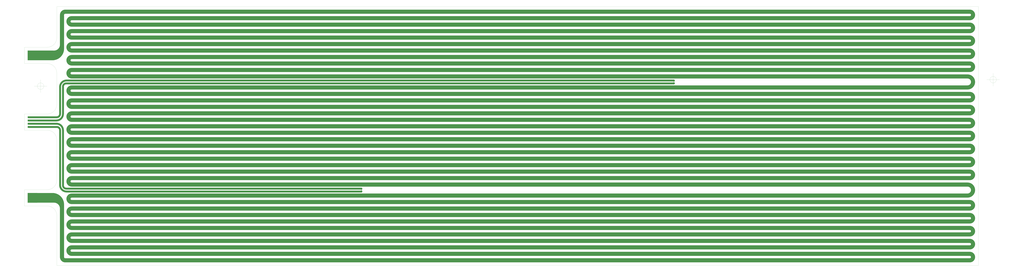
<source format=gtl>
*%FSLAX54Y54*%
*%MOMM*%
G01*
%ADD11C,0.1000*%
%ADD12C,0.1863*%
%ADD13O,2.5000X1.5000*%
%ADD14O,2.7032X1.7032*%
%ADD15C,3.0000*%
%ADD16C,6.3500*%
%ADD17R,4.0000X3.0000*%
%ADD18R,4.2032X3.2032*%
%ADD19R,6.3500X6.3500*%
D11*
X2625106Y3769998D02*
X2725106D01*
Y3869998D01*
Y3769998D02*
X2825106D01*
X2725106D02*
Y3669998D01*
X17425106Y3769998D02*
Y3869998D01*
Y3969998D01*
Y3869998D02*
X17525106D01*
X17425106D02*
X17325106D01*
X2775106Y3769998D02*
G75*
G02*X2775106Y3769998I-50000D01*
G02*X2775106Y3769998I-50000D01*
G74*
X17475106Y3869998D02*
G75*
G02*X17475106Y3869998I-50000D01*
G02*X17475106Y3869998I-50000D01*
G74*
X2825106Y1919998D02*
X2475106D01*
Y2169998D02*
X2825106D01*
X2475106D02*
Y1919998D01*
X2975106Y1769998D02*
Y999998D01*
X17197606D01*
Y4999998D01*
X2975106D01*
Y4519998D01*
X2825106Y4369998D02*
X2475106D01*
Y4119998D01*
X2825106D01*
X2975106Y3969998D02*
Y3489998D01*
X2825106Y3339998D02*
X2475106D01*
Y3089998D01*
X2825106D01*
X2975106Y2939998D02*
Y2319998D01*
X2825106Y1919998D02*
G75*
G02*X2975106Y1769998J-150000D01*
G03*X2825106Y1919998I-150000D01*
G74*
Y2169998D02*
G75*
G03*X2975106Y2319998J150000D01*
G02*X2825106Y2169998I-150000D01*
G74*
X2975106Y2939998D02*
G75*
G03*X2825106Y3089998I-150000D01*
G02*X2975106Y2939998J-150000D01*
G74*
X2825106Y3339998D02*
G75*
G03*X2975106Y3489998J150000D01*
G02*X2825106Y3339998I-150000D01*
G74*
X2975106Y3969998D02*
G75*
G03*X2825106Y4119998I-150000D01*
G02*X2975106Y3969998J-150000D01*
G74*
X2825106Y4369998D02*
G75*
G03*X2975106Y4519998J150000D01*
G02*X2825106Y4369998I-150000D01*
D12*
G74*
X2920106Y2119067D02*
X2600106D01*
G75*
G03*X2600106Y1970929J-74069D01*
G74*
X2920106D01*
G75*
G03*X2920106Y2119067J74069D01*
G74*
Y2117712D02*
X2600106D01*
G75*
G03*X2600106Y1972284J-72714D01*
G74*
X2920106D01*
G75*
G03*X2920106Y2117712J72714D01*
G74*
Y2116357D02*
X2600106D01*
G75*
G03*X2600106Y1973639J-71359D01*
G74*
X2920106D01*
G75*
G03*X2920106Y2116357J71359D01*
G74*
Y2115003D02*
X2600106D01*
G75*
G03*X2600106Y1974993J-70005D01*
G74*
X2920106D01*
G75*
G03*X2920106Y2115003J70005D01*
G74*
Y2113648D02*
X2600106D01*
G75*
G03*X2600106Y1976348J-68650D01*
G74*
X2920106D01*
G75*
G03*X2920106Y2113648J68650D01*
G74*
Y2112293D02*
X2600106D01*
G75*
G03*X2600106Y1977703J-67295D01*
G74*
X2920106D01*
G75*
G03*X2920106Y2112293J67295D01*
G74*
Y2110939D02*
X2600106D01*
G75*
G03*X2600106Y1979057J-65941D01*
G74*
X2920106D01*
G75*
G03*X2920106Y2110939J65941D01*
G74*
Y2109584D02*
X2600106D01*
G75*
G03*X2600106Y1980412J-64586D01*
G74*
X2920106D01*
G75*
G03*X2920106Y2109584J64586D01*
G74*
Y2108229D02*
X2600106D01*
G75*
G03*X2600106Y1981767J-63231D01*
G74*
X2920106D01*
G75*
G03*X2920106Y2108229J63231D01*
G74*
Y2106875D02*
X2600106D01*
G75*
G03*X2600106Y1983121J-61877D01*
G74*
X2920106D01*
G75*
G03*X2920106Y2106875J61877D01*
G74*
Y2105520D02*
X2600106D01*
G75*
G03*X2600106Y1984476J-60522D01*
G74*
X2920106D01*
G75*
G03*X2920106Y2105520J60522D01*
G74*
Y2104165D02*
X2600106D01*
G75*
G03*X2600106Y1985831J-59167D01*
G74*
X2920106D01*
G75*
G03*X2920106Y2104165J59167D01*
G74*
Y2102811D02*
X2600106D01*
G75*
G03*X2600106Y1987185J-57813D01*
G74*
X2920106D01*
G75*
G03*X2920106Y2102811J57813D01*
G74*
Y2101456D02*
X2600106D01*
G75*
G03*X2600106Y1988540J-56458D01*
G74*
X2920106D01*
G75*
G03*X2920106Y2101456J56458D01*
G74*
Y2100101D02*
X2600106D01*
G75*
G03*X2600106Y1989894J-55103D01*
G74*
X2920106D01*
G75*
G03*X2920106Y2100101J55103D01*
G74*
Y2098747D02*
X2600106D01*
G75*
G03*X2600106Y1991249J-53749D01*
G74*
X2920106D01*
G75*
G03*X2920106Y2098747J53749D01*
G74*
Y2097392D02*
X2600106D01*
G75*
G03*X2600106Y1992604J-52394D01*
G74*
X2920106D01*
G75*
G03*X2920106Y2097392J52394D01*
G74*
Y2096038D02*
X2600106D01*
G75*
G03*X2600106Y1993958J-51040D01*
G74*
X2920106D01*
G75*
G03*X2920106Y2096038J51040D01*
G74*
Y2094683D02*
X2600106D01*
G75*
G03*X2600106Y1995313J-49685D01*
G74*
X2920106D01*
G75*
G03*X2920106Y2094683J49685D01*
G74*
Y2093328D02*
X2600106D01*
G75*
G03*X2600106Y1996668J-48330D01*
G74*
X2920106D01*
G75*
G03*X2920106Y2093328J48330D01*
G74*
Y2091974D02*
X2600106D01*
G75*
G03*X2600106Y1998022J-46976D01*
G74*
X2920106D01*
G75*
G03*X2920106Y2091974J46976D01*
G74*
Y2090619D02*
X2600106D01*
G75*
G03*X2600106Y1999377J-45621D01*
G74*
X2920106D01*
G75*
G03*X2920106Y2090619J45621D01*
G74*
Y2089264D02*
X2600106D01*
G75*
G03*X2600106Y2000732J-44266D01*
G74*
X2920106D01*
G75*
G03*X2920106Y2089264J44266D01*
G74*
Y2087910D02*
X2600106D01*
G75*
G03*X2600106Y2002086J-42912D01*
G74*
X2920106D01*
G75*
G03*X2920106Y2087910J42912D01*
G74*
Y2086555D02*
X2600106D01*
G75*
G03*X2600106Y2003441J-41557D01*
G74*
X2920106D01*
G75*
G03*X2920106Y2086555J41557D01*
G74*
Y2085200D02*
X2600106D01*
G75*
G03*X2600106Y2004796J-40202D01*
G74*
X2920106D01*
G75*
G03*X2920106Y2085200J40202D01*
G74*
Y2083846D02*
X2600106D01*
G75*
G03*X2600106Y2006150J-38848D01*
G74*
X2920106D01*
G75*
G03*X2920106Y2083846J38848D01*
G74*
Y2082491D02*
X2600106D01*
G75*
G03*X2600106Y2007505J-37493D01*
G74*
X2920106D01*
G75*
G03*X2920106Y2082491J37493D01*
G74*
Y2081136D02*
X2600106D01*
G75*
G03*X2600106Y2008860J-36138D01*
G74*
X2920106D01*
G75*
G03*X2920106Y2081136J36138D01*
G74*
Y2079782D02*
X2600106D01*
G75*
G03*X2600106Y2010214J-34784D01*
G74*
X2920106D01*
G75*
G03*X2920106Y2079782J34784D01*
G74*
Y2078427D02*
X2600106D01*
G75*
G03*X2600106Y2011569J-33429D01*
G74*
X2920106D01*
G75*
G03*X2920106Y2078427J33429D01*
G74*
Y2077072D02*
X2600106D01*
G75*
G03*X2600106Y2012924J-32074D01*
G74*
X2920106D01*
G75*
G03*X2920106Y2077072J32074D01*
G74*
Y2075718D02*
X2600106D01*
G75*
G03*X2600106Y2014278J-30720D01*
G74*
X2920106D01*
G75*
G03*X2920106Y2075718J30720D01*
G74*
Y2074363D02*
X2600106D01*
G75*
G03*X2600106Y2015633J-29365D01*
G74*
X2920106D01*
G75*
G03*X2920106Y2074363J29365D01*
G74*
Y2073008D02*
X2600106D01*
G75*
G03*X2600106Y2016988J-28010D01*
G74*
X2920106D01*
G75*
G03*X2920106Y2073008J28010D01*
G74*
Y2071654D02*
X2600106D01*
G75*
G03*X2600106Y2018342J-26656D01*
G74*
X2920106D01*
G75*
G03*X2920106Y2071654J26656D01*
G74*
Y2070299D02*
X2600106D01*
G75*
G03*X2600106Y2019697J-25301D01*
G74*
X2920106D01*
G75*
G03*X2920106Y2070299J25301D01*
G74*
Y2068944D02*
X2600106D01*
G75*
G03*X2600106Y2021052J-23946D01*
G74*
X2920106D01*
G75*
G03*X2920106Y2068944J23946D01*
G74*
Y2067590D02*
X2600106D01*
G75*
G03*X2600106Y2022406J-22592D01*
G74*
X2920106D01*
G75*
G03*X2920106Y2067590J22592D01*
G74*
Y2066235D02*
X2600106D01*
G75*
G03*X2600106Y2023761J-21237D01*
G74*
X2920106D01*
G75*
G03*X2920106Y2066235J21237D01*
G74*
Y2064880D02*
X2600106D01*
G75*
G03*X2600106Y2025116J-19882D01*
G74*
X2920106D01*
G75*
G03*X2920106Y2064880J19882D01*
G74*
Y2063526D02*
X2600106D01*
G75*
G03*X2600106Y2026470J-18528D01*
G74*
X2920106D01*
G75*
G03*X2920106Y2063526J18528D01*
G74*
Y2062171D02*
X2600106D01*
G75*
G03*X2600106Y2027825J-17173D01*
G74*
X2920106D01*
G75*
G03*X2920106Y2062171J17173D01*
G74*
Y2060816D02*
X2600106D01*
G75*
G03*X2600106Y2029180J-15818D01*
G74*
X2920106D01*
G75*
G03*X2920106Y2060816J15818D01*
G74*
Y2059462D02*
X2600106D01*
G75*
G03*X2600106Y2030534J-14464D01*
G74*
X2920106D01*
G75*
G03*X2920106Y2059462J14464D01*
G74*
Y2058107D02*
X2600106D01*
G75*
G03*X2600106Y2031889J-13109D01*
G74*
X2920106D01*
G75*
G03*X2920106Y2058107J13109D01*
G74*
Y2056752D02*
X2600106D01*
G75*
G03*X2600106Y2033244J-11754D01*
G74*
X2920106D01*
G75*
G03*X2920106Y2056752J11754D01*
G74*
Y2055398D02*
X2600106D01*
G75*
G03*X2600106Y2034598J-10400D01*
G74*
X2920106D01*
G75*
G03*X2920106Y2055398J10400D01*
G74*
Y2054043D02*
X2600106D01*
G75*
G03*X2600106Y2035953J-9045D01*
G74*
X2920106D01*
G75*
G03*X2920106Y2054043J9045D01*
G74*
Y2052688D02*
X2600106D01*
G75*
G03*X2600106Y2037308J-7690D01*
G74*
X2920106D01*
G75*
G03*X2920106Y2052688J7690D01*
G74*
Y2051334D02*
X2600106D01*
G75*
G03*X2600106Y2038662J-6336D01*
G74*
X2920106D01*
G75*
G03*X2920106Y2051334J6336D01*
G74*
Y2049979D02*
X2600106D01*
G75*
G03*X2600106Y2040017J-4981D01*
G74*
X2920106D01*
G75*
G03*X2920106Y2049979J4981D01*
G74*
Y2048624D02*
X2600106D01*
G75*
G03*X2600106Y2041372J-3626D01*
G74*
X2920106D01*
G75*
G03*X2920106Y2048624J3626D01*
G74*
Y2047270D02*
X2600106D01*
G75*
G03*X2600106Y2042726J-2272D01*
G74*
X2920106D01*
G75*
G03*X2920106Y2047270J2272D01*
G74*
Y2045915D02*
X2600106D01*
G75*
G03*X2600106Y2044081J-917D01*
G74*
X2920106D01*
G75*
G03*X2920106Y2045915J917D01*
G74*
Y2044998D02*
X2600106D01*
X3024037Y1942498D02*
Y1124998D01*
G75*
G03*X3086175Y1124998I31069D01*
G74*
Y1942498D01*
G75*
G03*X3024037Y1942498I-31069D01*
G74*
X3025392D02*
Y1124998D01*
G75*
G03*X3084820Y1124998I29714D01*
G74*
Y1942498D01*
G75*
G03*X3025392Y1942498I-29714D01*
G74*
X3026747D02*
Y1124998D01*
G75*
G03*X3083465Y1124998I28359D01*
G74*
Y1942498D01*
G75*
G03*X3026747Y1942498I-28359D01*
G74*
X3028101D02*
Y1124998D01*
G75*
G03*X3082111Y1124998I27005D01*
G74*
Y1942498D01*
G75*
G03*X3028101Y1942498I-27005D01*
G74*
X3029456D02*
Y1124998D01*
G75*
G03*X3080756Y1124998I25650D01*
G74*
Y1942498D01*
G75*
G03*X3029456Y1942498I-25650D01*
G74*
X3030811D02*
Y1124998D01*
G75*
G03*X3079401Y1124998I24295D01*
G74*
Y1942498D01*
G75*
G03*X3030811Y1942498I-24295D01*
G74*
X3032165D02*
Y1124998D01*
G75*
G03*X3078047Y1124998I22941D01*
G74*
Y1942498D01*
G75*
G03*X3032165Y1942498I-22941D01*
G74*
X3033520D02*
Y1124998D01*
G75*
G03*X3076692Y1124998I21586D01*
G74*
Y1942498D01*
G75*
G03*X3033520Y1942498I-21586D01*
G74*
X3034875D02*
Y1124998D01*
G75*
G03*X3075337Y1124998I20231D01*
G74*
Y1942498D01*
G75*
G03*X3034875Y1942498I-20231D01*
G74*
X3036229D02*
Y1124998D01*
G75*
G03*X3073983Y1124998I18877D01*
G74*
Y1942498D01*
G75*
G03*X3036229Y1942498I-18877D01*
G74*
X3037584D02*
Y1124998D01*
G75*
G03*X3072628Y1124998I17522D01*
G74*
Y1942498D01*
G75*
G03*X3037584Y1942498I-17522D01*
G74*
X3038939D02*
Y1124998D01*
G75*
G03*X3071273Y1124998I16167D01*
G74*
Y1942498D01*
G75*
G03*X3038939Y1942498I-16167D01*
G74*
X3040293D02*
Y1124998D01*
G75*
G03*X3069919Y1124998I14813D01*
G74*
Y1942498D01*
G75*
G03*X3040293Y1942498I-14813D01*
G74*
X3041648D02*
Y1124998D01*
G75*
G03*X3068564Y1124998I13458D01*
G74*
Y1942498D01*
G75*
G03*X3041648Y1942498I-13458D01*
G74*
X3043002D02*
Y1124998D01*
G75*
G03*X3067210Y1124998I12104D01*
G74*
Y1942498D01*
G75*
G03*X3043002Y1942498I-12104D01*
G74*
X3044357D02*
Y1124998D01*
G75*
G03*X3065855Y1124998I10749D01*
G74*
Y1942498D01*
G75*
G03*X3044357Y1942498I-10749D01*
G74*
X3045712D02*
Y1124998D01*
G75*
G03*X3064500Y1124998I9394D01*
G74*
Y1942498D01*
G75*
G03*X3045712Y1942498I-9394D01*
G74*
X3047067D02*
Y1124998D01*
G75*
G03*X3063146Y1124998I8040D01*
G74*
Y1942498D01*
G75*
G03*X3047067Y1942498I-8040D01*
G74*
X3048421D02*
Y1124998D01*
G75*
G03*X3061791Y1124998I6685D01*
G74*
Y1942498D01*
G75*
G03*X3048421Y1942498I-6685D01*
G74*
X3049776D02*
Y1124998D01*
G75*
G03*X3060436Y1124998I5330D01*
G74*
Y1942498D01*
G75*
G03*X3049776Y1942498I-5330D01*
G74*
X3051130D02*
Y1124998D01*
G75*
G03*X3059082Y1124998I3976D01*
G74*
Y1942498D01*
G75*
G03*X3051130Y1942498I-3976D01*
G74*
X3052485D02*
Y1124998D01*
G75*
G03*X3057727Y1124998I2621D01*
G74*
Y1942498D01*
G75*
G03*X3052485Y1942498I-2621D01*
G74*
X3053840D02*
Y1124998D01*
G75*
G03*X3056372Y1124998I1266D01*
G74*
Y1942498D01*
G75*
G03*X3053840Y1942498I-1266D01*
G74*
X3055106D02*
Y1124998D01*
X3105106Y1111067D02*
X17065106D01*
G75*
G02*X17065106Y1048929J-31069D01*
G74*
X3105106D01*
G75*
G02*X3105106Y1111067J31069D01*
G74*
Y1109712D02*
X17065106D01*
G75*
G02*X17065106Y1050284J-29714D01*
G74*
X3105106D01*
G75*
G02*X3105106Y1109712J29714D01*
G74*
Y1108357D02*
X17065106D01*
G75*
G02*X17065106Y1051639J-28359D01*
G74*
X3105106D01*
G75*
G02*X3105106Y1108357J28359D01*
G74*
Y1107003D02*
X17065106D01*
G75*
G02*X17065106Y1052993J-27005D01*
G74*
X3105106D01*
G75*
G02*X3105106Y1107003J27005D01*
G74*
Y1105648D02*
X17065106D01*
G75*
G02*X17065106Y1054348J-25650D01*
G74*
X3105106D01*
G75*
G02*X3105106Y1105648J25650D01*
G74*
Y1104293D02*
X17065106D01*
G75*
G02*X17065106Y1055703J-24295D01*
G74*
X3105106D01*
G75*
G02*X3105106Y1104293J24295D01*
G74*
Y1102939D02*
X17065106D01*
G75*
G02*X17065106Y1057057J-22941D01*
G74*
X3105106D01*
G75*
G02*X3105106Y1102939J22941D01*
G74*
Y1101584D02*
X17065106D01*
G75*
G02*X17065106Y1058412J-21586D01*
G74*
X3105106D01*
G75*
G02*X3105106Y1101584J21586D01*
G74*
Y1100229D02*
X17065106D01*
G75*
G02*X17065106Y1059767J-20231D01*
G74*
X3105106D01*
G75*
G02*X3105106Y1100229J20231D01*
G74*
Y1098875D02*
X17065106D01*
G75*
G02*X17065106Y1061121J-18877D01*
G74*
X3105106D01*
G75*
G02*X3105106Y1098875J18877D01*
G74*
Y1097520D02*
X17065106D01*
G75*
G02*X17065106Y1062476J-17522D01*
G74*
X3105106D01*
G75*
G02*X3105106Y1097520J17522D01*
G74*
Y1096165D02*
X17065106D01*
G75*
G02*X17065106Y1063831J-16167D01*
G74*
X3105106D01*
G75*
G02*X3105106Y1096165J16167D01*
G74*
Y1094811D02*
X17065106D01*
G75*
G02*X17065106Y1065185J-14813D01*
G74*
X3105106D01*
G75*
G02*X3105106Y1094811J14813D01*
G74*
Y1093456D02*
X17065106D01*
G75*
G02*X17065106Y1066540J-13458D01*
G74*
X3105106D01*
G75*
G02*X3105106Y1093456J13458D01*
G74*
Y1092101D02*
X17065106D01*
G75*
G02*X17065106Y1067894J-12104D01*
G74*
X3105106D01*
G75*
G02*X3105106Y1092101J12104D01*
G74*
Y1090747D02*
X17065106D01*
G75*
G02*X17065106Y1069249J-10749D01*
G74*
X3105106D01*
G75*
G02*X3105106Y1090747J10749D01*
G74*
Y1089392D02*
X17065106D01*
G75*
G02*X17065106Y1070604J-9394D01*
G74*
X3105106D01*
G75*
G02*X3105106Y1089392J9394D01*
G74*
Y1088038D02*
X17065106D01*
G75*
G02*X17065106Y1071958J-8040D01*
G74*
X3105106D01*
G75*
G02*X3105106Y1088038J8040D01*
G74*
Y1086683D02*
X17065106D01*
G75*
G02*X17065106Y1073313J-6685D01*
G74*
X3105106D01*
G75*
G02*X3105106Y1086683J6685D01*
G74*
Y1085328D02*
X17065106D01*
G75*
G02*X17065106Y1074668J-5330D01*
G74*
X3105106D01*
G75*
G02*X3105106Y1085328J5330D01*
G74*
Y1083974D02*
X17065106D01*
G75*
G02*X17065106Y1076022J-3976D01*
G74*
X3105106D01*
G75*
G02*X3105106Y1083974J3976D01*
G74*
Y1082619D02*
X17065106D01*
G75*
G02*X17065106Y1077377J-2621D01*
G74*
X3105106D01*
G75*
G02*X3105106Y1082619J2621D01*
G74*
Y1081264D02*
X17065106D01*
G75*
G02*X17065106Y1078732J-1266D01*
G74*
X3105106D01*
G75*
G02*X3105106Y1081264J1266D01*
G74*
Y1079998D02*
X17065106D01*
Y1211067D02*
X3205106D01*
G75*
G03*X3205106Y1148929J-31069D01*
G74*
X17065106D01*
G75*
G03*X17065106Y1211067J31069D01*
G74*
Y1209712D02*
X3205106D01*
G75*
G03*X3205106Y1150284J-29714D01*
G74*
X17065106D01*
G75*
G03*X17065106Y1209712J29714D01*
G74*
Y1208357D02*
X3205106D01*
G75*
G03*X3205106Y1151639J-28359D01*
G74*
X17065106D01*
G75*
G03*X17065106Y1208357J28359D01*
G74*
Y1207003D02*
X3205106D01*
G75*
G03*X3205106Y1152993J-27005D01*
G74*
X17065106D01*
G75*
G03*X17065106Y1207003J27005D01*
G74*
Y1205648D02*
X3205106D01*
G75*
G03*X3205106Y1154348J-25650D01*
G74*
X17065106D01*
G75*
G03*X17065106Y1205648J25650D01*
G74*
Y1204293D02*
X3205106D01*
G75*
G03*X3205106Y1155703J-24295D01*
G74*
X17065106D01*
G75*
G03*X17065106Y1204293J24295D01*
G74*
Y1202939D02*
X3205106D01*
G75*
G03*X3205106Y1157057J-22941D01*
G74*
X17065106D01*
G75*
G03*X17065106Y1202939J22941D01*
G74*
Y1201584D02*
X3205106D01*
G75*
G03*X3205106Y1158412J-21586D01*
G74*
X17065106D01*
G75*
G03*X17065106Y1201584J21586D01*
G74*
Y1200229D02*
X3205106D01*
G75*
G03*X3205106Y1159767J-20231D01*
G74*
X17065106D01*
G75*
G03*X17065106Y1200229J20231D01*
G74*
Y1198875D02*
X3205106D01*
G75*
G03*X3205106Y1161121J-18877D01*
G74*
X17065106D01*
G75*
G03*X17065106Y1198875J18877D01*
G74*
Y1197520D02*
X3205106D01*
G75*
G03*X3205106Y1162476J-17522D01*
G74*
X17065106D01*
G75*
G03*X17065106Y1197520J17522D01*
G74*
Y1196165D02*
X3205106D01*
G75*
G03*X3205106Y1163831J-16167D01*
G74*
X17065106D01*
G75*
G03*X17065106Y1196165J16167D01*
G74*
Y1194811D02*
X3205106D01*
G75*
G03*X3205106Y1165185J-14813D01*
G74*
X17065106D01*
G75*
G03*X17065106Y1194811J14813D01*
G74*
Y1193456D02*
X3205106D01*
G75*
G03*X3205106Y1166540J-13458D01*
G74*
X17065106D01*
G75*
G03*X17065106Y1193456J13458D01*
G74*
Y1192102D02*
X3205106D01*
G75*
G03*X3205106Y1167894J-12104D01*
G74*
X17065106D01*
G75*
G03*X17065106Y1192102J12104D01*
G74*
Y1190747D02*
X3205106D01*
G75*
G03*X3205106Y1169249J-10749D01*
G74*
X17065106D01*
G75*
G03*X17065106Y1190747J10749D01*
G74*
Y1189392D02*
X3205106D01*
G75*
G03*X3205106Y1170604J-9394D01*
G74*
X17065106D01*
G75*
G03*X17065106Y1189392J9394D01*
G74*
Y1188038D02*
X3205106D01*
G75*
G03*X3205106Y1171958J-8040D01*
G74*
X17065106D01*
G75*
G03*X17065106Y1188038J8040D01*
G74*
Y1186683D02*
X3205106D01*
G75*
G03*X3205106Y1173313J-6685D01*
G74*
X17065106D01*
G75*
G03*X17065106Y1186683J6685D01*
G74*
Y1185328D02*
X3205106D01*
G75*
G03*X3205106Y1174668J-5330D01*
G74*
X17065106D01*
G75*
G03*X17065106Y1185328J5330D01*
G74*
Y1183974D02*
X3205106D01*
G75*
G03*X3205106Y1176022J-3976D01*
G74*
X17065106D01*
G75*
G03*X17065106Y1183974J3976D01*
G74*
Y1182619D02*
X3205106D01*
G75*
G03*X3205106Y1177377J-2621D01*
G74*
X17065106D01*
G75*
G03*X17065106Y1182619J2621D01*
G74*
Y1181264D02*
X3205106D01*
G75*
G03*X3205106Y1178732J-1266D01*
G74*
X17065106D01*
G75*
G03*X17065106Y1181264J1266D01*
G74*
Y1179998D02*
X3205106D01*
Y1311067D02*
X17065106D01*
G75*
G02*X17065106Y1248929J-31069D01*
G74*
X3205106D01*
G75*
G02*X3205106Y1311067J31069D01*
G74*
Y1309712D02*
X17065106D01*
G75*
G02*X17065106Y1250284J-29714D01*
G74*
X3205106D01*
G75*
G02*X3205106Y1309712J29714D01*
G74*
Y1308357D02*
X17065106D01*
G75*
G02*X17065106Y1251639J-28359D01*
G74*
X3205106D01*
G75*
G02*X3205106Y1308357J28359D01*
G74*
Y1307003D02*
X17065106D01*
G75*
G02*X17065106Y1252993J-27005D01*
G74*
X3205106D01*
G75*
G02*X3205106Y1307003J27005D01*
G74*
Y1305648D02*
X17065106D01*
G75*
G02*X17065106Y1254348J-25650D01*
G74*
X3205106D01*
G75*
G02*X3205106Y1305648J25650D01*
G74*
Y1304293D02*
X17065106D01*
G75*
G02*X17065106Y1255703J-24295D01*
G74*
X3205106D01*
G75*
G02*X3205106Y1304293J24295D01*
G74*
Y1302939D02*
X17065106D01*
G75*
G02*X17065106Y1257057J-22941D01*
G74*
X3205106D01*
G75*
G02*X3205106Y1302939J22941D01*
G74*
Y1301584D02*
X17065106D01*
G75*
G02*X17065106Y1258412J-21586D01*
G74*
X3205106D01*
G75*
G02*X3205106Y1301584J21586D01*
G74*
Y1300229D02*
X17065106D01*
G75*
G02*X17065106Y1259767J-20231D01*
G74*
X3205106D01*
G75*
G02*X3205106Y1300229J20231D01*
G74*
Y1298875D02*
X17065106D01*
G75*
G02*X17065106Y1261121J-18877D01*
G74*
X3205106D01*
G75*
G02*X3205106Y1298875J18877D01*
G74*
Y1297520D02*
X17065106D01*
G75*
G02*X17065106Y1262476J-17522D01*
G74*
X3205106D01*
G75*
G02*X3205106Y1297520J17522D01*
G74*
Y1296165D02*
X17065106D01*
G75*
G02*X17065106Y1263831J-16167D01*
G74*
X3205106D01*
G75*
G02*X3205106Y1296165J16167D01*
G74*
Y1294811D02*
X17065106D01*
G75*
G02*X17065106Y1265185J-14813D01*
G74*
X3205106D01*
G75*
G02*X3205106Y1294811J14813D01*
G74*
Y1293456D02*
X17065106D01*
G75*
G02*X17065106Y1266540J-13458D01*
G74*
X3205106D01*
G75*
G02*X3205106Y1293456J13458D01*
G74*
Y1292102D02*
X17065106D01*
G75*
G02*X17065106Y1267894J-12104D01*
G74*
X3205106D01*
G75*
G02*X3205106Y1292102J12104D01*
G74*
Y1290747D02*
X17065106D01*
G75*
G02*X17065106Y1269249J-10749D01*
G74*
X3205106D01*
G75*
G02*X3205106Y1290747J10749D01*
G74*
Y1289392D02*
X17065106D01*
G75*
G02*X17065106Y1270604J-9394D01*
G74*
X3205106D01*
G75*
G02*X3205106Y1289392J9394D01*
G74*
Y1288038D02*
X17065106D01*
G75*
G02*X17065106Y1271958J-8040D01*
G74*
X3205106D01*
G75*
G02*X3205106Y1288038J8040D01*
G74*
Y1286683D02*
X17065106D01*
G75*
G02*X17065106Y1273313J-6685D01*
G74*
X3205106D01*
G75*
G02*X3205106Y1286683J6685D01*
G74*
Y1285328D02*
X17065106D01*
G75*
G02*X17065106Y1274668J-5330D01*
G74*
X3205106D01*
G75*
G02*X3205106Y1285328J5330D01*
G74*
Y1283974D02*
X17065106D01*
G75*
G02*X17065106Y1276022J-3976D01*
G74*
X3205106D01*
G75*
G02*X3205106Y1283974J3976D01*
G74*
Y1282619D02*
X17065106D01*
G75*
G02*X17065106Y1277377J-2621D01*
G74*
X3205106D01*
G75*
G02*X3205106Y1282619J2621D01*
G74*
Y1281264D02*
X17065106D01*
G75*
G02*X17065106Y1278732J-1266D01*
G74*
X3205106D01*
G75*
G02*X3205106Y1281264J1266D01*
G74*
Y1279998D02*
X17065106D01*
Y1411067D02*
X3205106D01*
G75*
G03*X3205106Y1348929J-31069D01*
G74*
X17065106D01*
G75*
G03*X17065106Y1411067J31069D01*
G74*
Y1409712D02*
X3205106D01*
G75*
G03*X3205106Y1350284J-29714D01*
G74*
X17065106D01*
G75*
G03*X17065106Y1409712J29714D01*
G74*
Y1408357D02*
X3205106D01*
G75*
G03*X3205106Y1351639J-28359D01*
G74*
X17065106D01*
G75*
G03*X17065106Y1408357J28359D01*
G74*
Y1407003D02*
X3205106D01*
G75*
G03*X3205106Y1352993J-27005D01*
G74*
X17065106D01*
G75*
G03*X17065106Y1407003J27005D01*
G74*
Y1405648D02*
X3205106D01*
G75*
G03*X3205106Y1354348J-25650D01*
G74*
X17065106D01*
G75*
G03*X17065106Y1405648J25650D01*
G74*
Y1404293D02*
X3205106D01*
G75*
G03*X3205106Y1355703J-24295D01*
G74*
X17065106D01*
G75*
G03*X17065106Y1404293J24295D01*
G74*
Y1402939D02*
X3205106D01*
G75*
G03*X3205106Y1357057J-22941D01*
G74*
X17065106D01*
G75*
G03*X17065106Y1402939J22941D01*
G74*
Y1401584D02*
X3205106D01*
G75*
G03*X3205106Y1358412J-21586D01*
G74*
X17065106D01*
G75*
G03*X17065106Y1401584J21586D01*
G74*
Y1400229D02*
X3205106D01*
G75*
G03*X3205106Y1359767J-20231D01*
G74*
X17065106D01*
G75*
G03*X17065106Y1400229J20231D01*
G74*
Y1398875D02*
X3205106D01*
G75*
G03*X3205106Y1361121J-18877D01*
G74*
X17065106D01*
G75*
G03*X17065106Y1398875J18877D01*
G74*
Y1397520D02*
X3205106D01*
G75*
G03*X3205106Y1362476J-17522D01*
G74*
X17065106D01*
G75*
G03*X17065106Y1397520J17522D01*
G74*
Y1396165D02*
X3205106D01*
G75*
G03*X3205106Y1363831J-16167D01*
G74*
X17065106D01*
G75*
G03*X17065106Y1396165J16167D01*
G74*
Y1394811D02*
X3205106D01*
G75*
G03*X3205106Y1365185J-14813D01*
G74*
X17065106D01*
G75*
G03*X17065106Y1394811J14813D01*
G74*
Y1393456D02*
X3205106D01*
G75*
G03*X3205106Y1366540J-13458D01*
G74*
X17065106D01*
G75*
G03*X17065106Y1393456J13458D01*
G74*
Y1392102D02*
X3205106D01*
G75*
G03*X3205106Y1367894J-12104D01*
G74*
X17065106D01*
G75*
G03*X17065106Y1392102J12104D01*
G74*
Y1390747D02*
X3205106D01*
G75*
G03*X3205106Y1369249J-10749D01*
G74*
X17065106D01*
G75*
G03*X17065106Y1390747J10749D01*
G74*
Y1389392D02*
X3205106D01*
G75*
G03*X3205106Y1370604J-9394D01*
G74*
X17065106D01*
G75*
G03*X17065106Y1389392J9394D01*
G74*
Y1388038D02*
X3205106D01*
G75*
G03*X3205106Y1371958J-8040D01*
G74*
X17065106D01*
G75*
G03*X17065106Y1388038J8040D01*
G74*
Y1386683D02*
X3205106D01*
G75*
G03*X3205106Y1373313J-6685D01*
G74*
X17065106D01*
G75*
G03*X17065106Y1386683J6685D01*
G74*
Y1385328D02*
X3205106D01*
G75*
G03*X3205106Y1374668J-5330D01*
G74*
X17065106D01*
G75*
G03*X17065106Y1385328J5330D01*
G74*
Y1383974D02*
X3205106D01*
G75*
G03*X3205106Y1376022J-3976D01*
G74*
X17065106D01*
G75*
G03*X17065106Y1383974J3976D01*
G74*
Y1382619D02*
X3205106D01*
G75*
G03*X3205106Y1377377J-2621D01*
G74*
X17065106D01*
G75*
G03*X17065106Y1382619J2621D01*
G74*
Y1381264D02*
X3205106D01*
G75*
G03*X3205106Y1378732J-1266D01*
G74*
X17065106D01*
G75*
G03*X17065106Y1381264J1266D01*
G74*
Y1379998D02*
X3205106D01*
Y1511067D02*
X17065106D01*
G75*
G02*X17065106Y1448929J-31069D01*
G74*
X3205106D01*
G75*
G02*X3205106Y1511067J31069D01*
G74*
Y1509712D02*
X17065106D01*
G75*
G02*X17065106Y1450284J-29714D01*
G74*
X3205106D01*
G75*
G02*X3205106Y1509712J29714D01*
G74*
Y1508357D02*
X17065106D01*
G75*
G02*X17065106Y1451639J-28359D01*
G74*
X3205106D01*
G75*
G02*X3205106Y1508357J28359D01*
G74*
Y1507003D02*
X17065106D01*
G75*
G02*X17065106Y1452993J-27005D01*
G74*
X3205106D01*
G75*
G02*X3205106Y1507003J27005D01*
G74*
Y1505648D02*
X17065106D01*
G75*
G02*X17065106Y1454348J-25650D01*
G74*
X3205106D01*
G75*
G02*X3205106Y1505648J25650D01*
G74*
Y1504293D02*
X17065106D01*
G75*
G02*X17065106Y1455703J-24295D01*
G74*
X3205106D01*
G75*
G02*X3205106Y1504293J24295D01*
G74*
Y1502939D02*
X17065106D01*
G75*
G02*X17065106Y1457057J-22941D01*
G74*
X3205106D01*
G75*
G02*X3205106Y1502939J22941D01*
G74*
Y1501584D02*
X17065106D01*
G75*
G02*X17065106Y1458412J-21586D01*
G74*
X3205106D01*
G75*
G02*X3205106Y1501584J21586D01*
G74*
Y1500229D02*
X17065106D01*
G75*
G02*X17065106Y1459767J-20231D01*
G74*
X3205106D01*
G75*
G02*X3205106Y1500229J20231D01*
G74*
Y1498875D02*
X17065106D01*
G75*
G02*X17065106Y1461121J-18877D01*
G74*
X3205106D01*
G75*
G02*X3205106Y1498875J18877D01*
G74*
Y1497520D02*
X17065106D01*
G75*
G02*X17065106Y1462476J-17522D01*
G74*
X3205106D01*
G75*
G02*X3205106Y1497520J17522D01*
G74*
Y1496165D02*
X17065106D01*
G75*
G02*X17065106Y1463831J-16167D01*
G74*
X3205106D01*
G75*
G02*X3205106Y1496165J16167D01*
G74*
Y1494811D02*
X17065106D01*
G75*
G02*X17065106Y1465185J-14813D01*
G74*
X3205106D01*
G75*
G02*X3205106Y1494811J14813D01*
G74*
Y1493456D02*
X17065106D01*
G75*
G02*X17065106Y1466540J-13458D01*
G74*
X3205106D01*
G75*
G02*X3205106Y1493456J13458D01*
G74*
Y1492102D02*
X17065106D01*
G75*
G02*X17065106Y1467894J-12104D01*
G74*
X3205106D01*
G75*
G02*X3205106Y1492102J12104D01*
G74*
Y1490747D02*
X17065106D01*
G75*
G02*X17065106Y1469249J-10749D01*
G74*
X3205106D01*
G75*
G02*X3205106Y1490747J10749D01*
G74*
Y1489392D02*
X17065106D01*
G75*
G02*X17065106Y1470604J-9394D01*
G74*
X3205106D01*
G75*
G02*X3205106Y1489392J9394D01*
G74*
Y1488038D02*
X17065106D01*
G75*
G02*X17065106Y1471958J-8040D01*
G74*
X3205106D01*
G75*
G02*X3205106Y1488038J8040D01*
G74*
Y1486683D02*
X17065106D01*
G75*
G02*X17065106Y1473313J-6685D01*
G74*
X3205106D01*
G75*
G02*X3205106Y1486683J6685D01*
G74*
Y1485328D02*
X17065106D01*
G75*
G02*X17065106Y1474668J-5330D01*
G74*
X3205106D01*
G75*
G02*X3205106Y1485328J5330D01*
G74*
Y1483974D02*
X17065106D01*
G75*
G02*X17065106Y1476022J-3976D01*
G74*
X3205106D01*
G75*
G02*X3205106Y1483974J3976D01*
G74*
Y1482619D02*
X17065106D01*
G75*
G02*X17065106Y1477377J-2621D01*
G74*
X3205106D01*
G75*
G02*X3205106Y1482619J2621D01*
G74*
Y1481264D02*
X17065106D01*
G75*
G02*X17065106Y1478732J-1266D01*
G74*
X3205106D01*
G75*
G02*X3205106Y1481264J1266D01*
G74*
Y1479998D02*
X17065106D01*
Y1611067D02*
X3205106D01*
G75*
G03*X3205106Y1548929J-31069D01*
G74*
X17065106D01*
G75*
G03*X17065106Y1611067J31069D01*
G74*
Y1609712D02*
X3205106D01*
G75*
G03*X3205106Y1550284J-29714D01*
G74*
X17065106D01*
G75*
G03*X17065106Y1609712J29714D01*
G74*
Y1608357D02*
X3205106D01*
G75*
G03*X3205106Y1551639J-28359D01*
G74*
X17065106D01*
G75*
G03*X17065106Y1608357J28359D01*
G74*
Y1607003D02*
X3205106D01*
G75*
G03*X3205106Y1552993J-27005D01*
G74*
X17065106D01*
G75*
G03*X17065106Y1607003J27005D01*
G74*
Y1605648D02*
X3205106D01*
G75*
G03*X3205106Y1554348J-25650D01*
G74*
X17065106D01*
G75*
G03*X17065106Y1605648J25650D01*
G74*
Y1604293D02*
X3205106D01*
G75*
G03*X3205106Y1555703J-24295D01*
G74*
X17065106D01*
G75*
G03*X17065106Y1604293J24295D01*
G74*
Y1602939D02*
X3205106D01*
G75*
G03*X3205106Y1557057J-22941D01*
G74*
X17065106D01*
G75*
G03*X17065106Y1602939J22941D01*
G74*
Y1601584D02*
X3205106D01*
G75*
G03*X3205106Y1558412J-21586D01*
G74*
X17065106D01*
G75*
G03*X17065106Y1601584J21586D01*
G74*
Y1600229D02*
X3205106D01*
G75*
G03*X3205106Y1559767J-20231D01*
G74*
X17065106D01*
G75*
G03*X17065106Y1600229J20231D01*
G74*
Y1598875D02*
X3205106D01*
G75*
G03*X3205106Y1561121J-18877D01*
G74*
X17065106D01*
G75*
G03*X17065106Y1598875J18877D01*
G74*
Y1597520D02*
X3205106D01*
G75*
G03*X3205106Y1562476J-17522D01*
G74*
X17065106D01*
G75*
G03*X17065106Y1597520J17522D01*
G74*
Y1596165D02*
X3205106D01*
G75*
G03*X3205106Y1563831J-16167D01*
G74*
X17065106D01*
G75*
G03*X17065106Y1596165J16167D01*
G74*
Y1594811D02*
X3205106D01*
G75*
G03*X3205106Y1565185J-14813D01*
G74*
X17065106D01*
G75*
G03*X17065106Y1594811J14813D01*
G74*
Y1593456D02*
X3205106D01*
G75*
G03*X3205106Y1566540J-13458D01*
G74*
X17065106D01*
G75*
G03*X17065106Y1593456J13458D01*
G74*
Y1592102D02*
X3205106D01*
G75*
G03*X3205106Y1567895J-12104D01*
G74*
X17065106D01*
G75*
G03*X17065106Y1592102J12104D01*
G74*
Y1590747D02*
X3205106D01*
G75*
G03*X3205106Y1569249J-10749D01*
G74*
X17065106D01*
G75*
G03*X17065106Y1590747J10749D01*
G74*
Y1589392D02*
X3205106D01*
G75*
G03*X3205106Y1570604J-9394D01*
G74*
X17065106D01*
G75*
G03*X17065106Y1589392J9394D01*
G74*
Y1588038D02*
X3205106D01*
G75*
G03*X3205106Y1571958J-8040D01*
G74*
X17065106D01*
G75*
G03*X17065106Y1588038J8040D01*
G74*
Y1586683D02*
X3205106D01*
G75*
G03*X3205106Y1573313J-6685D01*
G74*
X17065106D01*
G75*
G03*X17065106Y1586683J6685D01*
G74*
Y1585328D02*
X3205106D01*
G75*
G03*X3205106Y1574668J-5330D01*
G74*
X17065106D01*
G75*
G03*X17065106Y1585328J5330D01*
G74*
Y1583974D02*
X3205106D01*
G75*
G03*X3205106Y1576022J-3976D01*
G74*
X17065106D01*
G75*
G03*X17065106Y1583974J3976D01*
G74*
Y1582619D02*
X3205106D01*
G75*
G03*X3205106Y1577377J-2621D01*
G74*
X17065106D01*
G75*
G03*X17065106Y1582619J2621D01*
G74*
Y1581264D02*
X3205106D01*
G75*
G03*X3205106Y1578732J-1266D01*
G74*
X17065106D01*
G75*
G03*X17065106Y1581264J1266D01*
G74*
Y1579998D02*
X3205106D01*
Y1711067D02*
X17065106D01*
G75*
G02*X17065106Y1648929J-31069D01*
G74*
X3205106D01*
G75*
G02*X3205106Y1711067J31069D01*
G74*
Y1709712D02*
X17065106D01*
G75*
G02*X17065106Y1650284J-29714D01*
G74*
X3205106D01*
G75*
G02*X3205106Y1709712J29714D01*
G74*
Y1708357D02*
X17065106D01*
G75*
G02*X17065106Y1651639J-28359D01*
G74*
X3205106D01*
G75*
G02*X3205106Y1708357J28359D01*
G74*
Y1707003D02*
X17065106D01*
G75*
G02*X17065106Y1652993J-27005D01*
G74*
X3205106D01*
G75*
G02*X3205106Y1707003J27005D01*
G74*
Y1705648D02*
X17065106D01*
G75*
G02*X17065106Y1654348J-25650D01*
G74*
X3205106D01*
G75*
G02*X3205106Y1705648J25650D01*
G74*
Y1704293D02*
X17065106D01*
G75*
G02*X17065106Y1655703J-24295D01*
G74*
X3205106D01*
G75*
G02*X3205106Y1704293J24295D01*
G74*
Y1702939D02*
X17065106D01*
G75*
G02*X17065106Y1657057J-22941D01*
G74*
X3205106D01*
G75*
G02*X3205106Y1702939J22941D01*
G74*
Y1701584D02*
X17065106D01*
G75*
G02*X17065106Y1658412J-21586D01*
G74*
X3205106D01*
G75*
G02*X3205106Y1701584J21586D01*
G74*
Y1700229D02*
X17065106D01*
G75*
G02*X17065106Y1659767J-20231D01*
G74*
X3205106D01*
G75*
G02*X3205106Y1700229J20231D01*
G74*
Y1698875D02*
X17065106D01*
G75*
G02*X17065106Y1661121J-18877D01*
G74*
X3205106D01*
G75*
G02*X3205106Y1698875J18877D01*
G74*
Y1697520D02*
X17065106D01*
G75*
G02*X17065106Y1662476J-17522D01*
G74*
X3205106D01*
G75*
G02*X3205106Y1697520J17522D01*
G74*
Y1696165D02*
X17065106D01*
G75*
G02*X17065106Y1663831J-16167D01*
G74*
X3205106D01*
G75*
G02*X3205106Y1696165J16167D01*
G74*
Y1694811D02*
X17065106D01*
G75*
G02*X17065106Y1665185J-14813D01*
G74*
X3205106D01*
G75*
G02*X3205106Y1694811J14813D01*
G74*
Y1693456D02*
X17065106D01*
G75*
G02*X17065106Y1666540J-13458D01*
G74*
X3205106D01*
G75*
G02*X3205106Y1693456J13458D01*
G74*
Y1692102D02*
X17065106D01*
G75*
G02*X17065106Y1667895J-12104D01*
G74*
X3205106D01*
G75*
G02*X3205106Y1692102J12104D01*
G74*
Y1690747D02*
X17065106D01*
G75*
G02*X17065106Y1669249J-10749D01*
G74*
X3205106D01*
G75*
G02*X3205106Y1690747J10749D01*
G74*
Y1689392D02*
X17065106D01*
G75*
G02*X17065106Y1670604J-9394D01*
G74*
X3205106D01*
G75*
G02*X3205106Y1689392J9394D01*
G74*
Y1688038D02*
X17065106D01*
G75*
G02*X17065106Y1671958J-8040D01*
G74*
X3205106D01*
G75*
G02*X3205106Y1688038J8040D01*
G74*
Y1686683D02*
X17065106D01*
G75*
G02*X17065106Y1673313J-6685D01*
G74*
X3205106D01*
G75*
G02*X3205106Y1686683J6685D01*
G74*
Y1685328D02*
X17065106D01*
G75*
G02*X17065106Y1674668J-5330D01*
G74*
X3205106D01*
G75*
G02*X3205106Y1685328J5330D01*
G74*
Y1683974D02*
X17065106D01*
G75*
G02*X17065106Y1676022J-3976D01*
G74*
X3205106D01*
G75*
G02*X3205106Y1683974J3976D01*
G74*
Y1682619D02*
X17065106D01*
G75*
G02*X17065106Y1677377J-2621D01*
G74*
X3205106D01*
G75*
G02*X3205106Y1682619J2621D01*
G74*
Y1681264D02*
X17065106D01*
G75*
G02*X17065106Y1678732J-1266D01*
G74*
X3205106D01*
G75*
G02*X3205106Y1681264J1266D01*
G74*
Y1679998D02*
X17065106D01*
Y1811067D02*
X3205106D01*
G75*
G03*X3205106Y1748929J-31069D01*
G74*
X17065106D01*
G75*
G03*X17065106Y1811067J31069D01*
G74*
Y1809712D02*
X3205106D01*
G75*
G03*X3205106Y1750284J-29714D01*
G74*
X17065106D01*
G75*
G03*X17065106Y1809712J29714D01*
G74*
Y1808357D02*
X3205106D01*
G75*
G03*X3205106Y1751639J-28359D01*
G74*
X17065106D01*
G75*
G03*X17065106Y1808357J28359D01*
G74*
Y1807003D02*
X3205106D01*
G75*
G03*X3205106Y1752993J-27005D01*
G74*
X17065106D01*
G75*
G03*X17065106Y1807003J27005D01*
G74*
Y1805648D02*
X3205106D01*
G75*
G03*X3205106Y1754348J-25650D01*
G74*
X17065106D01*
G75*
G03*X17065106Y1805648J25650D01*
G74*
Y1804293D02*
X3205106D01*
G75*
G03*X3205106Y1755703J-24295D01*
G74*
X17065106D01*
G75*
G03*X17065106Y1804293J24295D01*
G74*
Y1802939D02*
X3205106D01*
G75*
G03*X3205106Y1757057J-22941D01*
G74*
X17065106D01*
G75*
G03*X17065106Y1802939J22941D01*
G74*
Y1801584D02*
X3205106D01*
G75*
G03*X3205106Y1758412J-21586D01*
G74*
X17065106D01*
G75*
G03*X17065106Y1801584J21586D01*
G74*
Y1800229D02*
X3205106D01*
G75*
G03*X3205106Y1759767J-20231D01*
G74*
X17065106D01*
G75*
G03*X17065106Y1800229J20231D01*
G74*
Y1798875D02*
X3205106D01*
G75*
G03*X3205106Y1761121J-18877D01*
G74*
X17065106D01*
G75*
G03*X17065106Y1798875J18877D01*
G74*
Y1797520D02*
X3205106D01*
G75*
G03*X3205106Y1762476J-17522D01*
G74*
X17065106D01*
G75*
G03*X17065106Y1797520J17522D01*
G74*
Y1796165D02*
X3205106D01*
G75*
G03*X3205106Y1763831J-16167D01*
G74*
X17065106D01*
G75*
G03*X17065106Y1796165J16167D01*
G74*
Y1794811D02*
X3205106D01*
G75*
G03*X3205106Y1765185J-14813D01*
G74*
X17065106D01*
G75*
G03*X17065106Y1794811J14813D01*
G74*
Y1793456D02*
X3205106D01*
G75*
G03*X3205106Y1766540J-13458D01*
G74*
X17065106D01*
G75*
G03*X17065106Y1793456J13458D01*
G74*
Y1792101D02*
X3205106D01*
G75*
G03*X3205106Y1767894J-12104D01*
G74*
X17065106D01*
G75*
G03*X17065106Y1792101J12104D01*
G74*
Y1790747D02*
X3205106D01*
G75*
G03*X3205106Y1769249J-10749D01*
G74*
X17065106D01*
G75*
G03*X17065106Y1790747J10749D01*
G74*
Y1789392D02*
X3205106D01*
G75*
G03*X3205106Y1770604J-9394D01*
G74*
X17065106D01*
G75*
G03*X17065106Y1789392J9394D01*
G74*
Y1788038D02*
X3205106D01*
G75*
G03*X3205106Y1771958J-8040D01*
G74*
X17065106D01*
G75*
G03*X17065106Y1788038J8040D01*
G74*
Y1786683D02*
X3205106D01*
G75*
G03*X3205106Y1773313J-6685D01*
G74*
X17065106D01*
G75*
G03*X17065106Y1786683J6685D01*
G74*
Y1785328D02*
X3205106D01*
G75*
G03*X3205106Y1774668J-5330D01*
G74*
X17065106D01*
G75*
G03*X17065106Y1785328J5330D01*
G74*
Y1783974D02*
X3205106D01*
G75*
G03*X3205106Y1776022J-3976D01*
G74*
X17065106D01*
G75*
G03*X17065106Y1783974J3976D01*
G74*
Y1782619D02*
X3205106D01*
G75*
G03*X3205106Y1777377J-2621D01*
G74*
X17065106D01*
G75*
G03*X17065106Y1782619J2621D01*
G74*
Y1781264D02*
X3205106D01*
G75*
G03*X3205106Y1778732J-1266D01*
G74*
X17065106D01*
G75*
G03*X17065106Y1781264J1266D01*
G74*
Y1779998D02*
X3205106D01*
Y1911067D02*
X17065106D01*
G75*
G02*X17065106Y1848929J-31069D01*
G74*
X3205106D01*
G75*
G02*X3205106Y1911067J31069D01*
G74*
Y1909712D02*
X17065106D01*
G75*
G02*X17065106Y1850284J-29714D01*
G74*
X3205106D01*
G75*
G02*X3205106Y1909712J29714D01*
G74*
Y1908357D02*
X17065106D01*
G75*
G02*X17065106Y1851639J-28359D01*
G74*
X3205106D01*
G75*
G02*X3205106Y1908357J28359D01*
G74*
Y1907003D02*
X17065106D01*
G75*
G02*X17065106Y1852993J-27005D01*
G74*
X3205106D01*
G75*
G02*X3205106Y1907003J27005D01*
G74*
Y1905648D02*
X17065106D01*
G75*
G02*X17065106Y1854348J-25650D01*
G74*
X3205106D01*
G75*
G02*X3205106Y1905648J25650D01*
G74*
Y1904293D02*
X17065106D01*
G75*
G02*X17065106Y1855703J-24295D01*
G74*
X3205106D01*
G75*
G02*X3205106Y1904293J24295D01*
G74*
Y1902939D02*
X17065106D01*
G75*
G02*X17065106Y1857057J-22941D01*
G74*
X3205106D01*
G75*
G02*X3205106Y1902939J22941D01*
G74*
Y1901584D02*
X17065106D01*
G75*
G02*X17065106Y1858412J-21586D01*
G74*
X3205106D01*
G75*
G02*X3205106Y1901584J21586D01*
G74*
Y1900229D02*
X17065106D01*
G75*
G02*X17065106Y1859767J-20231D01*
G74*
X3205106D01*
G75*
G02*X3205106Y1900229J20231D01*
G74*
Y1898875D02*
X17065106D01*
G75*
G02*X17065106Y1861121J-18877D01*
G74*
X3205106D01*
G75*
G02*X3205106Y1898875J18877D01*
G74*
Y1897520D02*
X17065106D01*
G75*
G02*X17065106Y1862476J-17522D01*
G74*
X3205106D01*
G75*
G02*X3205106Y1897520J17522D01*
G74*
Y1896165D02*
X17065106D01*
G75*
G02*X17065106Y1863831J-16167D01*
G74*
X3205106D01*
G75*
G02*X3205106Y1896165J16167D01*
G74*
Y1894811D02*
X17065106D01*
G75*
G02*X17065106Y1865185J-14813D01*
G74*
X3205106D01*
G75*
G02*X3205106Y1894811J14813D01*
G74*
Y1893456D02*
X17065106D01*
G75*
G02*X17065106Y1866540J-13458D01*
G74*
X3205106D01*
G75*
G02*X3205106Y1893456J13458D01*
G74*
Y1892101D02*
X17065106D01*
G75*
G02*X17065106Y1867894J-12104D01*
G74*
X3205106D01*
G75*
G02*X3205106Y1892101J12104D01*
G74*
Y1890747D02*
X17065106D01*
G75*
G02*X17065106Y1869249J-10749D01*
G74*
X3205106D01*
G75*
G02*X3205106Y1890747J10749D01*
G74*
Y1889392D02*
X17065106D01*
G75*
G02*X17065106Y1870604J-9394D01*
G74*
X3205106D01*
G75*
G02*X3205106Y1889392J9394D01*
G74*
Y1888038D02*
X17065106D01*
G75*
G02*X17065106Y1871958J-8040D01*
G74*
X3205106D01*
G75*
G02*X3205106Y1888038J8040D01*
G74*
Y1886683D02*
X17065106D01*
G75*
G02*X17065106Y1873313J-6685D01*
G74*
X3205106D01*
G75*
G02*X3205106Y1886683J6685D01*
G74*
Y1885328D02*
X17065106D01*
G75*
G02*X17065106Y1874668J-5330D01*
G74*
X3205106D01*
G75*
G02*X3205106Y1885328J5330D01*
G74*
Y1883974D02*
X17065106D01*
G75*
G02*X17065106Y1876022J-3976D01*
G74*
X3205106D01*
G75*
G02*X3205106Y1883974J3976D01*
G74*
Y1882619D02*
X17065106D01*
G75*
G02*X17065106Y1877377J-2621D01*
G74*
X3205106D01*
G75*
G02*X3205106Y1882619J2621D01*
G74*
Y1881264D02*
X17065106D01*
G75*
G02*X17065106Y1878732J-1266D01*
G74*
X3205106D01*
G75*
G02*X3205106Y1881264J1266D01*
G74*
Y1879998D02*
X17065106D01*
Y2011067D02*
X3205106D01*
G75*
G03*X3205106Y1948929J-31069D01*
G74*
X17065106D01*
G75*
G03*X17065106Y2011067J31069D01*
G74*
Y2009712D02*
X3205106D01*
G75*
G03*X3205106Y1950284J-29714D01*
G74*
X17065106D01*
G75*
G03*X17065106Y2009712J29714D01*
G74*
Y2008357D02*
X3205106D01*
G75*
G03*X3205106Y1951639J-28359D01*
G74*
X17065106D01*
G75*
G03*X17065106Y2008357J28359D01*
G74*
Y2007003D02*
X3205106D01*
G75*
G03*X3205106Y1952993J-27005D01*
G74*
X17065106D01*
G75*
G03*X17065106Y2007003J27005D01*
G74*
Y2005648D02*
X3205106D01*
G75*
G03*X3205106Y1954348J-25650D01*
G74*
X17065106D01*
G75*
G03*X17065106Y2005648J25650D01*
G74*
Y2004293D02*
X3205106D01*
G75*
G03*X3205106Y1955703J-24295D01*
G74*
X17065106D01*
G75*
G03*X17065106Y2004293J24295D01*
G74*
Y2002939D02*
X3205106D01*
G75*
G03*X3205106Y1957057J-22941D01*
G74*
X17065106D01*
G75*
G03*X17065106Y2002939J22941D01*
G74*
Y2001584D02*
X3205106D01*
G75*
G03*X3205106Y1958412J-21586D01*
G74*
X17065106D01*
G75*
G03*X17065106Y2001584J21586D01*
G74*
Y2000229D02*
X3205106D01*
G75*
G03*X3205106Y1959767J-20231D01*
G74*
X17065106D01*
G75*
G03*X17065106Y2000229J20231D01*
G74*
Y1998875D02*
X3205106D01*
G75*
G03*X3205106Y1961121J-18877D01*
G74*
X17065106D01*
G75*
G03*X17065106Y1998875J18877D01*
G74*
Y1997520D02*
X3205106D01*
G75*
G03*X3205106Y1962476J-17522D01*
G74*
X17065106D01*
G75*
G03*X17065106Y1997520J17522D01*
G74*
Y1996165D02*
X3205106D01*
G75*
G03*X3205106Y1963831J-16167D01*
G74*
X17065106D01*
G75*
G03*X17065106Y1996165J16167D01*
G74*
Y1994811D02*
X3205106D01*
G75*
G03*X3205106Y1965185J-14813D01*
G74*
X17065106D01*
G75*
G03*X17065106Y1994811J14813D01*
G74*
Y1993456D02*
X3205106D01*
G75*
G03*X3205106Y1966540J-13458D01*
G74*
X17065106D01*
G75*
G03*X17065106Y1993456J13458D01*
G74*
Y1992102D02*
X3205106D01*
G75*
G03*X3205106Y1967894J-12104D01*
G74*
X17065106D01*
G75*
G03*X17065106Y1992102J12104D01*
G74*
Y1990747D02*
X3205106D01*
G75*
G03*X3205106Y1969249J-10749D01*
G74*
X17065106D01*
G75*
G03*X17065106Y1990747J10749D01*
G74*
Y1989392D02*
X3205106D01*
G75*
G03*X3205106Y1970604J-9394D01*
G74*
X17065106D01*
G75*
G03*X17065106Y1989392J9394D01*
G74*
Y1988038D02*
X3205106D01*
G75*
G03*X3205106Y1971958J-8040D01*
G74*
X17065106D01*
G75*
G03*X17065106Y1988038J8040D01*
G74*
Y1986683D02*
X3205106D01*
G75*
G03*X3205106Y1973313J-6685D01*
G74*
X17065106D01*
G75*
G03*X17065106Y1986683J6685D01*
G74*
Y1985328D02*
X3205106D01*
G75*
G03*X3205106Y1974668J-5330D01*
G74*
X17065106D01*
G75*
G03*X17065106Y1985328J5330D01*
G74*
Y1983974D02*
X3205106D01*
G75*
G03*X3205106Y1976022J-3976D01*
G74*
X17065106D01*
G75*
G03*X17065106Y1983974J3976D01*
G74*
Y1982619D02*
X3205106D01*
G75*
G03*X3205106Y1977377J-2621D01*
G74*
X17065106D01*
G75*
G03*X17065106Y1982619J2621D01*
G74*
Y1981264D02*
X3205106D01*
G75*
G03*X3205106Y1978732J-1266D01*
G74*
X17065106D01*
G75*
G03*X17065106Y1981264J1266D01*
G74*
Y1979998D02*
X3205106D01*
Y2111067D02*
X17030106D01*
G75*
G02*X17030106Y2048929J-31069D01*
G74*
X3205106D01*
G75*
G02*X3205106Y2111067J31069D01*
G74*
Y2109712D02*
X17030106D01*
G75*
G02*X17030106Y2050284J-29714D01*
G74*
X3205106D01*
G75*
G02*X3205106Y2109712J29714D01*
G74*
Y2108357D02*
X17030106D01*
G75*
G02*X17030106Y2051639J-28359D01*
G74*
X3205106D01*
G75*
G02*X3205106Y2108357J28359D01*
G74*
Y2107003D02*
X17030106D01*
G75*
G02*X17030106Y2052993J-27005D01*
G74*
X3205106D01*
G75*
G02*X3205106Y2107003J27005D01*
G74*
Y2105648D02*
X17030106D01*
G75*
G02*X17030106Y2054348J-25650D01*
G74*
X3205106D01*
G75*
G02*X3205106Y2105648J25650D01*
G74*
Y2104293D02*
X17030106D01*
G75*
G02*X17030106Y2055703J-24295D01*
G74*
X3205106D01*
G75*
G02*X3205106Y2104293J24295D01*
G74*
Y2102939D02*
X17030106D01*
G75*
G02*X17030106Y2057057J-22941D01*
G74*
X3205106D01*
G75*
G02*X3205106Y2102939J22941D01*
G74*
Y2101584D02*
X17030106D01*
G75*
G02*X17030106Y2058412J-21586D01*
G74*
X3205106D01*
G75*
G02*X3205106Y2101584J21586D01*
G74*
Y2100229D02*
X17030106D01*
G75*
G02*X17030106Y2059767J-20231D01*
G74*
X3205106D01*
G75*
G02*X3205106Y2100229J20231D01*
G74*
Y2098875D02*
X17030106D01*
G75*
G02*X17030106Y2061121J-18877D01*
G74*
X3205106D01*
G75*
G02*X3205106Y2098875J18877D01*
G74*
Y2097520D02*
X17030106D01*
G75*
G02*X17030106Y2062476J-17522D01*
G74*
X3205106D01*
G75*
G02*X3205106Y2097520J17522D01*
G74*
Y2096165D02*
X17030106D01*
G75*
G02*X17030106Y2063831J-16167D01*
G74*
X3205106D01*
G75*
G02*X3205106Y2096165J16167D01*
G74*
Y2094811D02*
X17030106D01*
G75*
G02*X17030106Y2065185J-14813D01*
G74*
X3205106D01*
G75*
G02*X3205106Y2094811J14813D01*
G74*
Y2093456D02*
X17030106D01*
G75*
G02*X17030106Y2066540J-13458D01*
G74*
X3205106D01*
G75*
G02*X3205106Y2093456J13458D01*
G74*
Y2092102D02*
X17030106D01*
G75*
G02*X17030106Y2067894J-12104D01*
G74*
X3205106D01*
G75*
G02*X3205106Y2092102J12104D01*
G74*
Y2090747D02*
X17030106D01*
G75*
G02*X17030106Y2069249J-10749D01*
G74*
X3205106D01*
G75*
G02*X3205106Y2090747J10749D01*
G74*
Y2089392D02*
X17030106D01*
G75*
G02*X17030106Y2070604J-9394D01*
G74*
X3205106D01*
G75*
G02*X3205106Y2089392J9394D01*
G74*
Y2088038D02*
X17030106D01*
G75*
G02*X17030106Y2071958J-8040D01*
G74*
X3205106D01*
G75*
G02*X3205106Y2088038J8040D01*
G74*
Y2086683D02*
X17030106D01*
G75*
G02*X17030106Y2073313J-6685D01*
G74*
X3205106D01*
G75*
G02*X3205106Y2086683J6685D01*
G74*
Y2085328D02*
X17030106D01*
G75*
G02*X17030106Y2074668J-5330D01*
G74*
X3205106D01*
G75*
G02*X3205106Y2085328J5330D01*
G74*
Y2083974D02*
X17030106D01*
G75*
G02*X17030106Y2076022J-3976D01*
G74*
X3205106D01*
G75*
G02*X3205106Y2083974J3976D01*
G74*
Y2082619D02*
X17030106D01*
G75*
G02*X17030106Y2077377J-2621D01*
G74*
X3205106D01*
G75*
G02*X3205106Y2082619J2621D01*
G74*
Y2081264D02*
X17030106D01*
G75*
G02*X17030106Y2078732J-1266D01*
G74*
X3205106D01*
G75*
G02*X3205106Y2081264J1266D01*
G74*
Y2079998D02*
X17030106D01*
Y2281067D02*
X3205106D01*
G75*
G03*X3205106Y2218929J-31069D01*
G74*
X17030106D01*
G75*
G03*X17030106Y2281067J31069D01*
G74*
Y2279712D02*
X3205106D01*
G75*
G03*X3205106Y2220284J-29714D01*
G74*
X17030106D01*
G75*
G03*X17030106Y2279712J29714D01*
G74*
Y2278357D02*
X3205106D01*
G75*
G03*X3205106Y2221639J-28359D01*
G74*
X17030106D01*
G75*
G03*X17030106Y2278357J28359D01*
G74*
Y2277003D02*
X3205106D01*
G75*
G03*X3205106Y2222993J-27005D01*
G74*
X17030106D01*
G75*
G03*X17030106Y2277003J27005D01*
G74*
Y2275648D02*
X3205106D01*
G75*
G03*X3205106Y2224348J-25650D01*
G74*
X17030106D01*
G75*
G03*X17030106Y2275648J25650D01*
G74*
Y2274293D02*
X3205106D01*
G75*
G03*X3205106Y2225703J-24295D01*
G74*
X17030106D01*
G75*
G03*X17030106Y2274293J24295D01*
G74*
Y2272939D02*
X3205106D01*
G75*
G03*X3205106Y2227057J-22941D01*
G74*
X17030106D01*
G75*
G03*X17030106Y2272939J22941D01*
G74*
Y2271584D02*
X3205106D01*
G75*
G03*X3205106Y2228412J-21586D01*
G74*
X17030106D01*
G75*
G03*X17030106Y2271584J21586D01*
G74*
Y2270229D02*
X3205106D01*
G75*
G03*X3205106Y2229767J-20231D01*
G74*
X17030106D01*
G75*
G03*X17030106Y2270229J20231D01*
G74*
Y2268875D02*
X3205106D01*
G75*
G03*X3205106Y2231121J-18877D01*
G74*
X17030106D01*
G75*
G03*X17030106Y2268875J18877D01*
G74*
Y2267520D02*
X3205106D01*
G75*
G03*X3205106Y2232476J-17522D01*
G74*
X17030106D01*
G75*
G03*X17030106Y2267520J17522D01*
G74*
Y2266165D02*
X3205106D01*
G75*
G03*X3205106Y2233831J-16167D01*
G74*
X17030106D01*
G75*
G03*X17030106Y2266165J16167D01*
G74*
Y2264811D02*
X3205106D01*
G75*
G03*X3205106Y2235185J-14813D01*
G74*
X17030106D01*
G75*
G03*X17030106Y2264811J14813D01*
G74*
Y2263456D02*
X3205106D01*
G75*
G03*X3205106Y2236540J-13458D01*
G74*
X17030106D01*
G75*
G03*X17030106Y2263456J13458D01*
G74*
Y2262101D02*
X3205106D01*
G75*
G03*X3205106Y2237894J-12104D01*
G74*
X17030106D01*
G75*
G03*X17030106Y2262101J12104D01*
G74*
Y2260747D02*
X3205106D01*
G75*
G03*X3205106Y2239249J-10749D01*
G74*
X17030106D01*
G75*
G03*X17030106Y2260747J10749D01*
G74*
Y2259392D02*
X3205106D01*
G75*
G03*X3205106Y2240604J-9394D01*
G74*
X17030106D01*
G75*
G03*X17030106Y2259392J9394D01*
G74*
Y2258038D02*
X3205106D01*
G75*
G03*X3205106Y2241958J-8040D01*
G74*
X17030106D01*
G75*
G03*X17030106Y2258038J8040D01*
G74*
Y2256683D02*
X3205106D01*
G75*
G03*X3205106Y2243313J-6685D01*
G74*
X17030106D01*
G75*
G03*X17030106Y2256683J6685D01*
G74*
Y2255328D02*
X3205106D01*
G75*
G03*X3205106Y2244668J-5330D01*
G74*
X17030106D01*
G75*
G03*X17030106Y2255328J5330D01*
G74*
Y2253974D02*
X3205106D01*
G75*
G03*X3205106Y2246022J-3976D01*
G74*
X17030106D01*
G75*
G03*X17030106Y2253974J3976D01*
G74*
Y2252619D02*
X3205106D01*
G75*
G03*X3205106Y2247377J-2621D01*
G74*
X17030106D01*
G75*
G03*X17030106Y2252619J2621D01*
G74*
Y2251264D02*
X3205106D01*
G75*
G03*X3205106Y2248732J-1266D01*
G74*
X17030106D01*
G75*
G03*X17030106Y2251264J1266D01*
G74*
Y2249998D02*
X3205106D01*
Y2381067D02*
X17065106D01*
G75*
G02*X17065106Y2318929J-31069D01*
G74*
X3205106D01*
G75*
G02*X3205106Y2381067J31069D01*
G74*
Y2379712D02*
X17065106D01*
G75*
G02*X17065106Y2320284J-29714D01*
G74*
X3205106D01*
G75*
G02*X3205106Y2379712J29714D01*
G74*
Y2378357D02*
X17065106D01*
G75*
G02*X17065106Y2321639J-28359D01*
G74*
X3205106D01*
G75*
G02*X3205106Y2378357J28359D01*
G74*
Y2377003D02*
X17065106D01*
G75*
G02*X17065106Y2322993J-27005D01*
G74*
X3205106D01*
G75*
G02*X3205106Y2377003J27005D01*
G74*
Y2375648D02*
X17065106D01*
G75*
G02*X17065106Y2324348J-25650D01*
G74*
X3205106D01*
G75*
G02*X3205106Y2375648J25650D01*
G74*
Y2374293D02*
X17065106D01*
G75*
G02*X17065106Y2325703J-24295D01*
G74*
X3205106D01*
G75*
G02*X3205106Y2374293J24295D01*
G74*
Y2372939D02*
X17065106D01*
G75*
G02*X17065106Y2327057J-22941D01*
G74*
X3205106D01*
G75*
G02*X3205106Y2372939J22941D01*
G74*
Y2371584D02*
X17065106D01*
G75*
G02*X17065106Y2328412J-21586D01*
G74*
X3205106D01*
G75*
G02*X3205106Y2371584J21586D01*
G74*
Y2370229D02*
X17065106D01*
G75*
G02*X17065106Y2329767J-20231D01*
G74*
X3205106D01*
G75*
G02*X3205106Y2370229J20231D01*
G74*
Y2368875D02*
X17065106D01*
G75*
G02*X17065106Y2331121J-18877D01*
G74*
X3205106D01*
G75*
G02*X3205106Y2368875J18877D01*
G74*
Y2367520D02*
X17065106D01*
G75*
G02*X17065106Y2332476J-17522D01*
G74*
X3205106D01*
G75*
G02*X3205106Y2367520J17522D01*
G74*
Y2366165D02*
X17065106D01*
G75*
G02*X17065106Y2333831J-16167D01*
G74*
X3205106D01*
G75*
G02*X3205106Y2366165J16167D01*
G74*
Y2364811D02*
X17065106D01*
G75*
G02*X17065106Y2335185J-14813D01*
G74*
X3205106D01*
G75*
G02*X3205106Y2364811J14813D01*
G74*
Y2363456D02*
X17065106D01*
G75*
G02*X17065106Y2336540J-13458D01*
G74*
X3205106D01*
G75*
G02*X3205106Y2363456J13458D01*
G74*
Y2362101D02*
X17065106D01*
G75*
G02*X17065106Y2337894J-12104D01*
G74*
X3205106D01*
G75*
G02*X3205106Y2362101J12104D01*
G74*
Y2360747D02*
X17065106D01*
G75*
G02*X17065106Y2339249J-10749D01*
G74*
X3205106D01*
G75*
G02*X3205106Y2360747J10749D01*
G74*
Y2359392D02*
X17065106D01*
G75*
G02*X17065106Y2340604J-9394D01*
G74*
X3205106D01*
G75*
G02*X3205106Y2359392J9394D01*
G74*
Y2358038D02*
X17065106D01*
G75*
G02*X17065106Y2341958J-8040D01*
G74*
X3205106D01*
G75*
G02*X3205106Y2358038J8040D01*
G74*
Y2356683D02*
X17065106D01*
G75*
G02*X17065106Y2343313J-6685D01*
G74*
X3205106D01*
G75*
G02*X3205106Y2356683J6685D01*
G74*
Y2355328D02*
X17065106D01*
G75*
G02*X17065106Y2344668J-5330D01*
G74*
X3205106D01*
G75*
G02*X3205106Y2355328J5330D01*
G74*
Y2353974D02*
X17065106D01*
G75*
G02*X17065106Y2346022J-3976D01*
G74*
X3205106D01*
G75*
G02*X3205106Y2353974J3976D01*
G74*
Y2352619D02*
X17065106D01*
G75*
G02*X17065106Y2347377J-2621D01*
G74*
X3205106D01*
G75*
G02*X3205106Y2352619J2621D01*
G74*
Y2351264D02*
X17065106D01*
G75*
G02*X17065106Y2348732J-1266D01*
G74*
X3205106D01*
G75*
G02*X3205106Y2351264J1266D01*
G74*
Y2349998D02*
X17065106D01*
Y2481067D02*
X3205106D01*
G75*
G03*X3205106Y2418929J-31069D01*
G74*
X17065106D01*
G75*
G03*X17065106Y2481067J31069D01*
G74*
Y2479712D02*
X3205106D01*
G75*
G03*X3205106Y2420284J-29714D01*
G74*
X17065106D01*
G75*
G03*X17065106Y2479712J29714D01*
G74*
Y2478357D02*
X3205106D01*
G75*
G03*X3205106Y2421639J-28359D01*
G74*
X17065106D01*
G75*
G03*X17065106Y2478357J28359D01*
G74*
Y2477003D02*
X3205106D01*
G75*
G03*X3205106Y2422993J-27005D01*
G74*
X17065106D01*
G75*
G03*X17065106Y2477003J27005D01*
G74*
Y2475648D02*
X3205106D01*
G75*
G03*X3205106Y2424348J-25650D01*
G74*
X17065106D01*
G75*
G03*X17065106Y2475648J25650D01*
G74*
Y2474293D02*
X3205106D01*
G75*
G03*X3205106Y2425703J-24295D01*
G74*
X17065106D01*
G75*
G03*X17065106Y2474293J24295D01*
G74*
Y2472939D02*
X3205106D01*
G75*
G03*X3205106Y2427057J-22941D01*
G74*
X17065106D01*
G75*
G03*X17065106Y2472939J22941D01*
G74*
Y2471584D02*
X3205106D01*
G75*
G03*X3205106Y2428412J-21586D01*
G74*
X17065106D01*
G75*
G03*X17065106Y2471584J21586D01*
G74*
Y2470229D02*
X3205106D01*
G75*
G03*X3205106Y2429767J-20231D01*
G74*
X17065106D01*
G75*
G03*X17065106Y2470229J20231D01*
G74*
Y2468875D02*
X3205106D01*
G75*
G03*X3205106Y2431121J-18877D01*
G74*
X17065106D01*
G75*
G03*X17065106Y2468875J18877D01*
G74*
Y2467520D02*
X3205106D01*
G75*
G03*X3205106Y2432476J-17522D01*
G74*
X17065106D01*
G75*
G03*X17065106Y2467520J17522D01*
G74*
Y2466165D02*
X3205106D01*
G75*
G03*X3205106Y2433831J-16167D01*
G74*
X17065106D01*
G75*
G03*X17065106Y2466165J16167D01*
G74*
Y2464811D02*
X3205106D01*
G75*
G03*X3205106Y2435185J-14813D01*
G74*
X17065106D01*
G75*
G03*X17065106Y2464811J14813D01*
G74*
Y2463456D02*
X3205106D01*
G75*
G03*X3205106Y2436540J-13458D01*
G74*
X17065106D01*
G75*
G03*X17065106Y2463456J13458D01*
G74*
Y2462102D02*
X3205106D01*
G75*
G03*X3205106Y2437894J-12104D01*
G74*
X17065106D01*
G75*
G03*X17065106Y2462102J12104D01*
G74*
Y2460747D02*
X3205106D01*
G75*
G03*X3205106Y2439249J-10749D01*
G74*
X17065106D01*
G75*
G03*X17065106Y2460747J10749D01*
G74*
Y2459392D02*
X3205106D01*
G75*
G03*X3205106Y2440604J-9394D01*
G74*
X17065106D01*
G75*
G03*X17065106Y2459392J9394D01*
G74*
Y2458038D02*
X3205106D01*
G75*
G03*X3205106Y2441958J-8040D01*
G74*
X17065106D01*
G75*
G03*X17065106Y2458038J8040D01*
G74*
Y2456683D02*
X3205106D01*
G75*
G03*X3205106Y2443313J-6685D01*
G74*
X17065106D01*
G75*
G03*X17065106Y2456683J6685D01*
G74*
Y2455328D02*
X3205106D01*
G75*
G03*X3205106Y2444668J-5330D01*
G74*
X17065106D01*
G75*
G03*X17065106Y2455328J5330D01*
G74*
Y2453974D02*
X3205106D01*
G75*
G03*X3205106Y2446022J-3976D01*
G74*
X17065106D01*
G75*
G03*X17065106Y2453974J3976D01*
G74*
Y2452619D02*
X3205106D01*
G75*
G03*X3205106Y2447377J-2621D01*
G74*
X17065106D01*
G75*
G03*X17065106Y2452619J2621D01*
G74*
Y2451264D02*
X3205106D01*
G75*
G03*X3205106Y2448732J-1266D01*
G74*
X17065106D01*
G75*
G03*X17065106Y2451264J1266D01*
G74*
Y2449998D02*
X3205106D01*
Y2581067D02*
X17065106D01*
G75*
G02*X17065106Y2518929J-31069D01*
G74*
X3205106D01*
G75*
G02*X3205106Y2581067J31069D01*
G74*
Y2579712D02*
X17065106D01*
G75*
G02*X17065106Y2520284J-29714D01*
G74*
X3205106D01*
G75*
G02*X3205106Y2579712J29714D01*
G74*
Y2578357D02*
X17065106D01*
G75*
G02*X17065106Y2521639J-28359D01*
G74*
X3205106D01*
G75*
G02*X3205106Y2578357J28359D01*
G74*
Y2577003D02*
X17065106D01*
G75*
G02*X17065106Y2522993J-27005D01*
G74*
X3205106D01*
G75*
G02*X3205106Y2577003J27005D01*
G74*
Y2575648D02*
X17065106D01*
G75*
G02*X17065106Y2524348J-25650D01*
G74*
X3205106D01*
G75*
G02*X3205106Y2575648J25650D01*
G74*
Y2574293D02*
X17065106D01*
G75*
G02*X17065106Y2525703J-24295D01*
G74*
X3205106D01*
G75*
G02*X3205106Y2574293J24295D01*
G74*
Y2572939D02*
X17065106D01*
G75*
G02*X17065106Y2527057J-22941D01*
G74*
X3205106D01*
G75*
G02*X3205106Y2572939J22941D01*
G74*
Y2571584D02*
X17065106D01*
G75*
G02*X17065106Y2528412J-21586D01*
G74*
X3205106D01*
G75*
G02*X3205106Y2571584J21586D01*
G74*
Y2570229D02*
X17065106D01*
G75*
G02*X17065106Y2529767J-20231D01*
G74*
X3205106D01*
G75*
G02*X3205106Y2570229J20231D01*
G74*
Y2568875D02*
X17065106D01*
G75*
G02*X17065106Y2531121J-18877D01*
G74*
X3205106D01*
G75*
G02*X3205106Y2568875J18877D01*
G74*
Y2567520D02*
X17065106D01*
G75*
G02*X17065106Y2532476J-17522D01*
G74*
X3205106D01*
G75*
G02*X3205106Y2567520J17522D01*
G74*
Y2566165D02*
X17065106D01*
G75*
G02*X17065106Y2533831J-16167D01*
G74*
X3205106D01*
G75*
G02*X3205106Y2566165J16167D01*
G74*
Y2564811D02*
X17065106D01*
G75*
G02*X17065106Y2535185J-14813D01*
G74*
X3205106D01*
G75*
G02*X3205106Y2564811J14813D01*
G74*
Y2563456D02*
X17065106D01*
G75*
G02*X17065106Y2536540J-13458D01*
G74*
X3205106D01*
G75*
G02*X3205106Y2563456J13458D01*
G74*
Y2562102D02*
X17065106D01*
G75*
G02*X17065106Y2537894J-12104D01*
G74*
X3205106D01*
G75*
G02*X3205106Y2562102J12104D01*
G74*
Y2560747D02*
X17065106D01*
G75*
G02*X17065106Y2539249J-10749D01*
G74*
X3205106D01*
G75*
G02*X3205106Y2560747J10749D01*
G74*
Y2559392D02*
X17065106D01*
G75*
G02*X17065106Y2540604J-9394D01*
G74*
X3205106D01*
G75*
G02*X3205106Y2559392J9394D01*
G74*
Y2558038D02*
X17065106D01*
G75*
G02*X17065106Y2541958J-8040D01*
G74*
X3205106D01*
G75*
G02*X3205106Y2558038J8040D01*
G74*
Y2556683D02*
X17065106D01*
G75*
G02*X17065106Y2543313J-6685D01*
G74*
X3205106D01*
G75*
G02*X3205106Y2556683J6685D01*
G74*
Y2555328D02*
X17065106D01*
G75*
G02*X17065106Y2544668J-5330D01*
G74*
X3205106D01*
G75*
G02*X3205106Y2555328J5330D01*
G74*
Y2553974D02*
X17065106D01*
G75*
G02*X17065106Y2546022J-3976D01*
G74*
X3205106D01*
G75*
G02*X3205106Y2553974J3976D01*
G74*
Y2552619D02*
X17065106D01*
G75*
G02*X17065106Y2547377J-2621D01*
G74*
X3205106D01*
G75*
G02*X3205106Y2552619J2621D01*
G74*
Y2551264D02*
X17065106D01*
G75*
G02*X17065106Y2548732J-1266D01*
G74*
X3205106D01*
G75*
G02*X3205106Y2551264J1266D01*
G74*
Y2549998D02*
X17065106D01*
Y2681067D02*
X3205106D01*
G75*
G03*X3205106Y2618929J-31069D01*
G74*
X17065106D01*
G75*
G03*X17065106Y2681067J31069D01*
G74*
Y2679712D02*
X3205106D01*
G75*
G03*X3205106Y2620284J-29714D01*
G74*
X17065106D01*
G75*
G03*X17065106Y2679712J29714D01*
G74*
Y2678357D02*
X3205106D01*
G75*
G03*X3205106Y2621639J-28359D01*
G74*
X17065106D01*
G75*
G03*X17065106Y2678357J28359D01*
G74*
Y2677003D02*
X3205106D01*
G75*
G03*X3205106Y2622993J-27005D01*
G74*
X17065106D01*
G75*
G03*X17065106Y2677003J27005D01*
G74*
Y2675648D02*
X3205106D01*
G75*
G03*X3205106Y2624348J-25650D01*
G74*
X17065106D01*
G75*
G03*X17065106Y2675648J25650D01*
G74*
Y2674293D02*
X3205106D01*
G75*
G03*X3205106Y2625703J-24295D01*
G74*
X17065106D01*
G75*
G03*X17065106Y2674293J24295D01*
G74*
Y2672939D02*
X3205106D01*
G75*
G03*X3205106Y2627057J-22941D01*
G74*
X17065106D01*
G75*
G03*X17065106Y2672939J22941D01*
G74*
Y2671584D02*
X3205106D01*
G75*
G03*X3205106Y2628412J-21586D01*
G74*
X17065106D01*
G75*
G03*X17065106Y2671584J21586D01*
G74*
Y2670229D02*
X3205106D01*
G75*
G03*X3205106Y2629767J-20231D01*
G74*
X17065106D01*
G75*
G03*X17065106Y2670229J20231D01*
G74*
Y2668875D02*
X3205106D01*
G75*
G03*X3205106Y2631121J-18877D01*
G74*
X17065106D01*
G75*
G03*X17065106Y2668875J18877D01*
G74*
Y2667520D02*
X3205106D01*
G75*
G03*X3205106Y2632476J-17522D01*
G74*
X17065106D01*
G75*
G03*X17065106Y2667520J17522D01*
G74*
Y2666165D02*
X3205106D01*
G75*
G03*X3205106Y2633831J-16167D01*
G74*
X17065106D01*
G75*
G03*X17065106Y2666165J16167D01*
G74*
Y2664811D02*
X3205106D01*
G75*
G03*X3205106Y2635185J-14813D01*
G74*
X17065106D01*
G75*
G03*X17065106Y2664811J14813D01*
G74*
Y2663456D02*
X3205106D01*
G75*
G03*X3205106Y2636540J-13458D01*
G74*
X17065106D01*
G75*
G03*X17065106Y2663456J13458D01*
G74*
Y2662102D02*
X3205106D01*
G75*
G03*X3205106Y2637894J-12104D01*
G74*
X17065106D01*
G75*
G03*X17065106Y2662102J12104D01*
G74*
Y2660747D02*
X3205106D01*
G75*
G03*X3205106Y2639249J-10749D01*
G74*
X17065106D01*
G75*
G03*X17065106Y2660747J10749D01*
G74*
Y2659392D02*
X3205106D01*
G75*
G03*X3205106Y2640604J-9394D01*
G74*
X17065106D01*
G75*
G03*X17065106Y2659392J9394D01*
G74*
Y2658038D02*
X3205106D01*
G75*
G03*X3205106Y2641958J-8040D01*
G74*
X17065106D01*
G75*
G03*X17065106Y2658038J8040D01*
G74*
Y2656683D02*
X3205106D01*
G75*
G03*X3205106Y2643313J-6685D01*
G74*
X17065106D01*
G75*
G03*X17065106Y2656683J6685D01*
G74*
Y2655328D02*
X3205106D01*
G75*
G03*X3205106Y2644668J-5330D01*
G74*
X17065106D01*
G75*
G03*X17065106Y2655328J5330D01*
G74*
Y2653974D02*
X3205106D01*
G75*
G03*X3205106Y2646023J-3976D01*
G74*
X17065106D01*
G75*
G03*X17065106Y2653974J3976D01*
G74*
Y2652619D02*
X3205106D01*
G75*
G03*X3205106Y2647377J-2621D01*
G74*
X17065106D01*
G75*
G03*X17065106Y2652619J2621D01*
G74*
Y2651264D02*
X3205106D01*
G75*
G03*X3205106Y2648732J-1266D01*
G74*
X17065106D01*
G75*
G03*X17065106Y2651264J1266D01*
G74*
Y2649998D02*
X3205106D01*
Y2781067D02*
X17065106D01*
G75*
G02*X17065106Y2718929J-31069D01*
G74*
X3205106D01*
G75*
G02*X3205106Y2781067J31069D01*
G74*
Y2779712D02*
X17065106D01*
G75*
G02*X17065106Y2720284J-29714D01*
G74*
X3205106D01*
G75*
G02*X3205106Y2779712J29714D01*
G74*
Y2778357D02*
X17065106D01*
G75*
G02*X17065106Y2721639J-28359D01*
G74*
X3205106D01*
G75*
G02*X3205106Y2778357J28359D01*
G74*
Y2777003D02*
X17065106D01*
G75*
G02*X17065106Y2722993J-27005D01*
G74*
X3205106D01*
G75*
G02*X3205106Y2777003J27005D01*
G74*
Y2775648D02*
X17065106D01*
G75*
G02*X17065106Y2724348J-25650D01*
G74*
X3205106D01*
G75*
G02*X3205106Y2775648J25650D01*
G74*
Y2774293D02*
X17065106D01*
G75*
G02*X17065106Y2725703J-24295D01*
G74*
X3205106D01*
G75*
G02*X3205106Y2774293J24295D01*
G74*
Y2772939D02*
X17065106D01*
G75*
G02*X17065106Y2727057J-22941D01*
G74*
X3205106D01*
G75*
G02*X3205106Y2772939J22941D01*
G74*
Y2771584D02*
X17065106D01*
G75*
G02*X17065106Y2728412J-21586D01*
G74*
X3205106D01*
G75*
G02*X3205106Y2771584J21586D01*
G74*
Y2770229D02*
X17065106D01*
G75*
G02*X17065106Y2729767J-20231D01*
G74*
X3205106D01*
G75*
G02*X3205106Y2770229J20231D01*
G74*
Y2768875D02*
X17065106D01*
G75*
G02*X17065106Y2731121J-18877D01*
G74*
X3205106D01*
G75*
G02*X3205106Y2768875J18877D01*
G74*
Y2767520D02*
X17065106D01*
G75*
G02*X17065106Y2732476J-17522D01*
G74*
X3205106D01*
G75*
G02*X3205106Y2767520J17522D01*
G74*
Y2766165D02*
X17065106D01*
G75*
G02*X17065106Y2733831J-16167D01*
G74*
X3205106D01*
G75*
G02*X3205106Y2766165J16167D01*
G74*
Y2764811D02*
X17065106D01*
G75*
G02*X17065106Y2735185J-14813D01*
G74*
X3205106D01*
G75*
G02*X3205106Y2764811J14813D01*
G74*
Y2763456D02*
X17065106D01*
G75*
G02*X17065106Y2736540J-13458D01*
G74*
X3205106D01*
G75*
G02*X3205106Y2763456J13458D01*
G74*
Y2762102D02*
X17065106D01*
G75*
G02*X17065106Y2737894J-12104D01*
G74*
X3205106D01*
G75*
G02*X3205106Y2762102J12104D01*
G74*
Y2760747D02*
X17065106D01*
G75*
G02*X17065106Y2739249J-10749D01*
G74*
X3205106D01*
G75*
G02*X3205106Y2760747J10749D01*
G74*
Y2759392D02*
X17065106D01*
G75*
G02*X17065106Y2740604J-9394D01*
G74*
X3205106D01*
G75*
G02*X3205106Y2759392J9394D01*
G74*
Y2758038D02*
X17065106D01*
G75*
G02*X17065106Y2741958J-8040D01*
G74*
X3205106D01*
G75*
G02*X3205106Y2758038J8040D01*
G74*
Y2756683D02*
X17065106D01*
G75*
G02*X17065106Y2743313J-6685D01*
G74*
X3205106D01*
G75*
G02*X3205106Y2756683J6685D01*
G74*
Y2755328D02*
X17065106D01*
G75*
G02*X17065106Y2744668J-5330D01*
G74*
X3205106D01*
G75*
G02*X3205106Y2755328J5330D01*
G74*
Y2753974D02*
X17065106D01*
G75*
G02*X17065106Y2746023J-3976D01*
G74*
X3205106D01*
G75*
G02*X3205106Y2753974J3976D01*
G74*
Y2752619D02*
X17065106D01*
G75*
G02*X17065106Y2747377J-2621D01*
G74*
X3205106D01*
G75*
G02*X3205106Y2752619J2621D01*
G74*
Y2751264D02*
X17065106D01*
G75*
G02*X17065106Y2748732J-1266D01*
G74*
X3205106D01*
G75*
G02*X3205106Y2751264J1266D01*
G74*
Y2749998D02*
X17065106D01*
Y2881067D02*
X3205106D01*
G75*
G03*X3205106Y2818929J-31069D01*
G74*
X17065106D01*
G75*
G03*X17065106Y2881067J31069D01*
G74*
Y2879712D02*
X3205106D01*
G75*
G03*X3205106Y2820284J-29714D01*
G74*
X17065106D01*
G75*
G03*X17065106Y2879712J29714D01*
G74*
Y2878357D02*
X3205106D01*
G75*
G03*X3205106Y2821639J-28359D01*
G74*
X17065106D01*
G75*
G03*X17065106Y2878357J28359D01*
G74*
Y2877003D02*
X3205106D01*
G75*
G03*X3205106Y2822993J-27005D01*
G74*
X17065106D01*
G75*
G03*X17065106Y2877003J27005D01*
G74*
Y2875648D02*
X3205106D01*
G75*
G03*X3205106Y2824348J-25650D01*
G74*
X17065106D01*
G75*
G03*X17065106Y2875648J25650D01*
G74*
Y2874293D02*
X3205106D01*
G75*
G03*X3205106Y2825703J-24295D01*
G74*
X17065106D01*
G75*
G03*X17065106Y2874293J24295D01*
G74*
Y2872939D02*
X3205106D01*
G75*
G03*X3205106Y2827057J-22941D01*
G74*
X17065106D01*
G75*
G03*X17065106Y2872939J22941D01*
G74*
Y2871584D02*
X3205106D01*
G75*
G03*X3205106Y2828412J-21586D01*
G74*
X17065106D01*
G75*
G03*X17065106Y2871584J21586D01*
G74*
Y2870229D02*
X3205106D01*
G75*
G03*X3205106Y2829767J-20231D01*
G74*
X17065106D01*
G75*
G03*X17065106Y2870229J20231D01*
G74*
Y2868875D02*
X3205106D01*
G75*
G03*X3205106Y2831121J-18877D01*
G74*
X17065106D01*
G75*
G03*X17065106Y2868875J18877D01*
G74*
Y2867520D02*
X3205106D01*
G75*
G03*X3205106Y2832476J-17522D01*
G74*
X17065106D01*
G75*
G03*X17065106Y2867520J17522D01*
G74*
Y2866165D02*
X3205106D01*
G75*
G03*X3205106Y2833831J-16167D01*
G74*
X17065106D01*
G75*
G03*X17065106Y2866165J16167D01*
G74*
Y2864811D02*
X3205106D01*
G75*
G03*X3205106Y2835185J-14813D01*
G74*
X17065106D01*
G75*
G03*X17065106Y2864811J14813D01*
G74*
Y2863456D02*
X3205106D01*
G75*
G03*X3205106Y2836540J-13458D01*
G74*
X17065106D01*
G75*
G03*X17065106Y2863456J13458D01*
G74*
Y2862102D02*
X3205106D01*
G75*
G03*X3205106Y2837895J-12104D01*
G74*
X17065106D01*
G75*
G03*X17065106Y2862102J12104D01*
G74*
Y2860747D02*
X3205106D01*
G75*
G03*X3205106Y2839249J-10749D01*
G74*
X17065106D01*
G75*
G03*X17065106Y2860747J10749D01*
G74*
Y2859392D02*
X3205106D01*
G75*
G03*X3205106Y2840604J-9394D01*
G74*
X17065106D01*
G75*
G03*X17065106Y2859392J9394D01*
G74*
Y2858038D02*
X3205106D01*
G75*
G03*X3205106Y2841958J-8040D01*
G74*
X17065106D01*
G75*
G03*X17065106Y2858038J8040D01*
G74*
Y2856683D02*
X3205106D01*
G75*
G03*X3205106Y2843313J-6685D01*
G74*
X17065106D01*
G75*
G03*X17065106Y2856683J6685D01*
G74*
Y2855328D02*
X3205106D01*
G75*
G03*X3205106Y2844668J-5330D01*
G74*
X17065106D01*
G75*
G03*X17065106Y2855328J5330D01*
G74*
Y2853974D02*
X3205106D01*
G75*
G03*X3205106Y2846023J-3976D01*
G74*
X17065106D01*
G75*
G03*X17065106Y2853974J3976D01*
G74*
Y2852619D02*
X3205106D01*
G75*
G03*X3205106Y2847377J-2621D01*
G74*
X17065106D01*
G75*
G03*X17065106Y2852619J2621D01*
G74*
Y2851264D02*
X3205106D01*
G75*
G03*X3205106Y2848732J-1266D01*
G74*
X17065106D01*
G75*
G03*X17065106Y2851264J1266D01*
G74*
Y2849998D02*
X3205106D01*
Y2981067D02*
X17065106D01*
G75*
G02*X17065106Y2918929J-31069D01*
G74*
X3205106D01*
G75*
G02*X3205106Y2981067J31069D01*
G74*
Y2979712D02*
X17065106D01*
G75*
G02*X17065106Y2920284J-29714D01*
G74*
X3205106D01*
G75*
G02*X3205106Y2979712J29714D01*
G74*
Y2978357D02*
X17065106D01*
G75*
G02*X17065106Y2921639J-28359D01*
G74*
X3205106D01*
G75*
G02*X3205106Y2978357J28359D01*
G74*
Y2977003D02*
X17065106D01*
G75*
G02*X17065106Y2922993J-27005D01*
G74*
X3205106D01*
G75*
G02*X3205106Y2977003J27005D01*
G74*
Y2975648D02*
X17065106D01*
G75*
G02*X17065106Y2924348J-25650D01*
G74*
X3205106D01*
G75*
G02*X3205106Y2975648J25650D01*
G74*
Y2974293D02*
X17065106D01*
G75*
G02*X17065106Y2925703J-24295D01*
G74*
X3205106D01*
G75*
G02*X3205106Y2974293J24295D01*
G74*
Y2972939D02*
X17065106D01*
G75*
G02*X17065106Y2927057J-22941D01*
G74*
X3205106D01*
G75*
G02*X3205106Y2972939J22941D01*
G74*
Y2971584D02*
X17065106D01*
G75*
G02*X17065106Y2928412J-21586D01*
G74*
X3205106D01*
G75*
G02*X3205106Y2971584J21586D01*
G74*
Y2970229D02*
X17065106D01*
G75*
G02*X17065106Y2929767J-20231D01*
G74*
X3205106D01*
G75*
G02*X3205106Y2970229J20231D01*
G74*
Y2968875D02*
X17065106D01*
G75*
G02*X17065106Y2931121J-18877D01*
G74*
X3205106D01*
G75*
G02*X3205106Y2968875J18877D01*
G74*
Y2967520D02*
X17065106D01*
G75*
G02*X17065106Y2932476J-17522D01*
G74*
X3205106D01*
G75*
G02*X3205106Y2967520J17522D01*
G74*
Y2966165D02*
X17065106D01*
G75*
G02*X17065106Y2933831J-16167D01*
G74*
X3205106D01*
G75*
G02*X3205106Y2966165J16167D01*
G74*
Y2964811D02*
X17065106D01*
G75*
G02*X17065106Y2935185J-14813D01*
G74*
X3205106D01*
G75*
G02*X3205106Y2964811J14813D01*
G74*
Y2963456D02*
X17065106D01*
G75*
G02*X17065106Y2936540J-13458D01*
G74*
X3205106D01*
G75*
G02*X3205106Y2963456J13458D01*
G74*
Y2962102D02*
X17065106D01*
G75*
G02*X17065106Y2937895J-12104D01*
G74*
X3205106D01*
G75*
G02*X3205106Y2962102J12104D01*
G74*
Y2960747D02*
X17065106D01*
G75*
G02*X17065106Y2939249J-10749D01*
G74*
X3205106D01*
G75*
G02*X3205106Y2960747J10749D01*
G74*
Y2959392D02*
X17065106D01*
G75*
G02*X17065106Y2940604J-9394D01*
G74*
X3205106D01*
G75*
G02*X3205106Y2959392J9394D01*
G74*
Y2958038D02*
X17065106D01*
G75*
G02*X17065106Y2941958J-8040D01*
G74*
X3205106D01*
G75*
G02*X3205106Y2958038J8040D01*
G74*
Y2956683D02*
X17065106D01*
G75*
G02*X17065106Y2943313J-6685D01*
G74*
X3205106D01*
G75*
G02*X3205106Y2956683J6685D01*
G74*
Y2955328D02*
X17065106D01*
G75*
G02*X17065106Y2944668J-5330D01*
G74*
X3205106D01*
G75*
G02*X3205106Y2955328J5330D01*
G74*
Y2953974D02*
X17065106D01*
G75*
G02*X17065106Y2946023J-3976D01*
G74*
X3205106D01*
G75*
G02*X3205106Y2953974J3976D01*
G74*
Y2952619D02*
X17065106D01*
G75*
G02*X17065106Y2947377J-2621D01*
G74*
X3205106D01*
G75*
G02*X3205106Y2952619J2621D01*
G74*
Y2951264D02*
X17065106D01*
G75*
G02*X17065106Y2948732J-1266D01*
G74*
X3205106D01*
G75*
G02*X3205106Y2951264J1266D01*
G74*
Y2949998D02*
X17065106D01*
Y3081067D02*
X3205106D01*
G75*
G03*X3205106Y3018929J-31069D01*
G74*
X17065106D01*
G75*
G03*X17065106Y3081067J31069D01*
G74*
Y3079712D02*
X3205106D01*
G75*
G03*X3205106Y3020284J-29714D01*
G74*
X17065106D01*
G75*
G03*X17065106Y3079712J29714D01*
G74*
Y3078357D02*
X3205106D01*
G75*
G03*X3205106Y3021639J-28359D01*
G74*
X17065106D01*
G75*
G03*X17065106Y3078357J28359D01*
G74*
Y3077003D02*
X3205106D01*
G75*
G03*X3205106Y3022993J-27005D01*
G74*
X17065106D01*
G75*
G03*X17065106Y3077003J27005D01*
G74*
Y3075648D02*
X3205106D01*
G75*
G03*X3205106Y3024348J-25650D01*
G74*
X17065106D01*
G75*
G03*X17065106Y3075648J25650D01*
G74*
Y3074293D02*
X3205106D01*
G75*
G03*X3205106Y3025703J-24295D01*
G74*
X17065106D01*
G75*
G03*X17065106Y3074293J24295D01*
G74*
Y3072939D02*
X3205106D01*
G75*
G03*X3205106Y3027057J-22941D01*
G74*
X17065106D01*
G75*
G03*X17065106Y3072939J22941D01*
G74*
Y3071584D02*
X3205106D01*
G75*
G03*X3205106Y3028412J-21586D01*
G74*
X17065106D01*
G75*
G03*X17065106Y3071584J21586D01*
G74*
Y3070229D02*
X3205106D01*
G75*
G03*X3205106Y3029767J-20231D01*
G74*
X17065106D01*
G75*
G03*X17065106Y3070229J20231D01*
G74*
Y3068875D02*
X3205106D01*
G75*
G03*X3205106Y3031121J-18877D01*
G74*
X17065106D01*
G75*
G03*X17065106Y3068875J18877D01*
G74*
Y3067520D02*
X3205106D01*
G75*
G03*X3205106Y3032476J-17522D01*
G74*
X17065106D01*
G75*
G03*X17065106Y3067520J17522D01*
G74*
Y3066165D02*
X3205106D01*
G75*
G03*X3205106Y3033831J-16167D01*
G74*
X17065106D01*
G75*
G03*X17065106Y3066165J16167D01*
G74*
Y3064811D02*
X3205106D01*
G75*
G03*X3205106Y3035185J-14813D01*
G74*
X17065106D01*
G75*
G03*X17065106Y3064811J14813D01*
G74*
Y3063456D02*
X3205106D01*
G75*
G03*X3205106Y3036540J-13458D01*
G74*
X17065106D01*
G75*
G03*X17065106Y3063456J13458D01*
G74*
Y3062101D02*
X3205106D01*
G75*
G03*X3205106Y3037894J-12104D01*
G74*
X17065106D01*
G75*
G03*X17065106Y3062101J12104D01*
G74*
Y3060747D02*
X3205106D01*
G75*
G03*X3205106Y3039249J-10749D01*
G74*
X17065106D01*
G75*
G03*X17065106Y3060747J10749D01*
G74*
Y3059392D02*
X3205106D01*
G75*
G03*X3205106Y3040604J-9394D01*
G74*
X17065106D01*
G75*
G03*X17065106Y3059392J9394D01*
G74*
Y3058038D02*
X3205106D01*
G75*
G03*X3205106Y3041958J-8040D01*
G74*
X17065106D01*
G75*
G03*X17065106Y3058038J8040D01*
G74*
Y3056683D02*
X3205106D01*
G75*
G03*X3205106Y3043313J-6685D01*
G74*
X17065106D01*
G75*
G03*X17065106Y3056683J6685D01*
G74*
Y3055328D02*
X3205106D01*
G75*
G03*X3205106Y3044668J-5330D01*
G74*
X17065106D01*
G75*
G03*X17065106Y3055328J5330D01*
G74*
Y3053974D02*
X3205106D01*
G75*
G03*X3205106Y3046023J-3976D01*
G74*
X17065106D01*
G75*
G03*X17065106Y3053974J3976D01*
G74*
Y3052619D02*
X3205106D01*
G75*
G03*X3205106Y3047377J-2621D01*
G74*
X17065106D01*
G75*
G03*X17065106Y3052619J2621D01*
G74*
Y3051264D02*
X3205106D01*
G75*
G03*X3205106Y3048732J-1266D01*
G74*
X17065106D01*
G75*
G03*X17065106Y3051264J1266D01*
G74*
Y3049998D02*
X3205106D01*
Y3181067D02*
X17065106D01*
G75*
G02*X17065106Y3118929J-31069D01*
G74*
X3205106D01*
G75*
G02*X3205106Y3181067J31069D01*
G74*
Y3179712D02*
X17065106D01*
G75*
G02*X17065106Y3120284J-29714D01*
G74*
X3205106D01*
G75*
G02*X3205106Y3179712J29714D01*
G74*
Y3178357D02*
X17065106D01*
G75*
G02*X17065106Y3121639J-28359D01*
G74*
X3205106D01*
G75*
G02*X3205106Y3178357J28359D01*
G74*
Y3177003D02*
X17065106D01*
G75*
G02*X17065106Y3122993J-27005D01*
G74*
X3205106D01*
G75*
G02*X3205106Y3177003J27005D01*
G74*
Y3175648D02*
X17065106D01*
G75*
G02*X17065106Y3124348J-25650D01*
G74*
X3205106D01*
G75*
G02*X3205106Y3175648J25650D01*
G74*
Y3174293D02*
X17065106D01*
G75*
G02*X17065106Y3125703J-24295D01*
G74*
X3205106D01*
G75*
G02*X3205106Y3174293J24295D01*
G74*
Y3172939D02*
X17065106D01*
G75*
G02*X17065106Y3127057J-22941D01*
G74*
X3205106D01*
G75*
G02*X3205106Y3172939J22941D01*
G74*
Y3171584D02*
X17065106D01*
G75*
G02*X17065106Y3128412J-21586D01*
G74*
X3205106D01*
G75*
G02*X3205106Y3171584J21586D01*
G74*
Y3170229D02*
X17065106D01*
G75*
G02*X17065106Y3129767J-20231D01*
G74*
X3205106D01*
G75*
G02*X3205106Y3170229J20231D01*
G74*
Y3168875D02*
X17065106D01*
G75*
G02*X17065106Y3131121J-18877D01*
G74*
X3205106D01*
G75*
G02*X3205106Y3168875J18877D01*
G74*
Y3167520D02*
X17065106D01*
G75*
G02*X17065106Y3132476J-17522D01*
G74*
X3205106D01*
G75*
G02*X3205106Y3167520J17522D01*
G74*
Y3166165D02*
X17065106D01*
G75*
G02*X17065106Y3133831J-16167D01*
G74*
X3205106D01*
G75*
G02*X3205106Y3166165J16167D01*
G74*
Y3164811D02*
X17065106D01*
G75*
G02*X17065106Y3135185J-14813D01*
G74*
X3205106D01*
G75*
G02*X3205106Y3164811J14813D01*
G74*
Y3163456D02*
X17065106D01*
G75*
G02*X17065106Y3136540J-13458D01*
G74*
X3205106D01*
G75*
G02*X3205106Y3163456J13458D01*
G74*
Y3162101D02*
X17065106D01*
G75*
G02*X17065106Y3137894J-12104D01*
G74*
X3205106D01*
G75*
G02*X3205106Y3162101J12104D01*
G74*
Y3160747D02*
X17065106D01*
G75*
G02*X17065106Y3139249J-10749D01*
G74*
X3205106D01*
G75*
G02*X3205106Y3160747J10749D01*
G74*
Y3159392D02*
X17065106D01*
G75*
G02*X17065106Y3140604J-9394D01*
G74*
X3205106D01*
G75*
G02*X3205106Y3159392J9394D01*
G74*
Y3158038D02*
X17065106D01*
G75*
G02*X17065106Y3141958J-8040D01*
G74*
X3205106D01*
G75*
G02*X3205106Y3158038J8040D01*
G74*
Y3156683D02*
X17065106D01*
G75*
G02*X17065106Y3143313J-6685D01*
G74*
X3205106D01*
G75*
G02*X3205106Y3156683J6685D01*
G74*
Y3155328D02*
X17065106D01*
G75*
G02*X17065106Y3144668J-5330D01*
G74*
X3205106D01*
G75*
G02*X3205106Y3155328J5330D01*
G74*
Y3153974D02*
X17065106D01*
G75*
G02*X17065106Y3146023J-3976D01*
G74*
X3205106D01*
G75*
G02*X3205106Y3153974J3976D01*
G74*
Y3152619D02*
X17065106D01*
G75*
G02*X17065106Y3147377J-2621D01*
G74*
X3205106D01*
G75*
G02*X3205106Y3152619J2621D01*
G74*
Y3151264D02*
X17065106D01*
G75*
G02*X17065106Y3148732J-1266D01*
G74*
X3205106D01*
G75*
G02*X3205106Y3151264J1266D01*
G74*
Y3149998D02*
X17065106D01*
Y3281067D02*
X3205106D01*
G75*
G03*X3205106Y3218929J-31069D01*
G74*
X17065106D01*
G75*
G03*X17065106Y3281067J31069D01*
G74*
Y3279712D02*
X3205106D01*
G75*
G03*X3205106Y3220284J-29714D01*
G74*
X17065106D01*
G75*
G03*X17065106Y3279712J29714D01*
G74*
Y3278357D02*
X3205106D01*
G75*
G03*X3205106Y3221639J-28359D01*
G74*
X17065106D01*
G75*
G03*X17065106Y3278357J28359D01*
G74*
Y3277003D02*
X3205106D01*
G75*
G03*X3205106Y3222993J-27005D01*
G74*
X17065106D01*
G75*
G03*X17065106Y3277003J27005D01*
G74*
Y3275648D02*
X3205106D01*
G75*
G03*X3205106Y3224348J-25650D01*
G74*
X17065106D01*
G75*
G03*X17065106Y3275648J25650D01*
G74*
Y3274293D02*
X3205106D01*
G75*
G03*X3205106Y3225703J-24295D01*
G74*
X17065106D01*
G75*
G03*X17065106Y3274293J24295D01*
G74*
Y3272939D02*
X3205106D01*
G75*
G03*X3205106Y3227057J-22941D01*
G74*
X17065106D01*
G75*
G03*X17065106Y3272939J22941D01*
G74*
Y3271584D02*
X3205106D01*
G75*
G03*X3205106Y3228412J-21586D01*
G74*
X17065106D01*
G75*
G03*X17065106Y3271584J21586D01*
G74*
Y3270229D02*
X3205106D01*
G75*
G03*X3205106Y3229767J-20231D01*
G74*
X17065106D01*
G75*
G03*X17065106Y3270229J20231D01*
G74*
Y3268875D02*
X3205106D01*
G75*
G03*X3205106Y3231121J-18877D01*
G74*
X17065106D01*
G75*
G03*X17065106Y3268875J18877D01*
G74*
Y3267520D02*
X3205106D01*
G75*
G03*X3205106Y3232476J-17522D01*
G74*
X17065106D01*
G75*
G03*X17065106Y3267520J17522D01*
G74*
Y3266165D02*
X3205106D01*
G75*
G03*X3205106Y3233831J-16167D01*
G74*
X17065106D01*
G75*
G03*X17065106Y3266165J16167D01*
G74*
Y3264811D02*
X3205106D01*
G75*
G03*X3205106Y3235185J-14813D01*
G74*
X17065106D01*
G75*
G03*X17065106Y3264811J14813D01*
G74*
Y3263456D02*
X3205106D01*
G75*
G03*X3205106Y3236540J-13458D01*
G74*
X17065106D01*
G75*
G03*X17065106Y3263456J13458D01*
G74*
Y3262102D02*
X3205106D01*
G75*
G03*X3205106Y3237894J-12104D01*
G74*
X17065106D01*
G75*
G03*X17065106Y3262102J12104D01*
G74*
Y3260747D02*
X3205106D01*
G75*
G03*X3205106Y3239249J-10749D01*
G74*
X17065106D01*
G75*
G03*X17065106Y3260747J10749D01*
G74*
Y3259392D02*
X3205106D01*
G75*
G03*X3205106Y3240604J-9394D01*
G74*
X17065106D01*
G75*
G03*X17065106Y3259392J9394D01*
G74*
Y3258038D02*
X3205106D01*
G75*
G03*X3205106Y3241958J-8040D01*
G74*
X17065106D01*
G75*
G03*X17065106Y3258038J8040D01*
G74*
Y3256683D02*
X3205106D01*
G75*
G03*X3205106Y3243313J-6685D01*
G74*
X17065106D01*
G75*
G03*X17065106Y3256683J6685D01*
G74*
Y3255328D02*
X3205106D01*
G75*
G03*X3205106Y3244668J-5330D01*
G74*
X17065106D01*
G75*
G03*X17065106Y3255328J5330D01*
G74*
Y3253974D02*
X3205106D01*
G75*
G03*X3205106Y3246023J-3976D01*
G74*
X17065106D01*
G75*
G03*X17065106Y3253974J3976D01*
G74*
Y3252619D02*
X3205106D01*
G75*
G03*X3205106Y3247377J-2621D01*
G74*
X17065106D01*
G75*
G03*X17065106Y3252619J2621D01*
G74*
Y3251264D02*
X3205106D01*
G75*
G03*X3205106Y3248732J-1266D01*
G74*
X17065106D01*
G75*
G03*X17065106Y3251264J1266D01*
G74*
Y3249998D02*
X3205106D01*
Y3381067D02*
X17065106D01*
G75*
G02*X17065106Y3318929J-31069D01*
G74*
X3205106D01*
G75*
G02*X3205106Y3381067J31069D01*
G74*
Y3379712D02*
X17065106D01*
G75*
G02*X17065106Y3320284J-29714D01*
G74*
X3205106D01*
G75*
G02*X3205106Y3379712J29714D01*
G74*
Y3378357D02*
X17065106D01*
G75*
G02*X17065106Y3321639J-28359D01*
G74*
X3205106D01*
G75*
G02*X3205106Y3378357J28359D01*
G74*
Y3377003D02*
X17065106D01*
G75*
G02*X17065106Y3322993J-27005D01*
G74*
X3205106D01*
G75*
G02*X3205106Y3377003J27005D01*
G74*
Y3375648D02*
X17065106D01*
G75*
G02*X17065106Y3324348J-25650D01*
G74*
X3205106D01*
G75*
G02*X3205106Y3375648J25650D01*
G74*
Y3374293D02*
X17065106D01*
G75*
G02*X17065106Y3325703J-24295D01*
G74*
X3205106D01*
G75*
G02*X3205106Y3374293J24295D01*
G74*
Y3372939D02*
X17065106D01*
G75*
G02*X17065106Y3327057J-22941D01*
G74*
X3205106D01*
G75*
G02*X3205106Y3372939J22941D01*
G74*
Y3371584D02*
X17065106D01*
G75*
G02*X17065106Y3328412J-21586D01*
G74*
X3205106D01*
G75*
G02*X3205106Y3371584J21586D01*
G74*
Y3370229D02*
X17065106D01*
G75*
G02*X17065106Y3329767J-20231D01*
G74*
X3205106D01*
G75*
G02*X3205106Y3370229J20231D01*
G74*
Y3368875D02*
X17065106D01*
G75*
G02*X17065106Y3331121J-18877D01*
G74*
X3205106D01*
G75*
G02*X3205106Y3368875J18877D01*
G74*
Y3367520D02*
X17065106D01*
G75*
G02*X17065106Y3332476J-17522D01*
G74*
X3205106D01*
G75*
G02*X3205106Y3367520J17522D01*
G74*
Y3366165D02*
X17065106D01*
G75*
G02*X17065106Y3333831J-16167D01*
G74*
X3205106D01*
G75*
G02*X3205106Y3366165J16167D01*
G74*
Y3364811D02*
X17065106D01*
G75*
G02*X17065106Y3335185J-14813D01*
G74*
X3205106D01*
G75*
G02*X3205106Y3364811J14813D01*
G74*
Y3363456D02*
X17065106D01*
G75*
G02*X17065106Y3336540J-13458D01*
G74*
X3205106D01*
G75*
G02*X3205106Y3363456J13458D01*
G74*
Y3362102D02*
X17065106D01*
G75*
G02*X17065106Y3337894J-12104D01*
G74*
X3205106D01*
G75*
G02*X3205106Y3362102J12104D01*
G74*
Y3360747D02*
X17065106D01*
G75*
G02*X17065106Y3339249J-10749D01*
G74*
X3205106D01*
G75*
G02*X3205106Y3360747J10749D01*
G74*
Y3359392D02*
X17065106D01*
G75*
G02*X17065106Y3340604J-9394D01*
G74*
X3205106D01*
G75*
G02*X3205106Y3359392J9394D01*
G74*
Y3358038D02*
X17065106D01*
G75*
G02*X17065106Y3341958J-8040D01*
G74*
X3205106D01*
G75*
G02*X3205106Y3358038J8040D01*
G74*
Y3356683D02*
X17065106D01*
G75*
G02*X17065106Y3343313J-6685D01*
G74*
X3205106D01*
G75*
G02*X3205106Y3356683J6685D01*
G74*
Y3355328D02*
X17065106D01*
G75*
G02*X17065106Y3344668J-5330D01*
G74*
X3205106D01*
G75*
G02*X3205106Y3355328J5330D01*
G74*
Y3353974D02*
X17065106D01*
G75*
G02*X17065106Y3346023J-3976D01*
G74*
X3205106D01*
G75*
G02*X3205106Y3353974J3976D01*
G74*
Y3352619D02*
X17065106D01*
G75*
G02*X17065106Y3347377J-2621D01*
G74*
X3205106D01*
G75*
G02*X3205106Y3352619J2621D01*
G74*
Y3351264D02*
X17065106D01*
G75*
G02*X17065106Y3348732J-1266D01*
G74*
X3205106D01*
G75*
G02*X3205106Y3351264J1266D01*
G74*
Y3349998D02*
X17065106D01*
Y3481067D02*
X3205106D01*
G75*
G03*X3205106Y3418929J-31069D01*
G74*
X17065106D01*
G75*
G03*X17065106Y3481067J31069D01*
G74*
Y3479712D02*
X3205106D01*
G75*
G03*X3205106Y3420284J-29714D01*
G74*
X17065106D01*
G75*
G03*X17065106Y3479712J29714D01*
G74*
Y3478357D02*
X3205106D01*
G75*
G03*X3205106Y3421639J-28359D01*
G74*
X17065106D01*
G75*
G03*X17065106Y3478357J28359D01*
G74*
Y3477003D02*
X3205106D01*
G75*
G03*X3205106Y3422993J-27005D01*
G74*
X17065106D01*
G75*
G03*X17065106Y3477003J27005D01*
G74*
Y3475648D02*
X3205106D01*
G75*
G03*X3205106Y3424348J-25650D01*
G74*
X17065106D01*
G75*
G03*X17065106Y3475648J25650D01*
G74*
Y3474293D02*
X3205106D01*
G75*
G03*X3205106Y3425703J-24295D01*
G74*
X17065106D01*
G75*
G03*X17065106Y3474293J24295D01*
G74*
Y3472939D02*
X3205106D01*
G75*
G03*X3205106Y3427057J-22941D01*
G74*
X17065106D01*
G75*
G03*X17065106Y3472939J22941D01*
G74*
Y3471584D02*
X3205106D01*
G75*
G03*X3205106Y3428412J-21586D01*
G74*
X17065106D01*
G75*
G03*X17065106Y3471584J21586D01*
G74*
Y3470229D02*
X3205106D01*
G75*
G03*X3205106Y3429767J-20231D01*
G74*
X17065106D01*
G75*
G03*X17065106Y3470229J20231D01*
G74*
Y3468875D02*
X3205106D01*
G75*
G03*X3205106Y3431121J-18877D01*
G74*
X17065106D01*
G75*
G03*X17065106Y3468875J18877D01*
G74*
Y3467520D02*
X3205106D01*
G75*
G03*X3205106Y3432476J-17522D01*
G74*
X17065106D01*
G75*
G03*X17065106Y3467520J17522D01*
G74*
Y3466165D02*
X3205106D01*
G75*
G03*X3205106Y3433831J-16167D01*
G74*
X17065106D01*
G75*
G03*X17065106Y3466165J16167D01*
G74*
Y3464811D02*
X3205106D01*
G75*
G03*X3205106Y3435185J-14813D01*
G74*
X17065106D01*
G75*
G03*X17065106Y3464811J14813D01*
G74*
Y3463456D02*
X3205106D01*
G75*
G03*X3205106Y3436540J-13458D01*
G74*
X17065106D01*
G75*
G03*X17065106Y3463456J13458D01*
G74*
Y3462102D02*
X3205106D01*
G75*
G03*X3205106Y3437894J-12104D01*
G74*
X17065106D01*
G75*
G03*X17065106Y3462102J12104D01*
G74*
Y3460747D02*
X3205106D01*
G75*
G03*X3205106Y3439249J-10749D01*
G74*
X17065106D01*
G75*
G03*X17065106Y3460747J10749D01*
G74*
Y3459392D02*
X3205106D01*
G75*
G03*X3205106Y3440604J-9394D01*
G74*
X17065106D01*
G75*
G03*X17065106Y3459392J9394D01*
G74*
Y3458038D02*
X3205106D01*
G75*
G03*X3205106Y3441958J-8040D01*
G74*
X17065106D01*
G75*
G03*X17065106Y3458038J8040D01*
G74*
Y3456683D02*
X3205106D01*
G75*
G03*X3205106Y3443313J-6685D01*
G74*
X17065106D01*
G75*
G03*X17065106Y3456683J6685D01*
G74*
Y3455328D02*
X3205106D01*
G75*
G03*X3205106Y3444668J-5330D01*
G74*
X17065106D01*
G75*
G03*X17065106Y3455328J5330D01*
G74*
Y3453974D02*
X3205106D01*
G75*
G03*X3205106Y3446023J-3976D01*
G74*
X17065106D01*
G75*
G03*X17065106Y3453974J3976D01*
G74*
Y3452619D02*
X3205106D01*
G75*
G03*X3205106Y3447377J-2621D01*
G74*
X17065106D01*
G75*
G03*X17065106Y3452619J2621D01*
G74*
Y3451264D02*
X3205106D01*
G75*
G03*X3205106Y3448732J-1266D01*
G74*
X17065106D01*
G75*
G03*X17065106Y3451264J1266D01*
G74*
Y3449998D02*
X3205106D01*
Y3581067D02*
X17065106D01*
G75*
G02*X17065106Y3518929J-31069D01*
G74*
X3205106D01*
G75*
G02*X3205106Y3581067J31069D01*
G74*
Y3579712D02*
X17065106D01*
G75*
G02*X17065106Y3520284J-29714D01*
G74*
X3205106D01*
G75*
G02*X3205106Y3579712J29714D01*
G74*
Y3578357D02*
X17065106D01*
G75*
G02*X17065106Y3521639J-28359D01*
G74*
X3205106D01*
G75*
G02*X3205106Y3578357J28359D01*
G74*
Y3577003D02*
X17065106D01*
G75*
G02*X17065106Y3522993J-27005D01*
G74*
X3205106D01*
G75*
G02*X3205106Y3577003J27005D01*
G74*
Y3575648D02*
X17065106D01*
G75*
G02*X17065106Y3524348J-25650D01*
G74*
X3205106D01*
G75*
G02*X3205106Y3575648J25650D01*
G74*
Y3574293D02*
X17065106D01*
G75*
G02*X17065106Y3525703J-24295D01*
G74*
X3205106D01*
G75*
G02*X3205106Y3574293J24295D01*
G74*
Y3572939D02*
X17065106D01*
G75*
G02*X17065106Y3527057J-22941D01*
G74*
X3205106D01*
G75*
G02*X3205106Y3572939J22941D01*
G74*
Y3571584D02*
X17065106D01*
G75*
G02*X17065106Y3528412J-21586D01*
G74*
X3205106D01*
G75*
G02*X3205106Y3571584J21586D01*
G74*
Y3570229D02*
X17065106D01*
G75*
G02*X17065106Y3529767J-20231D01*
G74*
X3205106D01*
G75*
G02*X3205106Y3570229J20231D01*
G74*
Y3568875D02*
X17065106D01*
G75*
G02*X17065106Y3531121J-18877D01*
G74*
X3205106D01*
G75*
G02*X3205106Y3568875J18877D01*
G74*
Y3567520D02*
X17065106D01*
G75*
G02*X17065106Y3532476J-17522D01*
G74*
X3205106D01*
G75*
G02*X3205106Y3567520J17522D01*
G74*
Y3566165D02*
X17065106D01*
G75*
G02*X17065106Y3533831J-16167D01*
G74*
X3205106D01*
G75*
G02*X3205106Y3566165J16167D01*
G74*
Y3564811D02*
X17065106D01*
G75*
G02*X17065106Y3535185J-14813D01*
G74*
X3205106D01*
G75*
G02*X3205106Y3564811J14813D01*
G74*
Y3563456D02*
X17065106D01*
G75*
G02*X17065106Y3536540J-13458D01*
G74*
X3205106D01*
G75*
G02*X3205106Y3563456J13458D01*
G74*
Y3562102D02*
X17065106D01*
G75*
G02*X17065106Y3537894J-12104D01*
G74*
X3205106D01*
G75*
G02*X3205106Y3562102J12104D01*
G74*
Y3560747D02*
X17065106D01*
G75*
G02*X17065106Y3539249J-10749D01*
G74*
X3205106D01*
G75*
G02*X3205106Y3560747J10749D01*
G74*
Y3559392D02*
X17065106D01*
G75*
G02*X17065106Y3540604J-9394D01*
G74*
X3205106D01*
G75*
G02*X3205106Y3559392J9394D01*
G74*
Y3558038D02*
X17065106D01*
G75*
G02*X17065106Y3541958J-8040D01*
G74*
X3205106D01*
G75*
G02*X3205106Y3558038J8040D01*
G74*
Y3556683D02*
X17065106D01*
G75*
G02*X17065106Y3543313J-6685D01*
G74*
X3205106D01*
G75*
G02*X3205106Y3556683J6685D01*
G74*
Y3555328D02*
X17065106D01*
G75*
G02*X17065106Y3544668J-5330D01*
G74*
X3205106D01*
G75*
G02*X3205106Y3555328J5330D01*
G74*
Y3553974D02*
X17065106D01*
G75*
G02*X17065106Y3546023J-3976D01*
G74*
X3205106D01*
G75*
G02*X3205106Y3553974J3976D01*
G74*
Y3552619D02*
X17065106D01*
G75*
G02*X17065106Y3547377J-2621D01*
G74*
X3205106D01*
G75*
G02*X3205106Y3552619J2621D01*
G74*
Y3551264D02*
X17065106D01*
G75*
G02*X17065106Y3548732J-1266D01*
G74*
X3205106D01*
G75*
G02*X3205106Y3551264J1266D01*
G74*
Y3549998D02*
X17065106D01*
Y3681067D02*
X3205106D01*
G75*
G03*X3205106Y3618929J-31069D01*
G74*
X17065106D01*
G75*
G03*X17065106Y3681067J31069D01*
G74*
Y3679712D02*
X3205106D01*
G75*
G03*X3205106Y3620284J-29714D01*
G74*
X17065106D01*
G75*
G03*X17065106Y3679712J29714D01*
G74*
Y3678357D02*
X3205106D01*
G75*
G03*X3205106Y3621639J-28359D01*
G74*
X17065106D01*
G75*
G03*X17065106Y3678357J28359D01*
G74*
Y3677003D02*
X3205106D01*
G75*
G03*X3205106Y3622993J-27005D01*
G74*
X17065106D01*
G75*
G03*X17065106Y3677003J27005D01*
G74*
Y3675648D02*
X3205106D01*
G75*
G03*X3205106Y3624348J-25650D01*
G74*
X17065106D01*
G75*
G03*X17065106Y3675648J25650D01*
G74*
Y3674293D02*
X3205106D01*
G75*
G03*X3205106Y3625703J-24295D01*
G74*
X17065106D01*
G75*
G03*X17065106Y3674293J24295D01*
G74*
Y3672939D02*
X3205106D01*
G75*
G03*X3205106Y3627057J-22941D01*
G74*
X17065106D01*
G75*
G03*X17065106Y3672939J22941D01*
G74*
Y3671584D02*
X3205106D01*
G75*
G03*X3205106Y3628412J-21586D01*
G74*
X17065106D01*
G75*
G03*X17065106Y3671584J21586D01*
G74*
Y3670229D02*
X3205106D01*
G75*
G03*X3205106Y3629767J-20231D01*
G74*
X17065106D01*
G75*
G03*X17065106Y3670229J20231D01*
G74*
Y3668875D02*
X3205106D01*
G75*
G03*X3205106Y3631121J-18877D01*
G74*
X17065106D01*
G75*
G03*X17065106Y3668875J18877D01*
G74*
Y3667520D02*
X3205106D01*
G75*
G03*X3205106Y3632476J-17522D01*
G74*
X17065106D01*
G75*
G03*X17065106Y3667520J17522D01*
G74*
Y3666165D02*
X3205106D01*
G75*
G03*X3205106Y3633831J-16167D01*
G74*
X17065106D01*
G75*
G03*X17065106Y3666165J16167D01*
G74*
Y3664811D02*
X3205106D01*
G75*
G03*X3205106Y3635185J-14813D01*
G74*
X17065106D01*
G75*
G03*X17065106Y3664811J14813D01*
G74*
Y3663456D02*
X3205106D01*
G75*
G03*X3205106Y3636540J-13458D01*
G74*
X17065106D01*
G75*
G03*X17065106Y3663456J13458D01*
G74*
Y3662102D02*
X3205106D01*
G75*
G03*X3205106Y3637895J-12104D01*
G74*
X17065106D01*
G75*
G03*X17065106Y3662102J12104D01*
G74*
Y3660747D02*
X3205106D01*
G75*
G03*X3205106Y3639249J-10749D01*
G74*
X17065106D01*
G75*
G03*X17065106Y3660747J10749D01*
G74*
Y3659392D02*
X3205106D01*
G75*
G03*X3205106Y3640604J-9394D01*
G74*
X17065106D01*
G75*
G03*X17065106Y3659392J9394D01*
G74*
Y3658038D02*
X3205106D01*
G75*
G03*X3205106Y3641958J-8040D01*
G74*
X17065106D01*
G75*
G03*X17065106Y3658038J8040D01*
G74*
Y3656683D02*
X3205106D01*
G75*
G03*X3205106Y3643313J-6685D01*
G74*
X17065106D01*
G75*
G03*X17065106Y3656683J6685D01*
G74*
Y3655328D02*
X3205106D01*
G75*
G03*X3205106Y3644668J-5330D01*
G74*
X17065106D01*
G75*
G03*X17065106Y3655328J5330D01*
G74*
Y3653974D02*
X3205106D01*
G75*
G03*X3205106Y3646023J-3976D01*
G74*
X17065106D01*
G75*
G03*X17065106Y3653974J3976D01*
G74*
Y3652619D02*
X3205106D01*
G75*
G03*X3205106Y3647377J-2621D01*
G74*
X17065106D01*
G75*
G03*X17065106Y3652619J2621D01*
G74*
Y3651264D02*
X3205106D01*
G75*
G03*X3205106Y3648732J-1266D01*
G74*
X17065106D01*
G75*
G03*X17065106Y3651264J1266D01*
G74*
Y3649998D02*
X3205106D01*
Y3781067D02*
X17030106D01*
G75*
G02*X17030106Y3718929J-31069D01*
G74*
X3205106D01*
G75*
G02*X3205106Y3781067J31069D01*
G74*
Y3779712D02*
X17030106D01*
G75*
G02*X17030106Y3720284J-29714D01*
G74*
X3205106D01*
G75*
G02*X3205106Y3779712J29714D01*
G74*
Y3778357D02*
X17030106D01*
G75*
G02*X17030106Y3721639J-28359D01*
G74*
X3205106D01*
G75*
G02*X3205106Y3778357J28359D01*
G74*
Y3777003D02*
X17030106D01*
G75*
G02*X17030106Y3722993J-27005D01*
G74*
X3205106D01*
G75*
G02*X3205106Y3777003J27005D01*
G74*
Y3775648D02*
X17030106D01*
G75*
G02*X17030106Y3724348J-25650D01*
G74*
X3205106D01*
G75*
G02*X3205106Y3775648J25650D01*
G74*
Y3774293D02*
X17030106D01*
G75*
G02*X17030106Y3725703J-24295D01*
G74*
X3205106D01*
G75*
G02*X3205106Y3774293J24295D01*
G74*
Y3772939D02*
X17030106D01*
G75*
G02*X17030106Y3727057J-22941D01*
G74*
X3205106D01*
G75*
G02*X3205106Y3772939J22941D01*
G74*
Y3771584D02*
X17030106D01*
G75*
G02*X17030106Y3728412J-21586D01*
G74*
X3205106D01*
G75*
G02*X3205106Y3771584J21586D01*
G74*
Y3770229D02*
X17030106D01*
G75*
G02*X17030106Y3729767J-20231D01*
G74*
X3205106D01*
G75*
G02*X3205106Y3770229J20231D01*
G74*
Y3768875D02*
X17030106D01*
G75*
G02*X17030106Y3731121J-18877D01*
G74*
X3205106D01*
G75*
G02*X3205106Y3768875J18877D01*
G74*
Y3767520D02*
X17030106D01*
G75*
G02*X17030106Y3732476J-17522D01*
G74*
X3205106D01*
G75*
G02*X3205106Y3767520J17522D01*
G74*
Y3766165D02*
X17030106D01*
G75*
G02*X17030106Y3733831J-16167D01*
G74*
X3205106D01*
G75*
G02*X3205106Y3766165J16167D01*
G74*
Y3764811D02*
X17030106D01*
G75*
G02*X17030106Y3735185J-14813D01*
G74*
X3205106D01*
G75*
G02*X3205106Y3764811J14813D01*
G74*
Y3763456D02*
X17030106D01*
G75*
G02*X17030106Y3736540J-13458D01*
G74*
X3205106D01*
G75*
G02*X3205106Y3763456J13458D01*
G74*
Y3762102D02*
X17030106D01*
G75*
G02*X17030106Y3737895J-12104D01*
G74*
X3205106D01*
G75*
G02*X3205106Y3762102J12104D01*
G74*
Y3760747D02*
X17030106D01*
G75*
G02*X17030106Y3739249J-10749D01*
G74*
X3205106D01*
G75*
G02*X3205106Y3760747J10749D01*
G74*
Y3759392D02*
X17030106D01*
G75*
G02*X17030106Y3740604J-9394D01*
G74*
X3205106D01*
G75*
G02*X3205106Y3759392J9394D01*
G74*
Y3758038D02*
X17030106D01*
G75*
G02*X17030106Y3741958J-8040D01*
G74*
X3205106D01*
G75*
G02*X3205106Y3758038J8040D01*
G74*
Y3756683D02*
X17030106D01*
G75*
G02*X17030106Y3743313J-6685D01*
G74*
X3205106D01*
G75*
G02*X3205106Y3756683J6685D01*
G74*
Y3755328D02*
X17030106D01*
G75*
G02*X17030106Y3744668J-5330D01*
G74*
X3205106D01*
G75*
G02*X3205106Y3755328J5330D01*
G74*
Y3753974D02*
X17030106D01*
G75*
G02*X17030106Y3746023J-3976D01*
G74*
X3205106D01*
G75*
G02*X3205106Y3753974J3976D01*
G74*
Y3752619D02*
X17030106D01*
G75*
G02*X17030106Y3747377J-2621D01*
G74*
X3205106D01*
G75*
G02*X3205106Y3752619J2621D01*
G74*
Y3751264D02*
X17030106D01*
G75*
G02*X17030106Y3748732J-1266D01*
G74*
X3205106D01*
G75*
G02*X3205106Y3751264J1266D01*
G74*
Y3749998D02*
X17030106D01*
Y3951067D02*
X3205106D01*
G75*
G03*X3205106Y3888929J-31069D01*
G74*
X17030106D01*
G75*
G03*X17030106Y3951067J31069D01*
G74*
Y3949712D02*
X3205106D01*
G75*
G03*X3205106Y3890284J-29714D01*
G74*
X17030106D01*
G75*
G03*X17030106Y3949712J29714D01*
G74*
Y3948357D02*
X3205106D01*
G75*
G03*X3205106Y3891639J-28359D01*
G74*
X17030106D01*
G75*
G03*X17030106Y3948357J28359D01*
G74*
Y3947003D02*
X3205106D01*
G75*
G03*X3205106Y3892993J-27005D01*
G74*
X17030106D01*
G75*
G03*X17030106Y3947003J27005D01*
G74*
Y3945648D02*
X3205106D01*
G75*
G03*X3205106Y3894348J-25650D01*
G74*
X17030106D01*
G75*
G03*X17030106Y3945648J25650D01*
G74*
Y3944293D02*
X3205106D01*
G75*
G03*X3205106Y3895703J-24295D01*
G74*
X17030106D01*
G75*
G03*X17030106Y3944293J24295D01*
G74*
Y3942939D02*
X3205106D01*
G75*
G03*X3205106Y3897057J-22941D01*
G74*
X17030106D01*
G75*
G03*X17030106Y3942939J22941D01*
G74*
Y3941584D02*
X3205106D01*
G75*
G03*X3205106Y3898412J-21586D01*
G74*
X17030106D01*
G75*
G03*X17030106Y3941584J21586D01*
G74*
Y3940229D02*
X3205106D01*
G75*
G03*X3205106Y3899767J-20231D01*
G74*
X17030106D01*
G75*
G03*X17030106Y3940229J20231D01*
G74*
Y3938875D02*
X3205106D01*
G75*
G03*X3205106Y3901121J-18877D01*
G74*
X17030106D01*
G75*
G03*X17030106Y3938875J18877D01*
G74*
Y3937520D02*
X3205106D01*
G75*
G03*X3205106Y3902476J-17522D01*
G74*
X17030106D01*
G75*
G03*X17030106Y3937520J17522D01*
G74*
Y3936165D02*
X3205106D01*
G75*
G03*X3205106Y3903831J-16167D01*
G74*
X17030106D01*
G75*
G03*X17030106Y3936165J16167D01*
G74*
Y3934811D02*
X3205106D01*
G75*
G03*X3205106Y3905185J-14813D01*
G74*
X17030106D01*
G75*
G03*X17030106Y3934811J14813D01*
G74*
Y3933456D02*
X3205106D01*
G75*
G03*X3205106Y3906540J-13458D01*
G74*
X17030106D01*
G75*
G03*X17030106Y3933456J13458D01*
G74*
Y3932102D02*
X3205106D01*
G75*
G03*X3205106Y3907894J-12104D01*
G74*
X17030106D01*
G75*
G03*X17030106Y3932102J12104D01*
G74*
Y3930747D02*
X3205106D01*
G75*
G03*X3205106Y3909249J-10749D01*
G74*
X17030106D01*
G75*
G03*X17030106Y3930747J10749D01*
G74*
Y3929392D02*
X3205106D01*
G75*
G03*X3205106Y3910604J-9394D01*
G74*
X17030106D01*
G75*
G03*X17030106Y3929392J9394D01*
G74*
Y3928038D02*
X3205106D01*
G75*
G03*X3205106Y3911958J-8040D01*
G74*
X17030106D01*
G75*
G03*X17030106Y3928038J8040D01*
G74*
Y3926683D02*
X3205106D01*
G75*
G03*X3205106Y3913313J-6685D01*
G74*
X17030106D01*
G75*
G03*X17030106Y3926683J6685D01*
G74*
Y3925328D02*
X3205106D01*
G75*
G03*X3205106Y3914668J-5330D01*
G74*
X17030106D01*
G75*
G03*X17030106Y3925328J5330D01*
G74*
Y3923974D02*
X3205106D01*
G75*
G03*X3205106Y3916023J-3976D01*
G74*
X17030106D01*
G75*
G03*X17030106Y3923974J3976D01*
G74*
Y3922619D02*
X3205106D01*
G75*
G03*X3205106Y3917377J-2621D01*
G74*
X17030106D01*
G75*
G03*X17030106Y3922619J2621D01*
G74*
Y3921264D02*
X3205106D01*
G75*
G03*X3205106Y3918732J-1266D01*
G74*
X17030106D01*
G75*
G03*X17030106Y3921264J1266D01*
G74*
Y3919998D02*
X3205106D01*
Y4051067D02*
X17065106D01*
G75*
G02*X17065106Y3988929J-31069D01*
G74*
X3205106D01*
G75*
G02*X3205106Y4051067J31069D01*
G74*
Y4049712D02*
X17065106D01*
G75*
G02*X17065106Y3990284J-29714D01*
G74*
X3205106D01*
G75*
G02*X3205106Y4049712J29714D01*
G74*
Y4048357D02*
X17065106D01*
G75*
G02*X17065106Y3991639J-28359D01*
G74*
X3205106D01*
G75*
G02*X3205106Y4048357J28359D01*
G74*
Y4047003D02*
X17065106D01*
G75*
G02*X17065106Y3992993J-27005D01*
G74*
X3205106D01*
G75*
G02*X3205106Y4047003J27005D01*
G74*
Y4045648D02*
X17065106D01*
G75*
G02*X17065106Y3994348J-25650D01*
G74*
X3205106D01*
G75*
G02*X3205106Y4045648J25650D01*
G74*
Y4044293D02*
X17065106D01*
G75*
G02*X17065106Y3995703J-24295D01*
G74*
X3205106D01*
G75*
G02*X3205106Y4044293J24295D01*
G74*
Y4042939D02*
X17065106D01*
G75*
G02*X17065106Y3997057J-22941D01*
G74*
X3205106D01*
G75*
G02*X3205106Y4042939J22941D01*
G74*
Y4041584D02*
X17065106D01*
G75*
G02*X17065106Y3998412J-21586D01*
G74*
X3205106D01*
G75*
G02*X3205106Y4041584J21586D01*
G74*
Y4040229D02*
X17065106D01*
G75*
G02*X17065106Y3999767J-20231D01*
G74*
X3205106D01*
G75*
G02*X3205106Y4040229J20231D01*
G74*
Y4038875D02*
X17065106D01*
G75*
G02*X17065106Y4001121J-18877D01*
G74*
X3205106D01*
G75*
G02*X3205106Y4038875J18877D01*
G74*
Y4037520D02*
X17065106D01*
G75*
G02*X17065106Y4002476J-17522D01*
G74*
X3205106D01*
G75*
G02*X3205106Y4037520J17522D01*
G74*
Y4036165D02*
X17065106D01*
G75*
G02*X17065106Y4003831J-16167D01*
G74*
X3205106D01*
G75*
G02*X3205106Y4036165J16167D01*
G74*
Y4034811D02*
X17065106D01*
G75*
G02*X17065106Y4005185J-14813D01*
G74*
X3205106D01*
G75*
G02*X3205106Y4034811J14813D01*
G74*
Y4033456D02*
X17065106D01*
G75*
G02*X17065106Y4006540J-13458D01*
G74*
X3205106D01*
G75*
G02*X3205106Y4033456J13458D01*
G74*
Y4032102D02*
X17065106D01*
G75*
G02*X17065106Y4007894J-12104D01*
G74*
X3205106D01*
G75*
G02*X3205106Y4032102J12104D01*
G74*
Y4030747D02*
X17065106D01*
G75*
G02*X17065106Y4009249J-10749D01*
G74*
X3205106D01*
G75*
G02*X3205106Y4030747J10749D01*
G74*
Y4029392D02*
X17065106D01*
G75*
G02*X17065106Y4010604J-9394D01*
G74*
X3205106D01*
G75*
G02*X3205106Y4029392J9394D01*
G74*
Y4028038D02*
X17065106D01*
G75*
G02*X17065106Y4011958J-8040D01*
G74*
X3205106D01*
G75*
G02*X3205106Y4028038J8040D01*
G74*
Y4026683D02*
X17065106D01*
G75*
G02*X17065106Y4013313J-6685D01*
G74*
X3205106D01*
G75*
G02*X3205106Y4026683J6685D01*
G74*
Y4025328D02*
X17065106D01*
G75*
G02*X17065106Y4014668J-5330D01*
G74*
X3205106D01*
G75*
G02*X3205106Y4025328J5330D01*
G74*
Y4023974D02*
X17065106D01*
G75*
G02*X17065106Y4016023J-3976D01*
G74*
X3205106D01*
G75*
G02*X3205106Y4023974J3976D01*
G74*
Y4022619D02*
X17065106D01*
G75*
G02*X17065106Y4017377J-2621D01*
G74*
X3205106D01*
G75*
G02*X3205106Y4022619J2621D01*
G74*
Y4021264D02*
X17065106D01*
G75*
G02*X17065106Y4018732J-1266D01*
G74*
X3205106D01*
G75*
G02*X3205106Y4021264J1266D01*
G74*
Y4019998D02*
X17065106D01*
Y4151067D02*
X3205106D01*
G75*
G03*X3205106Y4088929J-31069D01*
G74*
X17065106D01*
G75*
G03*X17065106Y4151067J31069D01*
G74*
Y4149712D02*
X3205106D01*
G75*
G03*X3205106Y4090284J-29714D01*
G74*
X17065106D01*
G75*
G03*X17065106Y4149712J29714D01*
G74*
Y4148357D02*
X3205106D01*
G75*
G03*X3205106Y4091639J-28359D01*
G74*
X17065106D01*
G75*
G03*X17065106Y4148357J28359D01*
G74*
Y4147003D02*
X3205106D01*
G75*
G03*X3205106Y4092993J-27005D01*
G74*
X17065106D01*
G75*
G03*X17065106Y4147003J27005D01*
G74*
Y4145648D02*
X3205106D01*
G75*
G03*X3205106Y4094348J-25650D01*
G74*
X17065106D01*
G75*
G03*X17065106Y4145648J25650D01*
G74*
Y4144293D02*
X3205106D01*
G75*
G03*X3205106Y4095703J-24295D01*
G74*
X17065106D01*
G75*
G03*X17065106Y4144293J24295D01*
G74*
Y4142939D02*
X3205106D01*
G75*
G03*X3205106Y4097057J-22941D01*
G74*
X17065106D01*
G75*
G03*X17065106Y4142939J22941D01*
G74*
Y4141584D02*
X3205106D01*
G75*
G03*X3205106Y4098412J-21586D01*
G74*
X17065106D01*
G75*
G03*X17065106Y4141584J21586D01*
G74*
Y4140229D02*
X3205106D01*
G75*
G03*X3205106Y4099767J-20231D01*
G74*
X17065106D01*
G75*
G03*X17065106Y4140229J20231D01*
G74*
Y4138875D02*
X3205106D01*
G75*
G03*X3205106Y4101121J-18877D01*
G74*
X17065106D01*
G75*
G03*X17065106Y4138875J18877D01*
G74*
Y4137520D02*
X3205106D01*
G75*
G03*X3205106Y4102476J-17522D01*
G74*
X17065106D01*
G75*
G03*X17065106Y4137520J17522D01*
G74*
Y4136165D02*
X3205106D01*
G75*
G03*X3205106Y4103831J-16167D01*
G74*
X17065106D01*
G75*
G03*X17065106Y4136165J16167D01*
G74*
Y4134811D02*
X3205106D01*
G75*
G03*X3205106Y4105185J-14813D01*
G74*
X17065106D01*
G75*
G03*X17065106Y4134811J14813D01*
G74*
Y4133456D02*
X3205106D01*
G75*
G03*X3205106Y4106540J-13458D01*
G74*
X17065106D01*
G75*
G03*X17065106Y4133456J13458D01*
G74*
Y4132102D02*
X3205106D01*
G75*
G03*X3205106Y4107895J-12104D01*
G74*
X17065106D01*
G75*
G03*X17065106Y4132102J12104D01*
G74*
Y4130747D02*
X3205106D01*
G75*
G03*X3205106Y4109249J-10749D01*
G74*
X17065106D01*
G75*
G03*X17065106Y4130747J10749D01*
G74*
Y4129392D02*
X3205106D01*
G75*
G03*X3205106Y4110604J-9394D01*
G74*
X17065106D01*
G75*
G03*X17065106Y4129392J9394D01*
G74*
Y4128038D02*
X3205106D01*
G75*
G03*X3205106Y4111958J-8040D01*
G74*
X17065106D01*
G75*
G03*X17065106Y4128038J8040D01*
G74*
Y4126683D02*
X3205106D01*
G75*
G03*X3205106Y4113313J-6685D01*
G74*
X17065106D01*
G75*
G03*X17065106Y4126683J6685D01*
G74*
Y4125328D02*
X3205106D01*
G75*
G03*X3205106Y4114668J-5330D01*
G74*
X17065106D01*
G75*
G03*X17065106Y4125328J5330D01*
G74*
Y4123974D02*
X3205106D01*
G75*
G03*X3205106Y4116023J-3976D01*
G74*
X17065106D01*
G75*
G03*X17065106Y4123974J3976D01*
G74*
Y4122619D02*
X3205106D01*
G75*
G03*X3205106Y4117377J-2621D01*
G74*
X17065106D01*
G75*
G03*X17065106Y4122619J2621D01*
G74*
Y4121264D02*
X3205106D01*
G75*
G03*X3205106Y4118732J-1266D01*
G74*
X17065106D01*
G75*
G03*X17065106Y4121264J1266D01*
G74*
Y4119998D02*
X3205106D01*
Y4251067D02*
X17065106D01*
G75*
G02*X17065106Y4188929J-31069D01*
G74*
X3205106D01*
G75*
G02*X3205106Y4251067J31069D01*
G74*
Y4249712D02*
X17065106D01*
G75*
G02*X17065106Y4190284J-29714D01*
G74*
X3205106D01*
G75*
G02*X3205106Y4249712J29714D01*
G74*
Y4248357D02*
X17065106D01*
G75*
G02*X17065106Y4191639J-28359D01*
G74*
X3205106D01*
G75*
G02*X3205106Y4248357J28359D01*
G74*
Y4247003D02*
X17065106D01*
G75*
G02*X17065106Y4192993J-27005D01*
G74*
X3205106D01*
G75*
G02*X3205106Y4247003J27005D01*
G74*
Y4245648D02*
X17065106D01*
G75*
G02*X17065106Y4194348J-25650D01*
G74*
X3205106D01*
G75*
G02*X3205106Y4245648J25650D01*
G74*
Y4244293D02*
X17065106D01*
G75*
G02*X17065106Y4195703J-24295D01*
G74*
X3205106D01*
G75*
G02*X3205106Y4244293J24295D01*
G74*
Y4242939D02*
X17065106D01*
G75*
G02*X17065106Y4197057J-22941D01*
G74*
X3205106D01*
G75*
G02*X3205106Y4242939J22941D01*
G74*
Y4241584D02*
X17065106D01*
G75*
G02*X17065106Y4198412J-21586D01*
G74*
X3205106D01*
G75*
G02*X3205106Y4241584J21586D01*
G74*
Y4240229D02*
X17065106D01*
G75*
G02*X17065106Y4199767J-20231D01*
G74*
X3205106D01*
G75*
G02*X3205106Y4240229J20231D01*
G74*
Y4238875D02*
X17065106D01*
G75*
G02*X17065106Y4201121J-18877D01*
G74*
X3205106D01*
G75*
G02*X3205106Y4238875J18877D01*
G74*
Y4237520D02*
X17065106D01*
G75*
G02*X17065106Y4202476J-17522D01*
G74*
X3205106D01*
G75*
G02*X3205106Y4237520J17522D01*
G74*
Y4236165D02*
X17065106D01*
G75*
G02*X17065106Y4203831J-16167D01*
G74*
X3205106D01*
G75*
G02*X3205106Y4236165J16167D01*
G74*
Y4234811D02*
X17065106D01*
G75*
G02*X17065106Y4205185J-14813D01*
G74*
X3205106D01*
G75*
G02*X3205106Y4234811J14813D01*
G74*
Y4233456D02*
X17065106D01*
G75*
G02*X17065106Y4206540J-13458D01*
G74*
X3205106D01*
G75*
G02*X3205106Y4233456J13458D01*
G74*
Y4232102D02*
X17065106D01*
G75*
G02*X17065106Y4207895J-12104D01*
G74*
X3205106D01*
G75*
G02*X3205106Y4232102J12104D01*
G74*
Y4230747D02*
X17065106D01*
G75*
G02*X17065106Y4209249J-10749D01*
G74*
X3205106D01*
G75*
G02*X3205106Y4230747J10749D01*
G74*
Y4229392D02*
X17065106D01*
G75*
G02*X17065106Y4210604J-9394D01*
G74*
X3205106D01*
G75*
G02*X3205106Y4229392J9394D01*
G74*
Y4228038D02*
X17065106D01*
G75*
G02*X17065106Y4211958J-8040D01*
G74*
X3205106D01*
G75*
G02*X3205106Y4228038J8040D01*
G74*
Y4226683D02*
X17065106D01*
G75*
G02*X17065106Y4213313J-6685D01*
G74*
X3205106D01*
G75*
G02*X3205106Y4226683J6685D01*
G74*
Y4225328D02*
X17065106D01*
G75*
G02*X17065106Y4214668J-5330D01*
G74*
X3205106D01*
G75*
G02*X3205106Y4225328J5330D01*
G74*
Y4223974D02*
X17065106D01*
G75*
G02*X17065106Y4216022J-3976D01*
G74*
X3205106D01*
G75*
G02*X3205106Y4223974J3976D01*
G74*
Y4222619D02*
X17065106D01*
G75*
G02*X17065106Y4217377J-2621D01*
G74*
X3205106D01*
G75*
G02*X3205106Y4222619J2621D01*
G74*
Y4221264D02*
X17065106D01*
G75*
G02*X17065106Y4218732J-1266D01*
G74*
X3205106D01*
G75*
G02*X3205106Y4221264J1266D01*
G74*
Y4219998D02*
X17065106D01*
Y4351067D02*
X3205106D01*
G75*
G03*X3205106Y4288929J-31069D01*
G74*
X17065106D01*
G75*
G03*X17065106Y4351067J31069D01*
G74*
Y4349712D02*
X3205106D01*
G75*
G03*X3205106Y4290284J-29714D01*
G74*
X17065106D01*
G75*
G03*X17065106Y4349712J29714D01*
G74*
Y4348357D02*
X3205106D01*
G75*
G03*X3205106Y4291639J-28359D01*
G74*
X17065106D01*
G75*
G03*X17065106Y4348357J28359D01*
G74*
Y4347003D02*
X3205106D01*
G75*
G03*X3205106Y4292993J-27005D01*
G74*
X17065106D01*
G75*
G03*X17065106Y4347003J27005D01*
G74*
Y4345648D02*
X3205106D01*
G75*
G03*X3205106Y4294348J-25650D01*
G74*
X17065106D01*
G75*
G03*X17065106Y4345648J25650D01*
G74*
Y4344293D02*
X3205106D01*
G75*
G03*X3205106Y4295703J-24295D01*
G74*
X17065106D01*
G75*
G03*X17065106Y4344293J24295D01*
G74*
Y4342939D02*
X3205106D01*
G75*
G03*X3205106Y4297057J-22941D01*
G74*
X17065106D01*
G75*
G03*X17065106Y4342939J22941D01*
G74*
Y4341584D02*
X3205106D01*
G75*
G03*X3205106Y4298412J-21586D01*
G74*
X17065106D01*
G75*
G03*X17065106Y4341584J21586D01*
G74*
Y4340229D02*
X3205106D01*
G75*
G03*X3205106Y4299767J-20231D01*
G74*
X17065106D01*
G75*
G03*X17065106Y4340229J20231D01*
G74*
Y4338875D02*
X3205106D01*
G75*
G03*X3205106Y4301121J-18877D01*
G74*
X17065106D01*
G75*
G03*X17065106Y4338875J18877D01*
G74*
Y4337520D02*
X3205106D01*
G75*
G03*X3205106Y4302476J-17522D01*
G74*
X17065106D01*
G75*
G03*X17065106Y4337520J17522D01*
G74*
Y4336165D02*
X3205106D01*
G75*
G03*X3205106Y4303831J-16167D01*
G74*
X17065106D01*
G75*
G03*X17065106Y4336165J16167D01*
G74*
Y4334811D02*
X3205106D01*
G75*
G03*X3205106Y4305185J-14813D01*
G74*
X17065106D01*
G75*
G03*X17065106Y4334811J14813D01*
G74*
Y4333456D02*
X3205106D01*
G75*
G03*X3205106Y4306540J-13458D01*
G74*
X17065106D01*
G75*
G03*X17065106Y4333456J13458D01*
G74*
Y4332101D02*
X3205106D01*
G75*
G03*X3205106Y4307894J-12104D01*
G74*
X17065106D01*
G75*
G03*X17065106Y4332101J12104D01*
G74*
Y4330747D02*
X3205106D01*
G75*
G03*X3205106Y4309249J-10749D01*
G74*
X17065106D01*
G75*
G03*X17065106Y4330747J10749D01*
G74*
Y4329392D02*
X3205106D01*
G75*
G03*X3205106Y4310604J-9394D01*
G74*
X17065106D01*
G75*
G03*X17065106Y4329392J9394D01*
G74*
Y4328038D02*
X3205106D01*
G75*
G03*X3205106Y4311958J-8040D01*
G74*
X17065106D01*
G75*
G03*X17065106Y4328038J8040D01*
G74*
Y4326683D02*
X3205106D01*
G75*
G03*X3205106Y4313313J-6685D01*
G74*
X17065106D01*
G75*
G03*X17065106Y4326683J6685D01*
G74*
Y4325328D02*
X3205106D01*
G75*
G03*X3205106Y4314668J-5330D01*
G74*
X17065106D01*
G75*
G03*X17065106Y4325328J5330D01*
G74*
Y4323974D02*
X3205106D01*
G75*
G03*X3205106Y4316022J-3976D01*
G74*
X17065106D01*
G75*
G03*X17065106Y4323974J3976D01*
G74*
Y4322619D02*
X3205106D01*
G75*
G03*X3205106Y4317377J-2621D01*
G74*
X17065106D01*
G75*
G03*X17065106Y4322619J2621D01*
G74*
Y4321264D02*
X3205106D01*
G75*
G03*X3205106Y4318732J-1266D01*
G74*
X17065106D01*
G75*
G03*X17065106Y4321264J1266D01*
G74*
Y4319998D02*
X3205106D01*
Y4451067D02*
X17065106D01*
G75*
G02*X17065106Y4388929J-31069D01*
G74*
X3205106D01*
G75*
G02*X3205106Y4451067J31069D01*
G74*
Y4449712D02*
X17065106D01*
G75*
G02*X17065106Y4390284J-29714D01*
G74*
X3205106D01*
G75*
G02*X3205106Y4449712J29714D01*
G74*
Y4448357D02*
X17065106D01*
G75*
G02*X17065106Y4391639J-28359D01*
G74*
X3205106D01*
G75*
G02*X3205106Y4448357J28359D01*
G74*
Y4447003D02*
X17065106D01*
G75*
G02*X17065106Y4392993J-27005D01*
G74*
X3205106D01*
G75*
G02*X3205106Y4447003J27005D01*
G74*
Y4445648D02*
X17065106D01*
G75*
G02*X17065106Y4394348J-25650D01*
G74*
X3205106D01*
G75*
G02*X3205106Y4445648J25650D01*
G74*
Y4444293D02*
X17065106D01*
G75*
G02*X17065106Y4395703J-24295D01*
G74*
X3205106D01*
G75*
G02*X3205106Y4444293J24295D01*
G74*
Y4442939D02*
X17065106D01*
G75*
G02*X17065106Y4397057J-22941D01*
G74*
X3205106D01*
G75*
G02*X3205106Y4442939J22941D01*
G74*
Y4441584D02*
X17065106D01*
G75*
G02*X17065106Y4398412J-21586D01*
G74*
X3205106D01*
G75*
G02*X3205106Y4441584J21586D01*
G74*
Y4440229D02*
X17065106D01*
G75*
G02*X17065106Y4399767J-20231D01*
G74*
X3205106D01*
G75*
G02*X3205106Y4440229J20231D01*
G74*
Y4438875D02*
X17065106D01*
G75*
G02*X17065106Y4401121J-18877D01*
G74*
X3205106D01*
G75*
G02*X3205106Y4438875J18877D01*
G74*
Y4437520D02*
X17065106D01*
G75*
G02*X17065106Y4402476J-17522D01*
G74*
X3205106D01*
G75*
G02*X3205106Y4437520J17522D01*
G74*
Y4436165D02*
X17065106D01*
G75*
G02*X17065106Y4403831J-16167D01*
G74*
X3205106D01*
G75*
G02*X3205106Y4436165J16167D01*
G74*
Y4434811D02*
X17065106D01*
G75*
G02*X17065106Y4405185J-14813D01*
G74*
X3205106D01*
G75*
G02*X3205106Y4434811J14813D01*
G74*
Y4433456D02*
X17065106D01*
G75*
G02*X17065106Y4406540J-13458D01*
G74*
X3205106D01*
G75*
G02*X3205106Y4433456J13458D01*
G74*
Y4432101D02*
X17065106D01*
G75*
G02*X17065106Y4407894J-12104D01*
G74*
X3205106D01*
G75*
G02*X3205106Y4432101J12104D01*
G74*
Y4430747D02*
X17065106D01*
G75*
G02*X17065106Y4409249J-10749D01*
G74*
X3205106D01*
G75*
G02*X3205106Y4430747J10749D01*
G74*
Y4429392D02*
X17065106D01*
G75*
G02*X17065106Y4410604J-9394D01*
G74*
X3205106D01*
G75*
G02*X3205106Y4429392J9394D01*
G74*
Y4428038D02*
X17065106D01*
G75*
G02*X17065106Y4411958J-8040D01*
G74*
X3205106D01*
G75*
G02*X3205106Y4428038J8040D01*
G74*
Y4426683D02*
X17065106D01*
G75*
G02*X17065106Y4413313J-6685D01*
G74*
X3205106D01*
G75*
G02*X3205106Y4426683J6685D01*
G74*
Y4425328D02*
X17065106D01*
G75*
G02*X17065106Y4414668J-5330D01*
G74*
X3205106D01*
G75*
G02*X3205106Y4425328J5330D01*
G74*
Y4423974D02*
X17065106D01*
G75*
G02*X17065106Y4416022J-3976D01*
G74*
X3205106D01*
G75*
G02*X3205106Y4423974J3976D01*
G74*
Y4422619D02*
X17065106D01*
G75*
G02*X17065106Y4417377J-2621D01*
G74*
X3205106D01*
G75*
G02*X3205106Y4422619J2621D01*
G74*
Y4421264D02*
X17065106D01*
G75*
G02*X17065106Y4418732J-1266D01*
G74*
X3205106D01*
G75*
G02*X3205106Y4421264J1266D01*
G74*
Y4419998D02*
X17065106D01*
Y4551067D02*
X3205106D01*
G75*
G03*X3205106Y4488929J-31069D01*
G74*
X17065106D01*
G75*
G03*X17065106Y4551067J31069D01*
G74*
Y4549712D02*
X3205106D01*
G75*
G03*X3205106Y4490284J-29714D01*
G74*
X17065106D01*
G75*
G03*X17065106Y4549712J29714D01*
G74*
Y4548357D02*
X3205106D01*
G75*
G03*X3205106Y4491639J-28359D01*
G74*
X17065106D01*
G75*
G03*X17065106Y4548357J28359D01*
G74*
Y4547003D02*
X3205106D01*
G75*
G03*X3205106Y4492993J-27005D01*
G74*
X17065106D01*
G75*
G03*X17065106Y4547003J27005D01*
G74*
Y4545648D02*
X3205106D01*
G75*
G03*X3205106Y4494348J-25650D01*
G74*
X17065106D01*
G75*
G03*X17065106Y4545648J25650D01*
G74*
Y4544293D02*
X3205106D01*
G75*
G03*X3205106Y4495703J-24295D01*
G74*
X17065106D01*
G75*
G03*X17065106Y4544293J24295D01*
G74*
Y4542939D02*
X3205106D01*
G75*
G03*X3205106Y4497057J-22941D01*
G74*
X17065106D01*
G75*
G03*X17065106Y4542939J22941D01*
G74*
Y4541584D02*
X3205106D01*
G75*
G03*X3205106Y4498412J-21586D01*
G74*
X17065106D01*
G75*
G03*X17065106Y4541584J21586D01*
G74*
Y4540229D02*
X3205106D01*
G75*
G03*X3205106Y4499767J-20231D01*
G74*
X17065106D01*
G75*
G03*X17065106Y4540229J20231D01*
G74*
Y4538875D02*
X3205106D01*
G75*
G03*X3205106Y4501121J-18877D01*
G74*
X17065106D01*
G75*
G03*X17065106Y4538875J18877D01*
G74*
Y4537520D02*
X3205106D01*
G75*
G03*X3205106Y4502476J-17522D01*
G74*
X17065106D01*
G75*
G03*X17065106Y4537520J17522D01*
G74*
Y4536165D02*
X3205106D01*
G75*
G03*X3205106Y4503831J-16167D01*
G74*
X17065106D01*
G75*
G03*X17065106Y4536165J16167D01*
G74*
Y4534811D02*
X3205106D01*
G75*
G03*X3205106Y4505185J-14813D01*
G74*
X17065106D01*
G75*
G03*X17065106Y4534811J14813D01*
G74*
Y4533456D02*
X3205106D01*
G75*
G03*X3205106Y4506540J-13458D01*
G74*
X17065106D01*
G75*
G03*X17065106Y4533456J13458D01*
G74*
Y4532102D02*
X3205106D01*
G75*
G03*X3205106Y4507894J-12104D01*
G74*
X17065106D01*
G75*
G03*X17065106Y4532102J12104D01*
G74*
Y4530747D02*
X3205106D01*
G75*
G03*X3205106Y4509249J-10749D01*
G74*
X17065106D01*
G75*
G03*X17065106Y4530747J10749D01*
G74*
Y4529392D02*
X3205106D01*
G75*
G03*X3205106Y4510604J-9394D01*
G74*
X17065106D01*
G75*
G03*X17065106Y4529392J9394D01*
G74*
Y4528038D02*
X3205106D01*
G75*
G03*X3205106Y4511958J-8040D01*
G74*
X17065106D01*
G75*
G03*X17065106Y4528038J8040D01*
G74*
Y4526683D02*
X3205106D01*
G75*
G03*X3205106Y4513313J-6685D01*
G74*
X17065106D01*
G75*
G03*X17065106Y4526683J6685D01*
G74*
Y4525328D02*
X3205106D01*
G75*
G03*X3205106Y4514668J-5330D01*
G74*
X17065106D01*
G75*
G03*X17065106Y4525328J5330D01*
G74*
Y4523974D02*
X3205106D01*
G75*
G03*X3205106Y4516022J-3976D01*
G74*
X17065106D01*
G75*
G03*X17065106Y4523974J3976D01*
G74*
Y4522619D02*
X3205106D01*
G75*
G03*X3205106Y4517377J-2621D01*
G74*
X17065106D01*
G75*
G03*X17065106Y4522619J2621D01*
G74*
Y4521264D02*
X3205106D01*
G75*
G03*X3205106Y4518732J-1266D01*
G74*
X17065106D01*
G75*
G03*X17065106Y4521264J1266D01*
G74*
Y4519998D02*
X3205106D01*
Y4651067D02*
X17065106D01*
G75*
G02*X17065106Y4588929J-31069D01*
G74*
X3205106D01*
G75*
G02*X3205106Y4651067J31069D01*
G74*
Y4649712D02*
X17065106D01*
G75*
G02*X17065106Y4590284J-29714D01*
G74*
X3205106D01*
G75*
G02*X3205106Y4649712J29714D01*
G74*
Y4648357D02*
X17065106D01*
G75*
G02*X17065106Y4591639J-28359D01*
G74*
X3205106D01*
G75*
G02*X3205106Y4648357J28359D01*
G74*
Y4647003D02*
X17065106D01*
G75*
G02*X17065106Y4592993J-27005D01*
G74*
X3205106D01*
G75*
G02*X3205106Y4647003J27005D01*
G74*
Y4645648D02*
X17065106D01*
G75*
G02*X17065106Y4594348J-25650D01*
G74*
X3205106D01*
G75*
G02*X3205106Y4645648J25650D01*
G74*
Y4644293D02*
X17065106D01*
G75*
G02*X17065106Y4595703J-24295D01*
G74*
X3205106D01*
G75*
G02*X3205106Y4644293J24295D01*
G74*
Y4642939D02*
X17065106D01*
G75*
G02*X17065106Y4597057J-22941D01*
G74*
X3205106D01*
G75*
G02*X3205106Y4642939J22941D01*
G74*
Y4641584D02*
X17065106D01*
G75*
G02*X17065106Y4598412J-21586D01*
G74*
X3205106D01*
G75*
G02*X3205106Y4641584J21586D01*
G74*
Y4640229D02*
X17065106D01*
G75*
G02*X17065106Y4599767J-20231D01*
G74*
X3205106D01*
G75*
G02*X3205106Y4640229J20231D01*
G74*
Y4638875D02*
X17065106D01*
G75*
G02*X17065106Y4601121J-18877D01*
G74*
X3205106D01*
G75*
G02*X3205106Y4638875J18877D01*
G74*
Y4637520D02*
X17065106D01*
G75*
G02*X17065106Y4602476J-17522D01*
G74*
X3205106D01*
G75*
G02*X3205106Y4637520J17522D01*
G74*
Y4636165D02*
X17065106D01*
G75*
G02*X17065106Y4603831J-16167D01*
G74*
X3205106D01*
G75*
G02*X3205106Y4636165J16167D01*
G74*
Y4634811D02*
X17065106D01*
G75*
G02*X17065106Y4605185J-14813D01*
G74*
X3205106D01*
G75*
G02*X3205106Y4634811J14813D01*
G74*
Y4633456D02*
X17065106D01*
G75*
G02*X17065106Y4606540J-13458D01*
G74*
X3205106D01*
G75*
G02*X3205106Y4633456J13458D01*
G74*
Y4632102D02*
X17065106D01*
G75*
G02*X17065106Y4607894J-12104D01*
G74*
X3205106D01*
G75*
G02*X3205106Y4632102J12104D01*
G74*
Y4630747D02*
X17065106D01*
G75*
G02*X17065106Y4609249J-10749D01*
G74*
X3205106D01*
G75*
G02*X3205106Y4630747J10749D01*
G74*
Y4629392D02*
X17065106D01*
G75*
G02*X17065106Y4610604J-9394D01*
G74*
X3205106D01*
G75*
G02*X3205106Y4629392J9394D01*
G74*
Y4628038D02*
X17065106D01*
G75*
G02*X17065106Y4611958J-8040D01*
G74*
X3205106D01*
G75*
G02*X3205106Y4628038J8040D01*
G74*
Y4626683D02*
X17065106D01*
G75*
G02*X17065106Y4613313J-6685D01*
G74*
X3205106D01*
G75*
G02*X3205106Y4626683J6685D01*
G74*
Y4625328D02*
X17065106D01*
G75*
G02*X17065106Y4614668J-5330D01*
G74*
X3205106D01*
G75*
G02*X3205106Y4625328J5330D01*
G74*
Y4623974D02*
X17065106D01*
G75*
G02*X17065106Y4616022J-3976D01*
G74*
X3205106D01*
G75*
G02*X3205106Y4623974J3976D01*
G74*
Y4622619D02*
X17065106D01*
G75*
G02*X17065106Y4617377J-2621D01*
G74*
X3205106D01*
G75*
G02*X3205106Y4622619J2621D01*
G74*
Y4621264D02*
X17065106D01*
G75*
G02*X17065106Y4618732J-1266D01*
G74*
X3205106D01*
G75*
G02*X3205106Y4621264J1266D01*
G74*
Y4619998D02*
X17065106D01*
Y4751067D02*
X3205106D01*
G75*
G03*X3205106Y4688929J-31069D01*
G74*
X17065106D01*
G75*
G03*X17065106Y4751067J31069D01*
G74*
Y4749712D02*
X3205106D01*
G75*
G03*X3205106Y4690284J-29714D01*
G74*
X17065106D01*
G75*
G03*X17065106Y4749712J29714D01*
G74*
Y4748357D02*
X3205106D01*
G75*
G03*X3205106Y4691639J-28359D01*
G74*
X17065106D01*
G75*
G03*X17065106Y4748357J28359D01*
G74*
Y4747003D02*
X3205106D01*
G75*
G03*X3205106Y4692993J-27005D01*
G74*
X17065106D01*
G75*
G03*X17065106Y4747003J27005D01*
G74*
Y4745648D02*
X3205106D01*
G75*
G03*X3205106Y4694348J-25650D01*
G74*
X17065106D01*
G75*
G03*X17065106Y4745648J25650D01*
G74*
Y4744293D02*
X3205106D01*
G75*
G03*X3205106Y4695703J-24295D01*
G74*
X17065106D01*
G75*
G03*X17065106Y4744293J24295D01*
G74*
Y4742939D02*
X3205106D01*
G75*
G03*X3205106Y4697057J-22941D01*
G74*
X17065106D01*
G75*
G03*X17065106Y4742939J22941D01*
G74*
Y4741584D02*
X3205106D01*
G75*
G03*X3205106Y4698412J-21586D01*
G74*
X17065106D01*
G75*
G03*X17065106Y4741584J21586D01*
G74*
Y4740229D02*
X3205106D01*
G75*
G03*X3205106Y4699767J-20231D01*
G74*
X17065106D01*
G75*
G03*X17065106Y4740229J20231D01*
G74*
Y4738875D02*
X3205106D01*
G75*
G03*X3205106Y4701121J-18877D01*
G74*
X17065106D01*
G75*
G03*X17065106Y4738875J18877D01*
G74*
Y4737520D02*
X3205106D01*
G75*
G03*X3205106Y4702476J-17522D01*
G74*
X17065106D01*
G75*
G03*X17065106Y4737520J17522D01*
G74*
Y4736165D02*
X3205106D01*
G75*
G03*X3205106Y4703831J-16167D01*
G74*
X17065106D01*
G75*
G03*X17065106Y4736165J16167D01*
G74*
Y4734811D02*
X3205106D01*
G75*
G03*X3205106Y4705185J-14813D01*
G74*
X17065106D01*
G75*
G03*X17065106Y4734811J14813D01*
G74*
Y4733456D02*
X3205106D01*
G75*
G03*X3205106Y4706540J-13458D01*
G74*
X17065106D01*
G75*
G03*X17065106Y4733456J13458D01*
G74*
Y4732102D02*
X3205106D01*
G75*
G03*X3205106Y4707894J-12104D01*
G74*
X17065106D01*
G75*
G03*X17065106Y4732102J12104D01*
G74*
Y4730747D02*
X3205106D01*
G75*
G03*X3205106Y4709249J-10749D01*
G74*
X17065106D01*
G75*
G03*X17065106Y4730747J10749D01*
G74*
Y4729392D02*
X3205106D01*
G75*
G03*X3205106Y4710604J-9394D01*
G74*
X17065106D01*
G75*
G03*X17065106Y4729392J9394D01*
G74*
Y4728038D02*
X3205106D01*
G75*
G03*X3205106Y4711958J-8040D01*
G74*
X17065106D01*
G75*
G03*X17065106Y4728038J8040D01*
G74*
Y4726683D02*
X3205106D01*
G75*
G03*X3205106Y4713313J-6685D01*
G74*
X17065106D01*
G75*
G03*X17065106Y4726683J6685D01*
G74*
Y4725328D02*
X3205106D01*
G75*
G03*X3205106Y4714668J-5330D01*
G74*
X17065106D01*
G75*
G03*X17065106Y4725328J5330D01*
G74*
Y4723974D02*
X3205106D01*
G75*
G03*X3205106Y4716022J-3976D01*
G74*
X17065106D01*
G75*
G03*X17065106Y4723974J3976D01*
G74*
Y4722619D02*
X3205106D01*
G75*
G03*X3205106Y4717377J-2621D01*
G74*
X17065106D01*
G75*
G03*X17065106Y4722619J2621D01*
G74*
Y4721264D02*
X3205106D01*
G75*
G03*X3205106Y4718732J-1266D01*
G74*
X17065106D01*
G75*
G03*X17065106Y4721264J1266D01*
G74*
Y4719998D02*
X3205106D01*
Y4851067D02*
X17065106D01*
G75*
G02*X17065106Y4788929J-31069D01*
G74*
X3205106D01*
G75*
G02*X3205106Y4851067J31069D01*
G74*
Y4849712D02*
X17065106D01*
G75*
G02*X17065106Y4790284J-29714D01*
G74*
X3205106D01*
G75*
G02*X3205106Y4849712J29714D01*
G74*
Y4848357D02*
X17065106D01*
G75*
G02*X17065106Y4791639J-28359D01*
G74*
X3205106D01*
G75*
G02*X3205106Y4848357J28359D01*
G74*
Y4847003D02*
X17065106D01*
G75*
G02*X17065106Y4792993J-27005D01*
G74*
X3205106D01*
G75*
G02*X3205106Y4847003J27005D01*
G74*
Y4845648D02*
X17065106D01*
G75*
G02*X17065106Y4794348J-25650D01*
G74*
X3205106D01*
G75*
G02*X3205106Y4845648J25650D01*
G74*
Y4844293D02*
X17065106D01*
G75*
G02*X17065106Y4795703J-24295D01*
G74*
X3205106D01*
G75*
G02*X3205106Y4844293J24295D01*
G74*
Y4842939D02*
X17065106D01*
G75*
G02*X17065106Y4797057J-22941D01*
G74*
X3205106D01*
G75*
G02*X3205106Y4842939J22941D01*
G74*
Y4841584D02*
X17065106D01*
G75*
G02*X17065106Y4798412J-21586D01*
G74*
X3205106D01*
G75*
G02*X3205106Y4841584J21586D01*
G74*
Y4840229D02*
X17065106D01*
G75*
G02*X17065106Y4799767J-20231D01*
G74*
X3205106D01*
G75*
G02*X3205106Y4840229J20231D01*
G74*
Y4838875D02*
X17065106D01*
G75*
G02*X17065106Y4801121J-18877D01*
G74*
X3205106D01*
G75*
G02*X3205106Y4838875J18877D01*
G74*
Y4837520D02*
X17065106D01*
G75*
G02*X17065106Y4802476J-17522D01*
G74*
X3205106D01*
G75*
G02*X3205106Y4837520J17522D01*
G74*
Y4836165D02*
X17065106D01*
G75*
G02*X17065106Y4803831J-16167D01*
G74*
X3205106D01*
G75*
G02*X3205106Y4836165J16167D01*
G74*
Y4834811D02*
X17065106D01*
G75*
G02*X17065106Y4805185J-14813D01*
G74*
X3205106D01*
G75*
G02*X3205106Y4834811J14813D01*
G74*
Y4833456D02*
X17065106D01*
G75*
G02*X17065106Y4806540J-13458D01*
G74*
X3205106D01*
G75*
G02*X3205106Y4833456J13458D01*
G74*
Y4832102D02*
X17065106D01*
G75*
G02*X17065106Y4807894J-12104D01*
G74*
X3205106D01*
G75*
G02*X3205106Y4832102J12104D01*
G74*
Y4830747D02*
X17065106D01*
G75*
G02*X17065106Y4809249J-10749D01*
G74*
X3205106D01*
G75*
G02*X3205106Y4830747J10749D01*
G74*
Y4829392D02*
X17065106D01*
G75*
G02*X17065106Y4810604J-9394D01*
G74*
X3205106D01*
G75*
G02*X3205106Y4829392J9394D01*
G74*
Y4828038D02*
X17065106D01*
G75*
G02*X17065106Y4811958J-8040D01*
G74*
X3205106D01*
G75*
G02*X3205106Y4828038J8040D01*
G74*
Y4826683D02*
X17065106D01*
G75*
G02*X17065106Y4813313J-6685D01*
G74*
X3205106D01*
G75*
G02*X3205106Y4826683J6685D01*
G74*
Y4825328D02*
X17065106D01*
G75*
G02*X17065106Y4814668J-5330D01*
G74*
X3205106D01*
G75*
G02*X3205106Y4825328J5330D01*
G74*
Y4823974D02*
X17065106D01*
G75*
G02*X17065106Y4816022J-3976D01*
G74*
X3205106D01*
G75*
G02*X3205106Y4823974J3976D01*
G74*
Y4822619D02*
X17065106D01*
G75*
G02*X17065106Y4817377J-2621D01*
G74*
X3205106D01*
G75*
G02*X3205106Y4822619J2621D01*
G74*
Y4821264D02*
X17065106D01*
G75*
G02*X17065106Y4818732J-1266D01*
G74*
X3205106D01*
G75*
G02*X3205106Y4821264J1266D01*
G74*
Y4819998D02*
X17065106D01*
Y4951067D02*
X3105106D01*
G75*
G03*X3105106Y4888929J-31069D01*
G74*
X17065106D01*
G75*
G03*X17065106Y4951067J31069D01*
G74*
Y4949712D02*
X3105106D01*
G75*
G03*X3105106Y4890284J-29714D01*
G74*
X17065106D01*
G75*
G03*X17065106Y4949712J29714D01*
G74*
Y4948357D02*
X3105106D01*
G75*
G03*X3105106Y4891639J-28359D01*
G74*
X17065106D01*
G75*
G03*X17065106Y4948357J28359D01*
G74*
Y4947003D02*
X3105106D01*
G75*
G03*X3105106Y4892993J-27005D01*
G74*
X17065106D01*
G75*
G03*X17065106Y4947003J27005D01*
G74*
Y4945648D02*
X3105106D01*
G75*
G03*X3105106Y4894348J-25650D01*
G74*
X17065106D01*
G75*
G03*X17065106Y4945648J25650D01*
G74*
Y4944293D02*
X3105106D01*
G75*
G03*X3105106Y4895703J-24295D01*
G74*
X17065106D01*
G75*
G03*X17065106Y4944293J24295D01*
G74*
Y4942939D02*
X3105106D01*
G75*
G03*X3105106Y4897057J-22941D01*
G74*
X17065106D01*
G75*
G03*X17065106Y4942939J22941D01*
G74*
Y4941584D02*
X3105106D01*
G75*
G03*X3105106Y4898412J-21586D01*
G74*
X17065106D01*
G75*
G03*X17065106Y4941584J21586D01*
G74*
Y4940229D02*
X3105106D01*
G75*
G03*X3105106Y4899767J-20231D01*
G74*
X17065106D01*
G75*
G03*X17065106Y4940229J20231D01*
G74*
Y4938875D02*
X3105106D01*
G75*
G03*X3105106Y4901121J-18877D01*
G74*
X17065106D01*
G75*
G03*X17065106Y4938875J18877D01*
G74*
Y4937520D02*
X3105106D01*
G75*
G03*X3105106Y4902476J-17522D01*
G74*
X17065106D01*
G75*
G03*X17065106Y4937520J17522D01*
G74*
Y4936165D02*
X3105106D01*
G75*
G03*X3105106Y4903831J-16167D01*
G74*
X17065106D01*
G75*
G03*X17065106Y4936165J16167D01*
G74*
Y4934811D02*
X3105106D01*
G75*
G03*X3105106Y4905185J-14813D01*
G74*
X17065106D01*
G75*
G03*X17065106Y4934811J14813D01*
G74*
Y4933456D02*
X3105106D01*
G75*
G03*X3105106Y4906540J-13458D01*
G74*
X17065106D01*
G75*
G03*X17065106Y4933456J13458D01*
G74*
Y4932102D02*
X3105106D01*
G75*
G03*X3105106Y4907895J-12104D01*
G74*
X17065106D01*
G75*
G03*X17065106Y4932102J12104D01*
G74*
Y4930747D02*
X3105106D01*
G75*
G03*X3105106Y4909249J-10749D01*
G74*
X17065106D01*
G75*
G03*X17065106Y4930747J10749D01*
G74*
Y4929392D02*
X3105106D01*
G75*
G03*X3105106Y4910604J-9394D01*
G74*
X17065106D01*
G75*
G03*X17065106Y4929392J9394D01*
G74*
Y4928038D02*
X3105106D01*
G75*
G03*X3105106Y4911958J-8040D01*
G74*
X17065106D01*
G75*
G03*X17065106Y4928038J8040D01*
G74*
Y4926683D02*
X3105106D01*
G75*
G03*X3105106Y4913313J-6685D01*
G74*
X17065106D01*
G75*
G03*X17065106Y4926683J6685D01*
G74*
Y4925328D02*
X3105106D01*
G75*
G03*X3105106Y4914668J-5330D01*
G74*
X17065106D01*
G75*
G03*X17065106Y4925328J5330D01*
G74*
Y4923974D02*
X3105106D01*
G75*
G03*X3105106Y4916022J-3976D01*
G74*
X17065106D01*
G75*
G03*X17065106Y4923974J3976D01*
G74*
Y4922619D02*
X3105106D01*
G75*
G03*X3105106Y4917377J-2621D01*
G74*
X17065106D01*
G75*
G03*X17065106Y4922619J2621D01*
G74*
Y4921264D02*
X3105106D01*
G75*
G03*X3105106Y4918732J-1266D01*
G74*
X17065106D01*
G75*
G03*X17065106Y4921264J1266D01*
G74*
Y4919998D02*
X3105106D01*
X3024037Y4859998D02*
Y4352498D01*
G75*
G03*X3086175Y4352498I31069D01*
G74*
Y4859998D01*
G75*
G03*X3024037Y4859998I-31069D01*
G74*
X3025392D02*
Y4352498D01*
G75*
G03*X3084820Y4352498I29714D01*
G74*
Y4859998D01*
G75*
G03*X3025392Y4859998I-29714D01*
G74*
X3026747D02*
Y4352498D01*
G75*
G03*X3083465Y4352498I28359D01*
G74*
Y4859998D01*
G75*
G03*X3026747Y4859998I-28359D01*
G74*
X3028101D02*
Y4352498D01*
G75*
G03*X3082111Y4352498I27005D01*
G74*
Y4859998D01*
G75*
G03*X3028101Y4859998I-27005D01*
G74*
X3029456D02*
Y4352498D01*
G75*
G03*X3080756Y4352498I25650D01*
G74*
Y4859998D01*
G75*
G03*X3029456Y4859998I-25650D01*
G74*
X3030811D02*
Y4352498D01*
G75*
G03*X3079401Y4352498I24295D01*
G74*
Y4859998D01*
G75*
G03*X3030811Y4859998I-24295D01*
G74*
X3032165D02*
Y4352498D01*
G75*
G03*X3078047Y4352498I22941D01*
G74*
Y4859998D01*
G75*
G03*X3032165Y4859998I-22941D01*
G74*
X3033520D02*
Y4352498D01*
G75*
G03*X3076692Y4352498I21586D01*
G74*
Y4859998D01*
G75*
G03*X3033520Y4859998I-21586D01*
G74*
X3034875D02*
Y4352498D01*
G75*
G03*X3075337Y4352498I20231D01*
G74*
Y4859998D01*
G75*
G03*X3034875Y4859998I-20231D01*
G74*
X3036229D02*
Y4352498D01*
G75*
G03*X3073983Y4352498I18877D01*
G74*
Y4859998D01*
G75*
G03*X3036229Y4859998I-18877D01*
G74*
X3037584D02*
Y4352498D01*
G75*
G03*X3072628Y4352498I17522D01*
G74*
Y4859998D01*
G75*
G03*X3037584Y4859998I-17522D01*
G74*
X3038939D02*
Y4352498D01*
G75*
G03*X3071273Y4352498I16167D01*
G74*
Y4859998D01*
G75*
G03*X3038939Y4859998I-16167D01*
G74*
X3040293D02*
Y4352498D01*
G75*
G03*X3069919Y4352498I14813D01*
G74*
Y4859998D01*
G75*
G03*X3040293Y4859998I-14813D01*
G74*
X3041648D02*
Y4352498D01*
G75*
G03*X3068564Y4352498I13458D01*
G74*
Y4859998D01*
G75*
G03*X3041648Y4859998I-13458D01*
G74*
X3043002D02*
Y4352498D01*
G75*
G03*X3067210Y4352498I12104D01*
G74*
Y4859998D01*
G75*
G03*X3043002Y4859998I-12104D01*
G74*
X3044357D02*
Y4352498D01*
G75*
G03*X3065855Y4352498I10749D01*
G74*
Y4859998D01*
G75*
G03*X3044357Y4859998I-10749D01*
G74*
X3045712D02*
Y4352498D01*
G75*
G03*X3064500Y4352498I9394D01*
G74*
Y4859998D01*
G75*
G03*X3045712Y4859998I-9394D01*
G74*
X3047067D02*
Y4352498D01*
G75*
G03*X3063146Y4352498I8040D01*
G74*
Y4859998D01*
G75*
G03*X3047067Y4859998I-8040D01*
G74*
X3048421D02*
Y4352498D01*
G75*
G03*X3061791Y4352498I6685D01*
G74*
Y4859998D01*
G75*
G03*X3048421Y4859998I-6685D01*
G74*
X3049776D02*
Y4352498D01*
G75*
G03*X3060436Y4352498I5330D01*
G74*
Y4859998D01*
G75*
G03*X3049776Y4859998I-5330D01*
G74*
X3051130D02*
Y4352498D01*
G75*
G03*X3059082Y4352498I3976D01*
G74*
Y4859998D01*
G75*
G03*X3051130Y4859998I-3976D01*
G74*
X3052485D02*
Y4352498D01*
G75*
G03*X3057727Y4352498I2621D01*
G74*
Y4859998D01*
G75*
G03*X3052485Y4859998I-2621D01*
G74*
X3053840D02*
Y4352498D01*
G75*
G03*X3056372Y4352498I1266D01*
G74*
Y4859998D01*
G75*
G03*X3053840Y4859998I-1266D01*
G74*
X3055106D02*
Y4352498D01*
X2920106Y4319067D02*
X2600106D01*
G75*
G03*X2600106Y4170929J-74069D01*
G74*
X2920106D01*
G75*
G03*X2920106Y4319067J74069D01*
G74*
Y4317712D02*
X2600106D01*
G75*
G03*X2600106Y4172284J-72714D01*
G74*
X2920106D01*
G75*
G03*X2920106Y4317712J72714D01*
G74*
Y4316357D02*
X2600106D01*
G75*
G03*X2600106Y4173639J-71359D01*
G74*
X2920106D01*
G75*
G03*X2920106Y4316357J71359D01*
G74*
Y4315003D02*
X2600106D01*
G75*
G03*X2600106Y4174993J-70005D01*
G74*
X2920106D01*
G75*
G03*X2920106Y4315003J70005D01*
G74*
Y4313648D02*
X2600106D01*
G75*
G03*X2600106Y4176348J-68650D01*
G74*
X2920106D01*
G75*
G03*X2920106Y4313648J68650D01*
G74*
Y4312293D02*
X2600106D01*
G75*
G03*X2600106Y4177703J-67295D01*
G74*
X2920106D01*
G75*
G03*X2920106Y4312293J67295D01*
G74*
Y4310939D02*
X2600106D01*
G75*
G03*X2600106Y4179057J-65941D01*
G74*
X2920106D01*
G75*
G03*X2920106Y4310939J65941D01*
G74*
Y4309584D02*
X2600106D01*
G75*
G03*X2600106Y4180412J-64586D01*
G74*
X2920106D01*
G75*
G03*X2920106Y4309584J64586D01*
G74*
Y4308229D02*
X2600106D01*
G75*
G03*X2600106Y4181767J-63231D01*
G74*
X2920106D01*
G75*
G03*X2920106Y4308229J63231D01*
G74*
Y4306875D02*
X2600106D01*
G75*
G03*X2600106Y4183121J-61877D01*
G74*
X2920106D01*
G75*
G03*X2920106Y4306875J61877D01*
G74*
Y4305520D02*
X2600106D01*
G75*
G03*X2600106Y4184476J-60522D01*
G74*
X2920106D01*
G75*
G03*X2920106Y4305520J60522D01*
G74*
Y4304165D02*
X2600106D01*
G75*
G03*X2600106Y4185831J-59167D01*
G74*
X2920106D01*
G75*
G03*X2920106Y4304165J59167D01*
G74*
Y4302811D02*
X2600106D01*
G75*
G03*X2600106Y4187185J-57813D01*
G74*
X2920106D01*
G75*
G03*X2920106Y4302811J57813D01*
G74*
Y4301456D02*
X2600106D01*
G75*
G03*X2600106Y4188540J-56458D01*
G74*
X2920106D01*
G75*
G03*X2920106Y4301456J56458D01*
G74*
Y4300102D02*
X2600106D01*
G75*
G03*X2600106Y4189895J-55103D01*
G74*
X2920106D01*
G75*
G03*X2920106Y4300102J55103D01*
G74*
Y4298747D02*
X2600106D01*
G75*
G03*X2600106Y4191249J-53749D01*
G74*
X2920106D01*
G75*
G03*X2920106Y4298747J53749D01*
G74*
Y4297392D02*
X2600106D01*
G75*
G03*X2600106Y4192604J-52394D01*
G74*
X2920106D01*
G75*
G03*X2920106Y4297392J52394D01*
G74*
Y4296038D02*
X2600106D01*
G75*
G03*X2600106Y4193958J-51040D01*
G74*
X2920106D01*
G75*
G03*X2920106Y4296038J51040D01*
G74*
Y4294683D02*
X2600106D01*
G75*
G03*X2600106Y4195313J-49685D01*
G74*
X2920106D01*
G75*
G03*X2920106Y4294683J49685D01*
G74*
Y4293328D02*
X2600106D01*
G75*
G03*X2600106Y4196668J-48330D01*
G74*
X2920106D01*
G75*
G03*X2920106Y4293328J48330D01*
G74*
Y4291974D02*
X2600106D01*
G75*
G03*X2600106Y4198022J-46976D01*
G74*
X2920106D01*
G75*
G03*X2920106Y4291974J46976D01*
G74*
Y4290619D02*
X2600106D01*
G75*
G03*X2600106Y4199377J-45621D01*
G74*
X2920106D01*
G75*
G03*X2920106Y4290619J45621D01*
G74*
Y4289264D02*
X2600106D01*
G75*
G03*X2600106Y4200732J-44266D01*
G74*
X2920106D01*
G75*
G03*X2920106Y4289264J44266D01*
G74*
Y4287910D02*
X2600106D01*
G75*
G03*X2600106Y4202086J-42912D01*
G74*
X2920106D01*
G75*
G03*X2920106Y4287910J42912D01*
G74*
Y4286555D02*
X2600106D01*
G75*
G03*X2600106Y4203441J-41557D01*
G74*
X2920106D01*
G75*
G03*X2920106Y4286555J41557D01*
G74*
Y4285200D02*
X2600106D01*
G75*
G03*X2600106Y4204796J-40202D01*
G74*
X2920106D01*
G75*
G03*X2920106Y4285200J40202D01*
G74*
Y4283846D02*
X2600106D01*
G75*
G03*X2600106Y4206150J-38848D01*
G74*
X2920106D01*
G75*
G03*X2920106Y4283846J38848D01*
G74*
Y4282491D02*
X2600106D01*
G75*
G03*X2600106Y4207505J-37493D01*
G74*
X2920106D01*
G75*
G03*X2920106Y4282491J37493D01*
G74*
Y4281136D02*
X2600106D01*
G75*
G03*X2600106Y4208860J-36138D01*
G74*
X2920106D01*
G75*
G03*X2920106Y4281136J36138D01*
G74*
Y4279782D02*
X2600106D01*
G75*
G03*X2600106Y4210214J-34784D01*
G74*
X2920106D01*
G75*
G03*X2920106Y4279782J34784D01*
G74*
Y4278427D02*
X2600106D01*
G75*
G03*X2600106Y4211569J-33429D01*
G74*
X2920106D01*
G75*
G03*X2920106Y4278427J33429D01*
G74*
Y4277072D02*
X2600106D01*
G75*
G03*X2600106Y4212924J-32074D01*
G74*
X2920106D01*
G75*
G03*X2920106Y4277072J32074D01*
G74*
Y4275718D02*
X2600106D01*
G75*
G03*X2600106Y4214278J-30720D01*
G74*
X2920106D01*
G75*
G03*X2920106Y4275718J30720D01*
G74*
Y4274363D02*
X2600106D01*
G75*
G03*X2600106Y4215633J-29365D01*
G74*
X2920106D01*
G75*
G03*X2920106Y4274363J29365D01*
G74*
Y4273008D02*
X2600106D01*
G75*
G03*X2600106Y4216988J-28010D01*
G74*
X2920106D01*
G75*
G03*X2920106Y4273008J28010D01*
G74*
Y4271654D02*
X2600106D01*
G75*
G03*X2600106Y4218342J-26656D01*
G74*
X2920106D01*
G75*
G03*X2920106Y4271654J26656D01*
G74*
Y4270299D02*
X2600106D01*
G75*
G03*X2600106Y4219697J-25301D01*
G74*
X2920106D01*
G75*
G03*X2920106Y4270299J25301D01*
G74*
Y4268944D02*
X2600106D01*
G75*
G03*X2600106Y4221052J-23946D01*
G74*
X2920106D01*
G75*
G03*X2920106Y4268944J23946D01*
G74*
Y4267590D02*
X2600106D01*
G75*
G03*X2600106Y4222406J-22592D01*
G74*
X2920106D01*
G75*
G03*X2920106Y4267590J22592D01*
G74*
Y4266235D02*
X2600106D01*
G75*
G03*X2600106Y4223761J-21237D01*
G74*
X2920106D01*
G75*
G03*X2920106Y4266235J21237D01*
G74*
Y4264880D02*
X2600106D01*
G75*
G03*X2600106Y4225116J-19882D01*
G74*
X2920106D01*
G75*
G03*X2920106Y4264880J19882D01*
G74*
Y4263526D02*
X2600106D01*
G75*
G03*X2600106Y4226470J-18528D01*
G74*
X2920106D01*
G75*
G03*X2920106Y4263526J18528D01*
G74*
Y4262171D02*
X2600106D01*
G75*
G03*X2600106Y4227825J-17173D01*
G74*
X2920106D01*
G75*
G03*X2920106Y4262171J17173D01*
G74*
Y4260816D02*
X2600106D01*
G75*
G03*X2600106Y4229180J-15818D01*
G74*
X2920106D01*
G75*
G03*X2920106Y4260816J15818D01*
G74*
Y4259462D02*
X2600106D01*
G75*
G03*X2600106Y4230534J-14464D01*
G74*
X2920106D01*
G75*
G03*X2920106Y4259462J14464D01*
G74*
Y4258107D02*
X2600106D01*
G75*
G03*X2600106Y4231889J-13109D01*
G74*
X2920106D01*
G75*
G03*X2920106Y4258107J13109D01*
G74*
Y4256752D02*
X2600106D01*
G75*
G03*X2600106Y4233244J-11754D01*
G74*
X2920106D01*
G75*
G03*X2920106Y4256752J11754D01*
G74*
Y4255398D02*
X2600106D01*
G75*
G03*X2600106Y4234598J-10400D01*
G74*
X2920106D01*
G75*
G03*X2920106Y4255398J10400D01*
G74*
Y4254043D02*
X2600106D01*
G75*
G03*X2600106Y4235953J-9045D01*
G74*
X2920106D01*
G75*
G03*X2920106Y4254043J9045D01*
G74*
Y4252688D02*
X2600106D01*
G75*
G03*X2600106Y4237308J-7690D01*
G74*
X2920106D01*
G75*
G03*X2920106Y4252688J7690D01*
G74*
Y4251334D02*
X2600106D01*
G75*
G03*X2600106Y4238662J-6336D01*
G74*
X2920106D01*
G75*
G03*X2920106Y4251334J6336D01*
G74*
Y4249979D02*
X2600106D01*
G75*
G03*X2600106Y4240017J-4981D01*
G74*
X2920106D01*
G75*
G03*X2920106Y4249979J4981D01*
G74*
Y4248624D02*
X2600106D01*
G75*
G03*X2600106Y4241372J-3626D01*
G74*
X2920106D01*
G75*
G03*X2920106Y4248624J3626D01*
G74*
Y4247270D02*
X2600106D01*
G75*
G03*X2600106Y4242726J-2272D01*
G74*
X2920106D01*
G75*
G03*X2920106Y4247270J2272D01*
G74*
Y4245915D02*
X2600106D01*
G75*
G03*X2600106Y4244081J-917D01*
G74*
X2920106D01*
G75*
G03*X2920106Y4245915J917D01*
G74*
Y4244998D02*
X2600106D01*
X3024037Y1129998D02*
G75*
G03*X3105106Y1048929I81069D01*
G03*X3105106Y1111067J31069D01*
G02*X3086175Y1129998J18931D01*
G03*X3024037Y1129998I-31069D01*
G74*
X3025392D02*
G75*
G03*X3105106Y1050284I79714D01*
G03*X3105106Y1109712J29714D01*
G02*X3084820Y1129998J20286D01*
G03*X3025392Y1129998I-29714D01*
G74*
X3026747D02*
G75*
G03*X3105106Y1051639I78359D01*
G03*X3105106Y1108357J28359D01*
G02*X3083465Y1129998J21641D01*
G03*X3026747Y1129998I-28359D01*
G74*
X3028101D02*
G75*
G03*X3105106Y1052993I77005D01*
G03*X3105106Y1107003J27005D01*
G02*X3082111Y1129998J22995D01*
G03*X3028101Y1129998I-27005D01*
G74*
X3029456D02*
G75*
G03*X3105106Y1054348I75650D01*
G03*X3105106Y1105648J25650D01*
G02*X3080756Y1129998J24350D01*
G03*X3029456Y1129998I-25650D01*
G74*
X3030811D02*
G75*
G03*X3105106Y1055703I74295D01*
G03*X3105106Y1104293J24295D01*
G02*X3079401Y1129998J25705D01*
G03*X3030811Y1129998I-24295D01*
G74*
X3032165D02*
G75*
G03*X3105106Y1057057I72941D01*
G03*X3105106Y1102939J22941D01*
G02*X3078047Y1129998J27059D01*
G03*X3032165Y1129998I-22941D01*
G74*
X3033520D02*
G75*
G03*X3105106Y1058412I71586D01*
G03*X3105106Y1101584J21586D01*
G02*X3076692Y1129998J28414D01*
G03*X3033520Y1129998I-21586D01*
G74*
X3034875D02*
G75*
G03*X3105106Y1059767I70231D01*
G03*X3105106Y1100229J20231D01*
G02*X3075337Y1129998J29769D01*
G03*X3034875Y1129998I-20231D01*
G74*
X3036229D02*
G75*
G03*X3105106Y1061121I68877D01*
G03*X3105106Y1098875J18877D01*
G02*X3073983Y1129998J31123D01*
G03*X3036229Y1129998I-18877D01*
G74*
X3037584D02*
G75*
G03*X3105106Y1062476I67522D01*
G03*X3105106Y1097520J17522D01*
G02*X3072628Y1129998J32478D01*
G03*X3037584Y1129998I-17522D01*
G74*
X3038939D02*
G75*
G03*X3105106Y1063831I66167D01*
G03*X3105106Y1096165J16167D01*
G02*X3071273Y1129998J33833D01*
G03*X3038939Y1129998I-16167D01*
G74*
X3040293D02*
G75*
G03*X3105106Y1065185I64813D01*
G03*X3105106Y1094811J14813D01*
G02*X3069919Y1129998J35187D01*
G03*X3040293Y1129998I-14813D01*
G74*
X3041648D02*
G75*
G03*X3105106Y1066540I63458D01*
G03*X3105106Y1093456J13458D01*
G02*X3068564Y1129998J36542D01*
G03*X3041648Y1129998I-13458D01*
G74*
X3043002D02*
G75*
G03*X3105106Y1067894I62104D01*
G03*X3105106Y1092101J12104D01*
G02*X3067210Y1129998J37896D01*
G03*X3043002Y1129998I-12104D01*
G74*
X3044357D02*
G75*
G03*X3105106Y1069249I60749D01*
G03*X3105106Y1090747J10749D01*
G02*X3065855Y1129998J39251D01*
G03*X3044357Y1129998I-10749D01*
G74*
X3045712D02*
G75*
G03*X3105106Y1070604I59394D01*
G03*X3105106Y1089392J9394D01*
G02*X3064500Y1129998J40606D01*
G03*X3045712Y1129998I-9394D01*
G74*
X3047067D02*
G75*
G03*X3105106Y1071958I58040D01*
G03*X3105106Y1088038J8040D01*
G02*X3063146Y1129998J41960D01*
G03*X3047067Y1129998I-8040D01*
G74*
X3048421D02*
G75*
G03*X3105106Y1073313I56685D01*
G03*X3105106Y1086683J6685D01*
G02*X3061791Y1129998J43315D01*
G03*X3048421Y1129998I-6685D01*
G74*
X3049776D02*
G75*
G03*X3105106Y1074668I55330D01*
G03*X3105106Y1085328J5330D01*
G02*X3060436Y1129998J44670D01*
G03*X3049776Y1129998I-5330D01*
G74*
X3051130D02*
G75*
G03*X3105106Y1076022I53976D01*
G03*X3105106Y1083974J3976D01*
G02*X3059082Y1129998J46024D01*
G03*X3051130Y1129998I-3976D01*
G74*
X3052485D02*
G75*
G03*X3105106Y1077377I52621D01*
G03*X3105106Y1082619J2621D01*
G02*X3057727Y1129998J47379D01*
G03*X3052485Y1129998I-2621D01*
G74*
X3053840D02*
G75*
G03*X3105106Y1078732I51266D01*
G03*X3105106Y1081264J1266D01*
G02*X3056372Y1129998J48734D01*
G03*X3053840Y1129998I-1266D01*
G74*
X3055106D02*
G75*
G03*X3105106Y1079998I50000D01*
G74*
X3205106Y1148929D02*
G75*
G02*X3205106Y1311067J81069D01*
G02*X3205106Y1248929J-31069D01*
G03*X3205106Y1211067J-18931D01*
G02*X3205106Y1148929J-31069D01*
G74*
Y1150284D02*
G75*
G02*X3205106Y1309712J79714D01*
G02*X3205106Y1250284J-29714D01*
G03*X3205106Y1209712J-20286D01*
G02*X3205106Y1150284J-29714D01*
G74*
Y1151639D02*
G75*
G02*X3205106Y1308357J78359D01*
G02*X3205106Y1251639J-28359D01*
G03*X3205106Y1208357J-21641D01*
G02*X3205106Y1151639J-28359D01*
G74*
Y1152993D02*
G75*
G02*X3205106Y1307003J77005D01*
G02*X3205106Y1252993J-27005D01*
G03*X3205106Y1207003J-22995D01*
G02*X3205106Y1152993J-27005D01*
G74*
Y1154348D02*
G75*
G02*X3205106Y1305648J75650D01*
G02*X3205106Y1254348J-25650D01*
G03*X3205106Y1205648J-24350D01*
G02*X3205106Y1154348J-25650D01*
G74*
Y1155703D02*
G75*
G02*X3205106Y1304293J74295D01*
G02*X3205106Y1255703J-24295D01*
G03*X3205106Y1204293J-25705D01*
G02*X3205106Y1155703J-24295D01*
G74*
Y1157057D02*
G75*
G02*X3205106Y1302939J72941D01*
G02*X3205106Y1257057J-22941D01*
G03*X3205106Y1202939J-27059D01*
G02*X3205106Y1157057J-22941D01*
G74*
Y1158412D02*
G75*
G02*X3205106Y1301584J71586D01*
G02*X3205106Y1258412J-21586D01*
G03*X3205106Y1201584J-28414D01*
G02*X3205106Y1158412J-21586D01*
G74*
Y1159767D02*
G75*
G02*X3205106Y1300229J70231D01*
G02*X3205106Y1259767J-20231D01*
G03*X3205106Y1200229J-29769D01*
G02*X3205106Y1159767J-20231D01*
G74*
Y1161121D02*
G75*
G02*X3205106Y1298875J68877D01*
G02*X3205106Y1261121J-18877D01*
G03*X3205106Y1198875J-31123D01*
G02*X3205106Y1161121J-18877D01*
G74*
Y1162476D02*
G75*
G02*X3205106Y1297520J67522D01*
G02*X3205106Y1262476J-17522D01*
G03*X3205106Y1197520J-32478D01*
G02*X3205106Y1162476J-17522D01*
G74*
Y1163831D02*
G75*
G02*X3205106Y1296165J66167D01*
G02*X3205106Y1263831J-16167D01*
G03*X3205106Y1196165J-33833D01*
G02*X3205106Y1163831J-16167D01*
G74*
Y1165185D02*
G75*
G02*X3205106Y1294811J64813D01*
G02*X3205106Y1265185J-14813D01*
G03*X3205106Y1194811J-35187D01*
G02*X3205106Y1165185J-14813D01*
G74*
Y1166540D02*
G75*
G02*X3205106Y1293456J63458D01*
G02*X3205106Y1266540J-13458D01*
G03*X3205106Y1193456J-36542D01*
G02*X3205106Y1166540J-13458D01*
G74*
Y1167894D02*
G75*
G02*X3205106Y1292102J62104D01*
G02*X3205106Y1267894J-12104D01*
G03*X3205106Y1192102J-37896D01*
G02*X3205106Y1167894J-12104D01*
G74*
Y1169249D02*
G75*
G02*X3205106Y1290747J60749D01*
G02*X3205106Y1269249J-10749D01*
G03*X3205106Y1190747J-39251D01*
G02*X3205106Y1169249J-10749D01*
G74*
Y1170604D02*
G75*
G02*X3205106Y1289392J59394D01*
G02*X3205106Y1270604J-9394D01*
G03*X3205106Y1189392J-40606D01*
G02*X3205106Y1170604J-9394D01*
G74*
Y1171958D02*
G75*
G02*X3205106Y1288038J58040D01*
G02*X3205106Y1271958J-8040D01*
G03*X3205106Y1188038J-41960D01*
G02*X3205106Y1171958J-8040D01*
G74*
Y1173313D02*
G75*
G02*X3205106Y1286683J56685D01*
G02*X3205106Y1273313J-6685D01*
G03*X3205106Y1186683J-43315D01*
G02*X3205106Y1173313J-6685D01*
G74*
Y1174668D02*
G75*
G02*X3205106Y1285328J55330D01*
G02*X3205106Y1274668J-5330D01*
G03*X3205106Y1185328J-44670D01*
G02*X3205106Y1174668J-5330D01*
G74*
Y1176022D02*
G75*
G02*X3205106Y1283974J53976D01*
G02*X3205106Y1276022J-3976D01*
G03*X3205106Y1183974J-46024D01*
G02*X3205106Y1176022J-3976D01*
G74*
Y1177377D02*
G75*
G02*X3205106Y1282619J52621D01*
G02*X3205106Y1277377J-2621D01*
G03*X3205106Y1182619J-47379D01*
G02*X3205106Y1177377J-2621D01*
G74*
Y1178732D02*
G75*
G02*X3205106Y1281264J51266D01*
G02*X3205106Y1278732J-1266D01*
G03*X3205106Y1181264J-48734D01*
G02*X3205106Y1178732J-1266D01*
G74*
Y1179998D02*
G75*
G02*X3205106Y1279998J50000D01*
G74*
Y1348929D02*
G75*
G02*X3205106Y1511067J81069D01*
G02*X3205106Y1448929J-31069D01*
G03*X3205106Y1411067J-18931D01*
G02*X3205106Y1348929J-31069D01*
G74*
Y1350284D02*
G75*
G02*X3205106Y1509712J79714D01*
G02*X3205106Y1450284J-29714D01*
G03*X3205106Y1409712J-20286D01*
G02*X3205106Y1350284J-29714D01*
G74*
Y1351639D02*
G75*
G02*X3205106Y1508357J78359D01*
G02*X3205106Y1451639J-28359D01*
G03*X3205106Y1408357J-21641D01*
G02*X3205106Y1351639J-28359D01*
G74*
Y1352993D02*
G75*
G02*X3205106Y1507003J77005D01*
G02*X3205106Y1452993J-27005D01*
G03*X3205106Y1407003J-22995D01*
G02*X3205106Y1352993J-27005D01*
G74*
Y1354348D02*
G75*
G02*X3205106Y1505648J75650D01*
G02*X3205106Y1454348J-25650D01*
G03*X3205106Y1405648J-24350D01*
G02*X3205106Y1354348J-25650D01*
G74*
Y1355703D02*
G75*
G02*X3205106Y1504293J74295D01*
G02*X3205106Y1455703J-24295D01*
G03*X3205106Y1404293J-25705D01*
G02*X3205106Y1355703J-24295D01*
G74*
Y1357057D02*
G75*
G02*X3205106Y1502939J72941D01*
G02*X3205106Y1457057J-22941D01*
G03*X3205106Y1402939J-27059D01*
G02*X3205106Y1357057J-22941D01*
G74*
Y1358412D02*
G75*
G02*X3205106Y1501584J71586D01*
G02*X3205106Y1458412J-21586D01*
G03*X3205106Y1401584J-28414D01*
G02*X3205106Y1358412J-21586D01*
G74*
Y1359767D02*
G75*
G02*X3205106Y1500229J70231D01*
G02*X3205106Y1459767J-20231D01*
G03*X3205106Y1400229J-29769D01*
G02*X3205106Y1359767J-20231D01*
G74*
Y1361121D02*
G75*
G02*X3205106Y1498875J68877D01*
G02*X3205106Y1461121J-18877D01*
G03*X3205106Y1398875J-31123D01*
G02*X3205106Y1361121J-18877D01*
G74*
Y1362476D02*
G75*
G02*X3205106Y1497520J67522D01*
G02*X3205106Y1462476J-17522D01*
G03*X3205106Y1397520J-32478D01*
G02*X3205106Y1362476J-17522D01*
G74*
Y1363831D02*
G75*
G02*X3205106Y1496165J66167D01*
G02*X3205106Y1463831J-16167D01*
G03*X3205106Y1396165J-33833D01*
G02*X3205106Y1363831J-16167D01*
G74*
Y1365185D02*
G75*
G02*X3205106Y1494811J64813D01*
G02*X3205106Y1465185J-14813D01*
G03*X3205106Y1394811J-35187D01*
G02*X3205106Y1365185J-14813D01*
G74*
Y1366540D02*
G75*
G02*X3205106Y1493456J63458D01*
G02*X3205106Y1466540J-13458D01*
G03*X3205106Y1393456J-36542D01*
G02*X3205106Y1366540J-13458D01*
G74*
Y1367894D02*
G75*
G02*X3205106Y1492102J62104D01*
G02*X3205106Y1467894J-12104D01*
G03*X3205106Y1392102J-37896D01*
G02*X3205106Y1367894J-12104D01*
G74*
Y1369249D02*
G75*
G02*X3205106Y1490747J60749D01*
G02*X3205106Y1469249J-10749D01*
G03*X3205106Y1390747J-39251D01*
G02*X3205106Y1369249J-10749D01*
G74*
Y1370604D02*
G75*
G02*X3205106Y1489392J59394D01*
G02*X3205106Y1470604J-9394D01*
G03*X3205106Y1389392J-40606D01*
G02*X3205106Y1370604J-9394D01*
G74*
Y1371958D02*
G75*
G02*X3205106Y1488038J58040D01*
G02*X3205106Y1471958J-8040D01*
G03*X3205106Y1388038J-41960D01*
G02*X3205106Y1371958J-8040D01*
G74*
Y1373313D02*
G75*
G02*X3205106Y1486683J56685D01*
G02*X3205106Y1473313J-6685D01*
G03*X3205106Y1386683J-43315D01*
G02*X3205106Y1373313J-6685D01*
G74*
Y1374668D02*
G75*
G02*X3205106Y1485328J55330D01*
G02*X3205106Y1474668J-5330D01*
G03*X3205106Y1385328J-44670D01*
G02*X3205106Y1374668J-5330D01*
G74*
Y1376022D02*
G75*
G02*X3205106Y1483974J53976D01*
G02*X3205106Y1476022J-3976D01*
G03*X3205106Y1383974J-46024D01*
G02*X3205106Y1376022J-3976D01*
G74*
Y1377377D02*
G75*
G02*X3205106Y1482619J52621D01*
G02*X3205106Y1477377J-2621D01*
G03*X3205106Y1382619J-47379D01*
G02*X3205106Y1377377J-2621D01*
G74*
Y1378732D02*
G75*
G02*X3205106Y1481264J51266D01*
G02*X3205106Y1478732J-1266D01*
G03*X3205106Y1381264J-48734D01*
G02*X3205106Y1378732J-1266D01*
G74*
Y1379998D02*
G75*
G02*X3205106Y1479998J50000D01*
G74*
Y1548929D02*
G75*
G02*X3205106Y1711067J81069D01*
G02*X3205106Y1648929J-31069D01*
G03*X3205106Y1611067J-18931D01*
G02*X3205106Y1548929J-31069D01*
G74*
Y1550284D02*
G75*
G02*X3205106Y1709712J79714D01*
G02*X3205106Y1650284J-29714D01*
G03*X3205106Y1609712J-20286D01*
G02*X3205106Y1550284J-29714D01*
G74*
Y1551639D02*
G75*
G02*X3205106Y1708357J78359D01*
G02*X3205106Y1651639J-28359D01*
G03*X3205106Y1608357J-21641D01*
G02*X3205106Y1551639J-28359D01*
G74*
Y1552993D02*
G75*
G02*X3205106Y1707003J77005D01*
G02*X3205106Y1652993J-27005D01*
G03*X3205106Y1607003J-22995D01*
G02*X3205106Y1552993J-27005D01*
G74*
Y1554348D02*
G75*
G02*X3205106Y1705648J75650D01*
G02*X3205106Y1654348J-25650D01*
G03*X3205106Y1605648J-24350D01*
G02*X3205106Y1554348J-25650D01*
G74*
Y1555703D02*
G75*
G02*X3205106Y1704293J74295D01*
G02*X3205106Y1655703J-24295D01*
G03*X3205106Y1604293J-25705D01*
G02*X3205106Y1555703J-24295D01*
G74*
Y1557057D02*
G75*
G02*X3205106Y1702939J72941D01*
G02*X3205106Y1657057J-22941D01*
G03*X3205106Y1602939J-27059D01*
G02*X3205106Y1557057J-22941D01*
G74*
Y1558412D02*
G75*
G02*X3205106Y1701584J71586D01*
G02*X3205106Y1658412J-21586D01*
G03*X3205106Y1601584J-28414D01*
G02*X3205106Y1558412J-21586D01*
G74*
Y1559767D02*
G75*
G02*X3205106Y1700229J70231D01*
G02*X3205106Y1659767J-20231D01*
G03*X3205106Y1600229J-29769D01*
G02*X3205106Y1559767J-20231D01*
G74*
Y1561121D02*
G75*
G02*X3205106Y1698875J68877D01*
G02*X3205106Y1661121J-18877D01*
G03*X3205106Y1598875J-31123D01*
G02*X3205106Y1561121J-18877D01*
G74*
Y1562476D02*
G75*
G02*X3205106Y1697520J67522D01*
G02*X3205106Y1662476J-17522D01*
G03*X3205106Y1597520J-32478D01*
G02*X3205106Y1562476J-17522D01*
G74*
Y1563831D02*
G75*
G02*X3205106Y1696165J66167D01*
G02*X3205106Y1663831J-16167D01*
G03*X3205106Y1596165J-33833D01*
G02*X3205106Y1563831J-16167D01*
G74*
Y1565185D02*
G75*
G02*X3205106Y1694811J64813D01*
G02*X3205106Y1665185J-14813D01*
G03*X3205106Y1594811J-35187D01*
G02*X3205106Y1565185J-14813D01*
G74*
Y1566540D02*
G75*
G02*X3205106Y1693456J63458D01*
G02*X3205106Y1666540J-13458D01*
G03*X3205106Y1593456J-36542D01*
G02*X3205106Y1566540J-13458D01*
G74*
Y1567895D02*
G75*
G02*X3205106Y1692102J62104D01*
G02*X3205106Y1667895J-12104D01*
G03*X3205106Y1592102J-37896D01*
G02*X3205106Y1567895J-12104D01*
G74*
Y1569249D02*
G75*
G02*X3205106Y1690747J60749D01*
G02*X3205106Y1669249J-10749D01*
G03*X3205106Y1590747J-39251D01*
G02*X3205106Y1569249J-10749D01*
G74*
Y1570604D02*
G75*
G02*X3205106Y1689392J59394D01*
G02*X3205106Y1670604J-9394D01*
G03*X3205106Y1589392J-40606D01*
G02*X3205106Y1570604J-9394D01*
G74*
Y1571958D02*
G75*
G02*X3205106Y1688038J58040D01*
G02*X3205106Y1671958J-8040D01*
G03*X3205106Y1588038J-41960D01*
G02*X3205106Y1571958J-8040D01*
G74*
Y1573313D02*
G75*
G02*X3205106Y1686683J56685D01*
G02*X3205106Y1673313J-6685D01*
G03*X3205106Y1586683J-43315D01*
G02*X3205106Y1573313J-6685D01*
G74*
Y1574668D02*
G75*
G02*X3205106Y1685328J55330D01*
G02*X3205106Y1674668J-5330D01*
G03*X3205106Y1585328J-44670D01*
G02*X3205106Y1574668J-5330D01*
G74*
Y1576022D02*
G75*
G02*X3205106Y1683974J53976D01*
G02*X3205106Y1676022J-3976D01*
G03*X3205106Y1583974J-46024D01*
G02*X3205106Y1576022J-3976D01*
G74*
Y1577377D02*
G75*
G02*X3205106Y1682619J52621D01*
G02*X3205106Y1677377J-2621D01*
G03*X3205106Y1582619J-47379D01*
G02*X3205106Y1577377J-2621D01*
G74*
Y1578732D02*
G75*
G02*X3205106Y1681264J51266D01*
G02*X3205106Y1678732J-1266D01*
G03*X3205106Y1581264J-48734D01*
G02*X3205106Y1578732J-1266D01*
G74*
Y1579998D02*
G75*
G02*X3205106Y1679998J50000D01*
G74*
Y1748929D02*
G75*
G02*X3205106Y1911067J81069D01*
G02*X3205106Y1848929J-31069D01*
G03*X3205106Y1811067J-18931D01*
G02*X3205106Y1748929J-31069D01*
G74*
Y1750284D02*
G75*
G02*X3205106Y1909712J79714D01*
G02*X3205106Y1850284J-29714D01*
G03*X3205106Y1809712J-20286D01*
G02*X3205106Y1750284J-29714D01*
G74*
Y1751639D02*
G75*
G02*X3205106Y1908357J78359D01*
G02*X3205106Y1851639J-28359D01*
G03*X3205106Y1808357J-21641D01*
G02*X3205106Y1751639J-28359D01*
G74*
Y1752993D02*
G75*
G02*X3205106Y1907003J77005D01*
G02*X3205106Y1852993J-27005D01*
G03*X3205106Y1807003J-22995D01*
G02*X3205106Y1752993J-27005D01*
G74*
Y1754348D02*
G75*
G02*X3205106Y1905648J75650D01*
G02*X3205106Y1854348J-25650D01*
G03*X3205106Y1805648J-24350D01*
G02*X3205106Y1754348J-25650D01*
G74*
Y1755703D02*
G75*
G02*X3205106Y1904293J74295D01*
G02*X3205106Y1855703J-24295D01*
G03*X3205106Y1804293J-25705D01*
G02*X3205106Y1755703J-24295D01*
G74*
Y1757057D02*
G75*
G02*X3205106Y1902939J72941D01*
G02*X3205106Y1857057J-22941D01*
G03*X3205106Y1802939J-27059D01*
G02*X3205106Y1757057J-22941D01*
G74*
Y1758412D02*
G75*
G02*X3205106Y1901584J71586D01*
G02*X3205106Y1858412J-21586D01*
G03*X3205106Y1801584J-28414D01*
G02*X3205106Y1758412J-21586D01*
G74*
Y1759767D02*
G75*
G02*X3205106Y1900229J70231D01*
G02*X3205106Y1859767J-20231D01*
G03*X3205106Y1800229J-29769D01*
G02*X3205106Y1759767J-20231D01*
G74*
Y1761121D02*
G75*
G02*X3205106Y1898875J68877D01*
G02*X3205106Y1861121J-18877D01*
G03*X3205106Y1798875J-31123D01*
G02*X3205106Y1761121J-18877D01*
G74*
Y1762476D02*
G75*
G02*X3205106Y1897520J67522D01*
G02*X3205106Y1862476J-17522D01*
G03*X3205106Y1797520J-32478D01*
G02*X3205106Y1762476J-17522D01*
G74*
Y1763831D02*
G75*
G02*X3205106Y1896165J66167D01*
G02*X3205106Y1863831J-16167D01*
G03*X3205106Y1796165J-33833D01*
G02*X3205106Y1763831J-16167D01*
G74*
Y1765185D02*
G75*
G02*X3205106Y1894811J64813D01*
G02*X3205106Y1865185J-14813D01*
G03*X3205106Y1794811J-35187D01*
G02*X3205106Y1765185J-14813D01*
G74*
Y1766540D02*
G75*
G02*X3205106Y1893456J63458D01*
G02*X3205106Y1866540J-13458D01*
G03*X3205106Y1793456J-36542D01*
G02*X3205106Y1766540J-13458D01*
G74*
Y1767894D02*
G75*
G02*X3205106Y1892101J62104D01*
G02*X3205106Y1867894J-12104D01*
G03*X3205106Y1792101J-37896D01*
G02*X3205106Y1767894J-12104D01*
G74*
Y1769249D02*
G75*
G02*X3205106Y1890747J60749D01*
G02*X3205106Y1869249J-10749D01*
G03*X3205106Y1790747J-39251D01*
G02*X3205106Y1769249J-10749D01*
G74*
Y1770604D02*
G75*
G02*X3205106Y1889392J59394D01*
G02*X3205106Y1870604J-9394D01*
G03*X3205106Y1789392J-40606D01*
G02*X3205106Y1770604J-9394D01*
G74*
Y1771958D02*
G75*
G02*X3205106Y1888038J58040D01*
G02*X3205106Y1871958J-8040D01*
G03*X3205106Y1788038J-41960D01*
G02*X3205106Y1771958J-8040D01*
G74*
Y1773313D02*
G75*
G02*X3205106Y1886683J56685D01*
G02*X3205106Y1873313J-6685D01*
G03*X3205106Y1786683J-43315D01*
G02*X3205106Y1773313J-6685D01*
G74*
Y1774668D02*
G75*
G02*X3205106Y1885328J55330D01*
G02*X3205106Y1874668J-5330D01*
G03*X3205106Y1785328J-44670D01*
G02*X3205106Y1774668J-5330D01*
G74*
Y1776022D02*
G75*
G02*X3205106Y1883974J53976D01*
G02*X3205106Y1876022J-3976D01*
G03*X3205106Y1783974J-46024D01*
G02*X3205106Y1776022J-3976D01*
G74*
Y1777377D02*
G75*
G02*X3205106Y1882619J52621D01*
G02*X3205106Y1877377J-2621D01*
G03*X3205106Y1782619J-47379D01*
G02*X3205106Y1777377J-2621D01*
G74*
Y1778732D02*
G75*
G02*X3205106Y1881264J51266D01*
G02*X3205106Y1878732J-1266D01*
G03*X3205106Y1781264J-48734D01*
G02*X3205106Y1778732J-1266D01*
G74*
Y1779998D02*
G75*
G02*X3205106Y1879998J50000D01*
G74*
Y1948929D02*
G75*
G02*X3205106Y2111067J81069D01*
G02*X3205106Y2048929J-31069D01*
G03*X3205106Y2011067J-18931D01*
G02*X3205106Y1948929J-31069D01*
G74*
Y1950284D02*
G75*
G02*X3205106Y2109712J79714D01*
G02*X3205106Y2050284J-29714D01*
G03*X3205106Y2009712J-20286D01*
G02*X3205106Y1950284J-29714D01*
G74*
Y1951639D02*
G75*
G02*X3205106Y2108357J78359D01*
G02*X3205106Y2051639J-28359D01*
G03*X3205106Y2008357J-21641D01*
G02*X3205106Y1951639J-28359D01*
G74*
Y1952993D02*
G75*
G02*X3205106Y2107003J77005D01*
G02*X3205106Y2052993J-27005D01*
G03*X3205106Y2007003J-22995D01*
G02*X3205106Y1952993J-27005D01*
G74*
Y1954348D02*
G75*
G02*X3205106Y2105648J75650D01*
G02*X3205106Y2054348J-25650D01*
G03*X3205106Y2005648J-24350D01*
G02*X3205106Y1954348J-25650D01*
G74*
Y1955703D02*
G75*
G02*X3205106Y2104293J74295D01*
G02*X3205106Y2055703J-24295D01*
G03*X3205106Y2004293J-25705D01*
G02*X3205106Y1955703J-24295D01*
G74*
Y1957057D02*
G75*
G02*X3205106Y2102939J72941D01*
G02*X3205106Y2057057J-22941D01*
G03*X3205106Y2002939J-27059D01*
G02*X3205106Y1957057J-22941D01*
G74*
Y1958412D02*
G75*
G02*X3205106Y2101584J71586D01*
G02*X3205106Y2058412J-21586D01*
G03*X3205106Y2001584J-28414D01*
G02*X3205106Y1958412J-21586D01*
G74*
Y1959767D02*
G75*
G02*X3205106Y2100229J70231D01*
G02*X3205106Y2059767J-20231D01*
G03*X3205106Y2000229J-29769D01*
G02*X3205106Y1959767J-20231D01*
G74*
Y1961121D02*
G75*
G02*X3205106Y2098875J68877D01*
G02*X3205106Y2061121J-18877D01*
G03*X3205106Y1998875J-31123D01*
G02*X3205106Y1961121J-18877D01*
G74*
Y1962476D02*
G75*
G02*X3205106Y2097520J67522D01*
G02*X3205106Y2062476J-17522D01*
G03*X3205106Y1997520J-32478D01*
G02*X3205106Y1962476J-17522D01*
G74*
Y1963831D02*
G75*
G02*X3205106Y2096165J66167D01*
G02*X3205106Y2063831J-16167D01*
G03*X3205106Y1996165J-33833D01*
G02*X3205106Y1963831J-16167D01*
G74*
Y1965185D02*
G75*
G02*X3205106Y2094811J64813D01*
G02*X3205106Y2065185J-14813D01*
G03*X3205106Y1994811J-35187D01*
G02*X3205106Y1965185J-14813D01*
G74*
Y1966540D02*
G75*
G02*X3205106Y2093456J63458D01*
G02*X3205106Y2066540J-13458D01*
G03*X3205106Y1993456J-36542D01*
G02*X3205106Y1966540J-13458D01*
G74*
Y1967894D02*
G75*
G02*X3205106Y2092102J62104D01*
G02*X3205106Y2067894J-12104D01*
G03*X3205106Y1992102J-37896D01*
G02*X3205106Y1967894J-12104D01*
G74*
Y1969249D02*
G75*
G02*X3205106Y2090747J60749D01*
G02*X3205106Y2069249J-10749D01*
G03*X3205106Y1990747J-39251D01*
G02*X3205106Y1969249J-10749D01*
G74*
Y1970604D02*
G75*
G02*X3205106Y2089392J59394D01*
G02*X3205106Y2070604J-9394D01*
G03*X3205106Y1989392J-40606D01*
G02*X3205106Y1970604J-9394D01*
G74*
Y1971958D02*
G75*
G02*X3205106Y2088038J58040D01*
G02*X3205106Y2071958J-8040D01*
G03*X3205106Y1988038J-41960D01*
G02*X3205106Y1971958J-8040D01*
G74*
Y1973313D02*
G75*
G02*X3205106Y2086683J56685D01*
G02*X3205106Y2073313J-6685D01*
G03*X3205106Y1986683J-43315D01*
G02*X3205106Y1973313J-6685D01*
G74*
Y1974668D02*
G75*
G02*X3205106Y2085328J55330D01*
G02*X3205106Y2074668J-5330D01*
G03*X3205106Y1985328J-44670D01*
G02*X3205106Y1974668J-5330D01*
G74*
Y1976022D02*
G75*
G02*X3205106Y2083974J53976D01*
G02*X3205106Y2076022J-3976D01*
G03*X3205106Y1983974J-46024D01*
G02*X3205106Y1976022J-3976D01*
G74*
Y1977377D02*
G75*
G02*X3205106Y2082619J52621D01*
G02*X3205106Y2077377J-2621D01*
G03*X3205106Y1982619J-47379D01*
G02*X3205106Y1977377J-2621D01*
G74*
Y1978732D02*
G75*
G02*X3205106Y2081264J51266D01*
G02*X3205106Y2078732J-1266D01*
G03*X3205106Y1981264J-48734D01*
G02*X3205106Y1978732J-1266D01*
G74*
Y1979998D02*
G75*
G02*X3205106Y2079998J50000D01*
G74*
Y2218929D02*
G75*
G02*X3205106Y2381067J81069D01*
G02*X3205106Y2318929J-31069D01*
G03*X3205106Y2281067J-18931D01*
G02*X3205106Y2218929J-31069D01*
G74*
Y2220284D02*
G75*
G02*X3205106Y2379712J79714D01*
G02*X3205106Y2320284J-29714D01*
G03*X3205106Y2279712J-20286D01*
G02*X3205106Y2220284J-29714D01*
G74*
Y2221639D02*
G75*
G02*X3205106Y2378357J78359D01*
G02*X3205106Y2321639J-28359D01*
G03*X3205106Y2278357J-21641D01*
G02*X3205106Y2221639J-28359D01*
G74*
Y2222993D02*
G75*
G02*X3205106Y2377003J77005D01*
G02*X3205106Y2322993J-27005D01*
G03*X3205106Y2277003J-22995D01*
G02*X3205106Y2222993J-27005D01*
G74*
Y2224348D02*
G75*
G02*X3205106Y2375648J75650D01*
G02*X3205106Y2324348J-25650D01*
G03*X3205106Y2275648J-24350D01*
G02*X3205106Y2224348J-25650D01*
G74*
Y2225703D02*
G75*
G02*X3205106Y2374293J74295D01*
G02*X3205106Y2325703J-24295D01*
G03*X3205106Y2274293J-25705D01*
G02*X3205106Y2225703J-24295D01*
G74*
Y2227057D02*
G75*
G02*X3205106Y2372939J72941D01*
G02*X3205106Y2327057J-22941D01*
G03*X3205106Y2272939J-27059D01*
G02*X3205106Y2227057J-22941D01*
G74*
Y2228412D02*
G75*
G02*X3205106Y2371584J71586D01*
G02*X3205106Y2328412J-21586D01*
G03*X3205106Y2271584J-28414D01*
G02*X3205106Y2228412J-21586D01*
G74*
Y2229767D02*
G75*
G02*X3205106Y2370229J70231D01*
G02*X3205106Y2329767J-20231D01*
G03*X3205106Y2270229J-29769D01*
G02*X3205106Y2229767J-20231D01*
G74*
Y2231121D02*
G75*
G02*X3205106Y2368875J68877D01*
G02*X3205106Y2331121J-18877D01*
G03*X3205106Y2268875J-31123D01*
G02*X3205106Y2231121J-18877D01*
G74*
Y2232476D02*
G75*
G02*X3205106Y2367520J67522D01*
G02*X3205106Y2332476J-17522D01*
G03*X3205106Y2267520J-32478D01*
G02*X3205106Y2232476J-17522D01*
G74*
Y2233831D02*
G75*
G02*X3205106Y2366165J66167D01*
G02*X3205106Y2333831J-16167D01*
G03*X3205106Y2266165J-33833D01*
G02*X3205106Y2233831J-16167D01*
G74*
Y2235185D02*
G75*
G02*X3205106Y2364811J64813D01*
G02*X3205106Y2335185J-14813D01*
G03*X3205106Y2264811J-35187D01*
G02*X3205106Y2235185J-14813D01*
G74*
Y2236540D02*
G75*
G02*X3205106Y2363456J63458D01*
G02*X3205106Y2336540J-13458D01*
G03*X3205106Y2263456J-36542D01*
G02*X3205106Y2236540J-13458D01*
G74*
Y2237894D02*
G75*
G02*X3205106Y2362101J62104D01*
G02*X3205106Y2337894J-12104D01*
G03*X3205106Y2262101J-37896D01*
G02*X3205106Y2237894J-12104D01*
G74*
Y2239249D02*
G75*
G02*X3205106Y2360747J60749D01*
G02*X3205106Y2339249J-10749D01*
G03*X3205106Y2260747J-39251D01*
G02*X3205106Y2239249J-10749D01*
G74*
Y2240604D02*
G75*
G02*X3205106Y2359392J59394D01*
G02*X3205106Y2340604J-9394D01*
G03*X3205106Y2259392J-40606D01*
G02*X3205106Y2240604J-9394D01*
G74*
Y2241958D02*
G75*
G02*X3205106Y2358038J58040D01*
G02*X3205106Y2341958J-8040D01*
G03*X3205106Y2258038J-41960D01*
G02*X3205106Y2241958J-8040D01*
G74*
Y2243313D02*
G75*
G02*X3205106Y2356683J56685D01*
G02*X3205106Y2343313J-6685D01*
G03*X3205106Y2256683J-43315D01*
G02*X3205106Y2243313J-6685D01*
G74*
Y2244668D02*
G75*
G02*X3205106Y2355328J55330D01*
G02*X3205106Y2344668J-5330D01*
G03*X3205106Y2255328J-44670D01*
G02*X3205106Y2244668J-5330D01*
G74*
Y2246022D02*
G75*
G02*X3205106Y2353974J53976D01*
G02*X3205106Y2346022J-3976D01*
G03*X3205106Y2253974J-46024D01*
G02*X3205106Y2246022J-3976D01*
G74*
Y2247377D02*
G75*
G02*X3205106Y2352619J52621D01*
G02*X3205106Y2347377J-2621D01*
G03*X3205106Y2252619J-47379D01*
G02*X3205106Y2247377J-2621D01*
G74*
Y2248732D02*
G75*
G02*X3205106Y2351264J51266D01*
G02*X3205106Y2348732J-1266D01*
G03*X3205106Y2251264J-48734D01*
G02*X3205106Y2248732J-1266D01*
G74*
Y2249998D02*
G75*
G02*X3205106Y2349998J50000D01*
G74*
Y2418929D02*
G75*
G02*X3205106Y2581067J81069D01*
G02*X3205106Y2518929J-31069D01*
G03*X3205106Y2481067J-18931D01*
G02*X3205106Y2418929J-31069D01*
G74*
Y2420284D02*
G75*
G02*X3205106Y2579712J79714D01*
G02*X3205106Y2520284J-29714D01*
G03*X3205106Y2479712J-20286D01*
G02*X3205106Y2420284J-29714D01*
G74*
Y2421639D02*
G75*
G02*X3205106Y2578357J78359D01*
G02*X3205106Y2521639J-28359D01*
G03*X3205106Y2478357J-21641D01*
G02*X3205106Y2421639J-28359D01*
G74*
Y2422993D02*
G75*
G02*X3205106Y2577003J77005D01*
G02*X3205106Y2522993J-27005D01*
G03*X3205106Y2477003J-22995D01*
G02*X3205106Y2422993J-27005D01*
G74*
Y2424348D02*
G75*
G02*X3205106Y2575648J75650D01*
G02*X3205106Y2524348J-25650D01*
G03*X3205106Y2475648J-24350D01*
G02*X3205106Y2424348J-25650D01*
G74*
Y2425703D02*
G75*
G02*X3205106Y2574293J74295D01*
G02*X3205106Y2525703J-24295D01*
G03*X3205106Y2474293J-25705D01*
G02*X3205106Y2425703J-24295D01*
G74*
Y2427057D02*
G75*
G02*X3205106Y2572939J72941D01*
G02*X3205106Y2527057J-22941D01*
G03*X3205106Y2472939J-27059D01*
G02*X3205106Y2427057J-22941D01*
G74*
Y2428412D02*
G75*
G02*X3205106Y2571584J71586D01*
G02*X3205106Y2528412J-21586D01*
G03*X3205106Y2471584J-28414D01*
G02*X3205106Y2428412J-21586D01*
G74*
Y2429767D02*
G75*
G02*X3205106Y2570229J70231D01*
G02*X3205106Y2529767J-20231D01*
G03*X3205106Y2470229J-29769D01*
G02*X3205106Y2429767J-20231D01*
G74*
Y2431121D02*
G75*
G02*X3205106Y2568875J68877D01*
G02*X3205106Y2531121J-18877D01*
G03*X3205106Y2468875J-31123D01*
G02*X3205106Y2431121J-18877D01*
G74*
Y2432476D02*
G75*
G02*X3205106Y2567520J67522D01*
G02*X3205106Y2532476J-17522D01*
G03*X3205106Y2467520J-32478D01*
G02*X3205106Y2432476J-17522D01*
G74*
Y2433831D02*
G75*
G02*X3205106Y2566165J66167D01*
G02*X3205106Y2533831J-16167D01*
G03*X3205106Y2466165J-33833D01*
G02*X3205106Y2433831J-16167D01*
G74*
Y2435185D02*
G75*
G02*X3205106Y2564811J64813D01*
G02*X3205106Y2535185J-14813D01*
G03*X3205106Y2464811J-35187D01*
G02*X3205106Y2435185J-14813D01*
G74*
Y2436540D02*
G75*
G02*X3205106Y2563456J63458D01*
G02*X3205106Y2536540J-13458D01*
G03*X3205106Y2463456J-36542D01*
G02*X3205106Y2436540J-13458D01*
G74*
Y2437894D02*
G75*
G02*X3205106Y2562102J62104D01*
G02*X3205106Y2537894J-12104D01*
G03*X3205106Y2462102J-37896D01*
G02*X3205106Y2437894J-12104D01*
G74*
Y2439249D02*
G75*
G02*X3205106Y2560747J60749D01*
G02*X3205106Y2539249J-10749D01*
G03*X3205106Y2460747J-39251D01*
G02*X3205106Y2439249J-10749D01*
G74*
Y2440604D02*
G75*
G02*X3205106Y2559392J59394D01*
G02*X3205106Y2540604J-9394D01*
G03*X3205106Y2459392J-40606D01*
G02*X3205106Y2440604J-9394D01*
G74*
Y2441958D02*
G75*
G02*X3205106Y2558038J58040D01*
G02*X3205106Y2541958J-8040D01*
G03*X3205106Y2458038J-41960D01*
G02*X3205106Y2441958J-8040D01*
G74*
Y2443313D02*
G75*
G02*X3205106Y2556683J56685D01*
G02*X3205106Y2543313J-6685D01*
G03*X3205106Y2456683J-43315D01*
G02*X3205106Y2443313J-6685D01*
G74*
Y2444668D02*
G75*
G02*X3205106Y2555328J55330D01*
G02*X3205106Y2544668J-5330D01*
G03*X3205106Y2455328J-44670D01*
G02*X3205106Y2444668J-5330D01*
G74*
Y2446022D02*
G75*
G02*X3205106Y2553974J53976D01*
G02*X3205106Y2546022J-3976D01*
G03*X3205106Y2453974J-46024D01*
G02*X3205106Y2446022J-3976D01*
G74*
Y2447377D02*
G75*
G02*X3205106Y2552619J52621D01*
G02*X3205106Y2547377J-2621D01*
G03*X3205106Y2452619J-47379D01*
G02*X3205106Y2447377J-2621D01*
G74*
Y2448732D02*
G75*
G02*X3205106Y2551264J51266D01*
G02*X3205106Y2548732J-1266D01*
G03*X3205106Y2451264J-48734D01*
G02*X3205106Y2448732J-1266D01*
G74*
Y2449998D02*
G75*
G02*X3205106Y2549998J50000D01*
G74*
Y2618929D02*
G75*
G02*X3205106Y2781067J81069D01*
G02*X3205106Y2718929J-31069D01*
G03*X3205106Y2681067J-18931D01*
G02*X3205106Y2618929J-31069D01*
G74*
Y2620284D02*
G75*
G02*X3205106Y2779712J79714D01*
G02*X3205106Y2720284J-29714D01*
G03*X3205106Y2679712J-20286D01*
G02*X3205106Y2620284J-29714D01*
G74*
Y2621639D02*
G75*
G02*X3205106Y2778357J78359D01*
G02*X3205106Y2721639J-28359D01*
G03*X3205106Y2678357J-21641D01*
G02*X3205106Y2621639J-28359D01*
G74*
Y2622993D02*
G75*
G02*X3205106Y2777003J77005D01*
G02*X3205106Y2722993J-27005D01*
G03*X3205106Y2677003J-22995D01*
G02*X3205106Y2622993J-27005D01*
G74*
Y2624348D02*
G75*
G02*X3205106Y2775648J75650D01*
G02*X3205106Y2724348J-25650D01*
G03*X3205106Y2675648J-24350D01*
G02*X3205106Y2624348J-25650D01*
G74*
Y2625703D02*
G75*
G02*X3205106Y2774293J74295D01*
G02*X3205106Y2725703J-24295D01*
G03*X3205106Y2674293J-25705D01*
G02*X3205106Y2625703J-24295D01*
G74*
Y2627057D02*
G75*
G02*X3205106Y2772939J72941D01*
G02*X3205106Y2727057J-22941D01*
G03*X3205106Y2672939J-27059D01*
G02*X3205106Y2627057J-22941D01*
G74*
Y2628412D02*
G75*
G02*X3205106Y2771584J71586D01*
G02*X3205106Y2728412J-21586D01*
G03*X3205106Y2671584J-28414D01*
G02*X3205106Y2628412J-21586D01*
G74*
Y2629767D02*
G75*
G02*X3205106Y2770229J70231D01*
G02*X3205106Y2729767J-20231D01*
G03*X3205106Y2670229J-29769D01*
G02*X3205106Y2629767J-20231D01*
G74*
Y2631121D02*
G75*
G02*X3205106Y2768875J68877D01*
G02*X3205106Y2731121J-18877D01*
G03*X3205106Y2668875J-31123D01*
G02*X3205106Y2631121J-18877D01*
G74*
Y2632476D02*
G75*
G02*X3205106Y2767520J67522D01*
G02*X3205106Y2732476J-17522D01*
G03*X3205106Y2667520J-32478D01*
G02*X3205106Y2632476J-17522D01*
G74*
Y2633831D02*
G75*
G02*X3205106Y2766165J66167D01*
G02*X3205106Y2733831J-16167D01*
G03*X3205106Y2666165J-33833D01*
G02*X3205106Y2633831J-16167D01*
G74*
Y2635185D02*
G75*
G02*X3205106Y2764811J64813D01*
G02*X3205106Y2735185J-14813D01*
G03*X3205106Y2664811J-35187D01*
G02*X3205106Y2635185J-14813D01*
G74*
Y2636540D02*
G75*
G02*X3205106Y2763456J63458D01*
G02*X3205106Y2736540J-13458D01*
G03*X3205106Y2663456J-36542D01*
G02*X3205106Y2636540J-13458D01*
G74*
Y2637894D02*
G75*
G02*X3205106Y2762102J62104D01*
G02*X3205106Y2737894J-12104D01*
G03*X3205106Y2662102J-37896D01*
G02*X3205106Y2637894J-12104D01*
G74*
Y2639249D02*
G75*
G02*X3205106Y2760747J60749D01*
G02*X3205106Y2739249J-10749D01*
G03*X3205106Y2660747J-39251D01*
G02*X3205106Y2639249J-10749D01*
G74*
Y2640604D02*
G75*
G02*X3205106Y2759392J59394D01*
G02*X3205106Y2740604J-9394D01*
G03*X3205106Y2659392J-40606D01*
G02*X3205106Y2640604J-9394D01*
G74*
Y2641958D02*
G75*
G02*X3205106Y2758038J58040D01*
G02*X3205106Y2741958J-8040D01*
G03*X3205106Y2658038J-41960D01*
G02*X3205106Y2641958J-8040D01*
G74*
Y2643313D02*
G75*
G02*X3205106Y2756683J56685D01*
G02*X3205106Y2743313J-6685D01*
G03*X3205106Y2656683J-43315D01*
G02*X3205106Y2643313J-6685D01*
G74*
Y2644668D02*
G75*
G02*X3205106Y2755328J55330D01*
G02*X3205106Y2744668J-5330D01*
G03*X3205106Y2655328J-44670D01*
G02*X3205106Y2644668J-5330D01*
G74*
Y2646023D02*
G75*
G02*X3205106Y2753974J53976D01*
G02*X3205106Y2746023J-3976D01*
G03*X3205106Y2653974J-46024D01*
G02*X3205106Y2646023J-3976D01*
G74*
Y2647377D02*
G75*
G02*X3205106Y2752619J52621D01*
G02*X3205106Y2747377J-2621D01*
G03*X3205106Y2652619J-47379D01*
G02*X3205106Y2647377J-2621D01*
G74*
Y2648732D02*
G75*
G02*X3205106Y2751264J51266D01*
G02*X3205106Y2748732J-1266D01*
G03*X3205106Y2651264J-48734D01*
G02*X3205106Y2648732J-1266D01*
G74*
Y2649998D02*
G75*
G02*X3205106Y2749998J50000D01*
G74*
Y2818929D02*
G75*
G02*X3205106Y2981067J81069D01*
G02*X3205106Y2918929J-31069D01*
G03*X3205106Y2881067J-18931D01*
G02*X3205106Y2818929J-31069D01*
G74*
Y2820284D02*
G75*
G02*X3205106Y2979712J79714D01*
G02*X3205106Y2920284J-29714D01*
G03*X3205106Y2879712J-20286D01*
G02*X3205106Y2820284J-29714D01*
G74*
Y2821639D02*
G75*
G02*X3205106Y2978357J78359D01*
G02*X3205106Y2921639J-28359D01*
G03*X3205106Y2878357J-21641D01*
G02*X3205106Y2821639J-28359D01*
G74*
Y2822993D02*
G75*
G02*X3205106Y2977003J77005D01*
G02*X3205106Y2922993J-27005D01*
G03*X3205106Y2877003J-22995D01*
G02*X3205106Y2822993J-27005D01*
G74*
Y2824348D02*
G75*
G02*X3205106Y2975648J75650D01*
G02*X3205106Y2924348J-25650D01*
G03*X3205106Y2875648J-24350D01*
G02*X3205106Y2824348J-25650D01*
G74*
Y2825703D02*
G75*
G02*X3205106Y2974293J74295D01*
G02*X3205106Y2925703J-24295D01*
G03*X3205106Y2874293J-25705D01*
G02*X3205106Y2825703J-24295D01*
G74*
Y2827057D02*
G75*
G02*X3205106Y2972939J72941D01*
G02*X3205106Y2927057J-22941D01*
G03*X3205106Y2872939J-27059D01*
G02*X3205106Y2827057J-22941D01*
G74*
Y2828412D02*
G75*
G02*X3205106Y2971584J71586D01*
G02*X3205106Y2928412J-21586D01*
G03*X3205106Y2871584J-28414D01*
G02*X3205106Y2828412J-21586D01*
G74*
Y2829767D02*
G75*
G02*X3205106Y2970229J70231D01*
G02*X3205106Y2929767J-20231D01*
G03*X3205106Y2870229J-29769D01*
G02*X3205106Y2829767J-20231D01*
G74*
Y2831121D02*
G75*
G02*X3205106Y2968875J68877D01*
G02*X3205106Y2931121J-18877D01*
G03*X3205106Y2868875J-31123D01*
G02*X3205106Y2831121J-18877D01*
G74*
Y2832476D02*
G75*
G02*X3205106Y2967520J67522D01*
G02*X3205106Y2932476J-17522D01*
G03*X3205106Y2867520J-32478D01*
G02*X3205106Y2832476J-17522D01*
G74*
Y2833831D02*
G75*
G02*X3205106Y2966165J66167D01*
G02*X3205106Y2933831J-16167D01*
G03*X3205106Y2866165J-33833D01*
G02*X3205106Y2833831J-16167D01*
G74*
Y2835185D02*
G75*
G02*X3205106Y2964811J64813D01*
G02*X3205106Y2935185J-14813D01*
G03*X3205106Y2864811J-35187D01*
G02*X3205106Y2835185J-14813D01*
G74*
Y2836540D02*
G75*
G02*X3205106Y2963456J63458D01*
G02*X3205106Y2936540J-13458D01*
G03*X3205106Y2863456J-36542D01*
G02*X3205106Y2836540J-13458D01*
G74*
Y2837895D02*
G75*
G02*X3205106Y2962102J62104D01*
G02*X3205106Y2937895J-12104D01*
G03*X3205106Y2862102J-37896D01*
G02*X3205106Y2837895J-12104D01*
G74*
Y2839249D02*
G75*
G02*X3205106Y2960747J60749D01*
G02*X3205106Y2939249J-10749D01*
G03*X3205106Y2860747J-39251D01*
G02*X3205106Y2839249J-10749D01*
G74*
Y2840604D02*
G75*
G02*X3205106Y2959392J59394D01*
G02*X3205106Y2940604J-9394D01*
G03*X3205106Y2859392J-40606D01*
G02*X3205106Y2840604J-9394D01*
G74*
Y2841958D02*
G75*
G02*X3205106Y2958038J58040D01*
G02*X3205106Y2941958J-8040D01*
G03*X3205106Y2858038J-41960D01*
G02*X3205106Y2841958J-8040D01*
G74*
Y2843313D02*
G75*
G02*X3205106Y2956683J56685D01*
G02*X3205106Y2943313J-6685D01*
G03*X3205106Y2856683J-43315D01*
G02*X3205106Y2843313J-6685D01*
G74*
Y2844668D02*
G75*
G02*X3205106Y2955328J55330D01*
G02*X3205106Y2944668J-5330D01*
G03*X3205106Y2855328J-44670D01*
G02*X3205106Y2844668J-5330D01*
G74*
Y2846023D02*
G75*
G02*X3205106Y2953974J53976D01*
G02*X3205106Y2946023J-3976D01*
G03*X3205106Y2853974J-46024D01*
G02*X3205106Y2846023J-3976D01*
G74*
Y2847377D02*
G75*
G02*X3205106Y2952619J52621D01*
G02*X3205106Y2947377J-2621D01*
G03*X3205106Y2852619J-47379D01*
G02*X3205106Y2847377J-2621D01*
G74*
Y2848732D02*
G75*
G02*X3205106Y2951264J51266D01*
G02*X3205106Y2948732J-1266D01*
G03*X3205106Y2851264J-48734D01*
G02*X3205106Y2848732J-1266D01*
G74*
Y2849998D02*
G75*
G02*X3205106Y2949998J50000D01*
G74*
Y3018929D02*
G75*
G02*X3205106Y3181067J81069D01*
G02*X3205106Y3118929J-31069D01*
G03*X3205106Y3081067J-18931D01*
G02*X3205106Y3018929J-31069D01*
G74*
Y3020284D02*
G75*
G02*X3205106Y3179712J79714D01*
G02*X3205106Y3120284J-29714D01*
G03*X3205106Y3079712J-20286D01*
G02*X3205106Y3020284J-29714D01*
G74*
Y3021639D02*
G75*
G02*X3205106Y3178357J78359D01*
G02*X3205106Y3121639J-28359D01*
G03*X3205106Y3078357J-21641D01*
G02*X3205106Y3021639J-28359D01*
G74*
Y3022993D02*
G75*
G02*X3205106Y3177003J77005D01*
G02*X3205106Y3122993J-27005D01*
G03*X3205106Y3077003J-22995D01*
G02*X3205106Y3022993J-27005D01*
G74*
Y3024348D02*
G75*
G02*X3205106Y3175648J75650D01*
G02*X3205106Y3124348J-25650D01*
G03*X3205106Y3075648J-24350D01*
G02*X3205106Y3024348J-25650D01*
G74*
Y3025703D02*
G75*
G02*X3205106Y3174293J74295D01*
G02*X3205106Y3125703J-24295D01*
G03*X3205106Y3074293J-25705D01*
G02*X3205106Y3025703J-24295D01*
G74*
Y3027057D02*
G75*
G02*X3205106Y3172939J72941D01*
G02*X3205106Y3127057J-22941D01*
G03*X3205106Y3072939J-27059D01*
G02*X3205106Y3027057J-22941D01*
G74*
Y3028412D02*
G75*
G02*X3205106Y3171584J71586D01*
G02*X3205106Y3128412J-21586D01*
G03*X3205106Y3071584J-28414D01*
G02*X3205106Y3028412J-21586D01*
G74*
Y3029767D02*
G75*
G02*X3205106Y3170229J70231D01*
G02*X3205106Y3129767J-20231D01*
G03*X3205106Y3070229J-29769D01*
G02*X3205106Y3029767J-20231D01*
G74*
Y3031121D02*
G75*
G02*X3205106Y3168875J68877D01*
G02*X3205106Y3131121J-18877D01*
G03*X3205106Y3068875J-31123D01*
G02*X3205106Y3031121J-18877D01*
G74*
Y3032476D02*
G75*
G02*X3205106Y3167520J67522D01*
G02*X3205106Y3132476J-17522D01*
G03*X3205106Y3067520J-32478D01*
G02*X3205106Y3032476J-17522D01*
G74*
Y3033831D02*
G75*
G02*X3205106Y3166165J66167D01*
G02*X3205106Y3133831J-16167D01*
G03*X3205106Y3066165J-33833D01*
G02*X3205106Y3033831J-16167D01*
G74*
Y3035185D02*
G75*
G02*X3205106Y3164811J64813D01*
G02*X3205106Y3135185J-14813D01*
G03*X3205106Y3064811J-35187D01*
G02*X3205106Y3035185J-14813D01*
G74*
Y3036540D02*
G75*
G02*X3205106Y3163456J63458D01*
G02*X3205106Y3136540J-13458D01*
G03*X3205106Y3063456J-36542D01*
G02*X3205106Y3036540J-13458D01*
G74*
Y3037894D02*
G75*
G02*X3205106Y3162101J62104D01*
G02*X3205106Y3137894J-12104D01*
G03*X3205106Y3062101J-37896D01*
G02*X3205106Y3037894J-12104D01*
G74*
Y3039249D02*
G75*
G02*X3205106Y3160747J60749D01*
G02*X3205106Y3139249J-10749D01*
G03*X3205106Y3060747J-39251D01*
G02*X3205106Y3039249J-10749D01*
G74*
Y3040604D02*
G75*
G02*X3205106Y3159392J59394D01*
G02*X3205106Y3140604J-9394D01*
G03*X3205106Y3059392J-40606D01*
G02*X3205106Y3040604J-9394D01*
G74*
Y3041958D02*
G75*
G02*X3205106Y3158038J58040D01*
G02*X3205106Y3141958J-8040D01*
G03*X3205106Y3058038J-41960D01*
G02*X3205106Y3041958J-8040D01*
G74*
Y3043313D02*
G75*
G02*X3205106Y3156683J56685D01*
G02*X3205106Y3143313J-6685D01*
G03*X3205106Y3056683J-43315D01*
G02*X3205106Y3043313J-6685D01*
G74*
Y3044668D02*
G75*
G02*X3205106Y3155328J55330D01*
G02*X3205106Y3144668J-5330D01*
G03*X3205106Y3055328J-44670D01*
G02*X3205106Y3044668J-5330D01*
G74*
Y3046023D02*
G75*
G02*X3205106Y3153974J53976D01*
G02*X3205106Y3146023J-3976D01*
G03*X3205106Y3053974J-46024D01*
G02*X3205106Y3046023J-3976D01*
G74*
Y3047377D02*
G75*
G02*X3205106Y3152619J52621D01*
G02*X3205106Y3147377J-2621D01*
G03*X3205106Y3052619J-47379D01*
G02*X3205106Y3047377J-2621D01*
G74*
Y3048732D02*
G75*
G02*X3205106Y3151264J51266D01*
G02*X3205106Y3148732J-1266D01*
G03*X3205106Y3051264J-48734D01*
G02*X3205106Y3048732J-1266D01*
G74*
Y3049998D02*
G75*
G02*X3205106Y3149998J50000D01*
G74*
Y3218929D02*
G75*
G02*X3205106Y3381067J81069D01*
G02*X3205106Y3318929J-31069D01*
G03*X3205106Y3281067J-18931D01*
G02*X3205106Y3218929J-31069D01*
G74*
Y3220284D02*
G75*
G02*X3205106Y3379712J79714D01*
G02*X3205106Y3320284J-29714D01*
G03*X3205106Y3279712J-20286D01*
G02*X3205106Y3220284J-29714D01*
G74*
Y3221639D02*
G75*
G02*X3205106Y3378357J78359D01*
G02*X3205106Y3321639J-28359D01*
G03*X3205106Y3278357J-21641D01*
G02*X3205106Y3221639J-28359D01*
G74*
Y3222993D02*
G75*
G02*X3205106Y3377003J77005D01*
G02*X3205106Y3322993J-27005D01*
G03*X3205106Y3277003J-22995D01*
G02*X3205106Y3222993J-27005D01*
G74*
Y3224348D02*
G75*
G02*X3205106Y3375648J75650D01*
G02*X3205106Y3324348J-25650D01*
G03*X3205106Y3275648J-24350D01*
G02*X3205106Y3224348J-25650D01*
G74*
Y3225703D02*
G75*
G02*X3205106Y3374293J74295D01*
G02*X3205106Y3325703J-24295D01*
G03*X3205106Y3274293J-25705D01*
G02*X3205106Y3225703J-24295D01*
G74*
Y3227057D02*
G75*
G02*X3205106Y3372939J72941D01*
G02*X3205106Y3327057J-22941D01*
G03*X3205106Y3272939J-27059D01*
G02*X3205106Y3227057J-22941D01*
G74*
Y3228412D02*
G75*
G02*X3205106Y3371584J71586D01*
G02*X3205106Y3328412J-21586D01*
G03*X3205106Y3271584J-28414D01*
G02*X3205106Y3228412J-21586D01*
G74*
Y3229767D02*
G75*
G02*X3205106Y3370229J70231D01*
G02*X3205106Y3329767J-20231D01*
G03*X3205106Y3270229J-29769D01*
G02*X3205106Y3229767J-20231D01*
G74*
Y3231121D02*
G75*
G02*X3205106Y3368875J68877D01*
G02*X3205106Y3331121J-18877D01*
G03*X3205106Y3268875J-31123D01*
G02*X3205106Y3231121J-18877D01*
G74*
Y3232476D02*
G75*
G02*X3205106Y3367520J67522D01*
G02*X3205106Y3332476J-17522D01*
G03*X3205106Y3267520J-32478D01*
G02*X3205106Y3232476J-17522D01*
G74*
Y3233831D02*
G75*
G02*X3205106Y3366165J66167D01*
G02*X3205106Y3333831J-16167D01*
G03*X3205106Y3266165J-33833D01*
G02*X3205106Y3233831J-16167D01*
G74*
Y3235185D02*
G75*
G02*X3205106Y3364811J64813D01*
G02*X3205106Y3335185J-14813D01*
G03*X3205106Y3264811J-35187D01*
G02*X3205106Y3235185J-14813D01*
G74*
Y3236540D02*
G75*
G02*X3205106Y3363456J63458D01*
G02*X3205106Y3336540J-13458D01*
G03*X3205106Y3263456J-36542D01*
G02*X3205106Y3236540J-13458D01*
G74*
Y3237894D02*
G75*
G02*X3205106Y3362102J62104D01*
G02*X3205106Y3337894J-12104D01*
G03*X3205106Y3262102J-37896D01*
G02*X3205106Y3237894J-12104D01*
G74*
Y3239249D02*
G75*
G02*X3205106Y3360747J60749D01*
G02*X3205106Y3339249J-10749D01*
G03*X3205106Y3260747J-39251D01*
G02*X3205106Y3239249J-10749D01*
G74*
Y3240604D02*
G75*
G02*X3205106Y3359392J59394D01*
G02*X3205106Y3340604J-9394D01*
G03*X3205106Y3259392J-40606D01*
G02*X3205106Y3240604J-9394D01*
G74*
Y3241958D02*
G75*
G02*X3205106Y3358038J58040D01*
G02*X3205106Y3341958J-8040D01*
G03*X3205106Y3258038J-41960D01*
G02*X3205106Y3241958J-8040D01*
G74*
Y3243313D02*
G75*
G02*X3205106Y3356683J56685D01*
G02*X3205106Y3343313J-6685D01*
G03*X3205106Y3256683J-43315D01*
G02*X3205106Y3243313J-6685D01*
G74*
Y3244668D02*
G75*
G02*X3205106Y3355328J55330D01*
G02*X3205106Y3344668J-5330D01*
G03*X3205106Y3255328J-44670D01*
G02*X3205106Y3244668J-5330D01*
G74*
Y3246023D02*
G75*
G02*X3205106Y3353974J53976D01*
G02*X3205106Y3346023J-3976D01*
G03*X3205106Y3253974J-46024D01*
G02*X3205106Y3246023J-3976D01*
G74*
Y3247377D02*
G75*
G02*X3205106Y3352619J52621D01*
G02*X3205106Y3347377J-2621D01*
G03*X3205106Y3252619J-47379D01*
G02*X3205106Y3247377J-2621D01*
G74*
Y3248732D02*
G75*
G02*X3205106Y3351264J51266D01*
G02*X3205106Y3348732J-1266D01*
G03*X3205106Y3251264J-48734D01*
G02*X3205106Y3248732J-1266D01*
G74*
Y3249998D02*
G75*
G02*X3205106Y3349998J50000D01*
G74*
Y3418929D02*
G75*
G02*X3205106Y3581067J81069D01*
G02*X3205106Y3518929J-31069D01*
G03*X3205106Y3481067J-18931D01*
G02*X3205106Y3418929J-31069D01*
G74*
Y3420284D02*
G75*
G02*X3205106Y3579712J79714D01*
G02*X3205106Y3520284J-29714D01*
G03*X3205106Y3479712J-20286D01*
G02*X3205106Y3420284J-29714D01*
G74*
Y3421639D02*
G75*
G02*X3205106Y3578357J78359D01*
G02*X3205106Y3521639J-28359D01*
G03*X3205106Y3478357J-21641D01*
G02*X3205106Y3421639J-28359D01*
G74*
Y3422993D02*
G75*
G02*X3205106Y3577003J77005D01*
G02*X3205106Y3522993J-27005D01*
G03*X3205106Y3477003J-22995D01*
G02*X3205106Y3422993J-27005D01*
G74*
Y3424348D02*
G75*
G02*X3205106Y3575648J75650D01*
G02*X3205106Y3524348J-25650D01*
G03*X3205106Y3475648J-24350D01*
G02*X3205106Y3424348J-25650D01*
G74*
Y3425703D02*
G75*
G02*X3205106Y3574293J74295D01*
G02*X3205106Y3525703J-24295D01*
G03*X3205106Y3474293J-25705D01*
G02*X3205106Y3425703J-24295D01*
G74*
Y3427057D02*
G75*
G02*X3205106Y3572939J72941D01*
G02*X3205106Y3527057J-22941D01*
G03*X3205106Y3472939J-27059D01*
G02*X3205106Y3427057J-22941D01*
G74*
Y3428412D02*
G75*
G02*X3205106Y3571584J71586D01*
G02*X3205106Y3528412J-21586D01*
G03*X3205106Y3471584J-28414D01*
G02*X3205106Y3428412J-21586D01*
G74*
Y3429767D02*
G75*
G02*X3205106Y3570229J70231D01*
G02*X3205106Y3529767J-20231D01*
G03*X3205106Y3470229J-29769D01*
G02*X3205106Y3429767J-20231D01*
G74*
Y3431121D02*
G75*
G02*X3205106Y3568875J68877D01*
G02*X3205106Y3531121J-18877D01*
G03*X3205106Y3468875J-31123D01*
G02*X3205106Y3431121J-18877D01*
G74*
Y3432476D02*
G75*
G02*X3205106Y3567520J67522D01*
G02*X3205106Y3532476J-17522D01*
G03*X3205106Y3467520J-32478D01*
G02*X3205106Y3432476J-17522D01*
G74*
Y3433831D02*
G75*
G02*X3205106Y3566165J66167D01*
G02*X3205106Y3533831J-16167D01*
G03*X3205106Y3466165J-33833D01*
G02*X3205106Y3433831J-16167D01*
G74*
Y3435185D02*
G75*
G02*X3205106Y3564811J64813D01*
G02*X3205106Y3535185J-14813D01*
G03*X3205106Y3464811J-35187D01*
G02*X3205106Y3435185J-14813D01*
G74*
Y3436540D02*
G75*
G02*X3205106Y3563456J63458D01*
G02*X3205106Y3536540J-13458D01*
G03*X3205106Y3463456J-36542D01*
G02*X3205106Y3436540J-13458D01*
G74*
Y3437894D02*
G75*
G02*X3205106Y3562102J62104D01*
G02*X3205106Y3537894J-12104D01*
G03*X3205106Y3462102J-37896D01*
G02*X3205106Y3437894J-12104D01*
G74*
Y3439249D02*
G75*
G02*X3205106Y3560747J60749D01*
G02*X3205106Y3539249J-10749D01*
G03*X3205106Y3460747J-39251D01*
G02*X3205106Y3439249J-10749D01*
G74*
Y3440604D02*
G75*
G02*X3205106Y3559392J59394D01*
G02*X3205106Y3540604J-9394D01*
G03*X3205106Y3459392J-40606D01*
G02*X3205106Y3440604J-9394D01*
G74*
Y3441958D02*
G75*
G02*X3205106Y3558038J58040D01*
G02*X3205106Y3541958J-8040D01*
G03*X3205106Y3458038J-41960D01*
G02*X3205106Y3441958J-8040D01*
G74*
Y3443313D02*
G75*
G02*X3205106Y3556683J56685D01*
G02*X3205106Y3543313J-6685D01*
G03*X3205106Y3456683J-43315D01*
G02*X3205106Y3443313J-6685D01*
G74*
Y3444668D02*
G75*
G02*X3205106Y3555328J55330D01*
G02*X3205106Y3544668J-5330D01*
G03*X3205106Y3455328J-44670D01*
G02*X3205106Y3444668J-5330D01*
G74*
Y3446023D02*
G75*
G02*X3205106Y3553974J53976D01*
G02*X3205106Y3546023J-3976D01*
G03*X3205106Y3453974J-46024D01*
G02*X3205106Y3446023J-3976D01*
G74*
Y3447377D02*
G75*
G02*X3205106Y3552619J52621D01*
G02*X3205106Y3547377J-2621D01*
G03*X3205106Y3452619J-47379D01*
G02*X3205106Y3447377J-2621D01*
G74*
Y3448732D02*
G75*
G02*X3205106Y3551264J51266D01*
G02*X3205106Y3548732J-1266D01*
G03*X3205106Y3451264J-48734D01*
G02*X3205106Y3448732J-1266D01*
G74*
Y3449998D02*
G75*
G02*X3205106Y3549998J50000D01*
G74*
Y3618929D02*
G75*
G02*X3205106Y3781067J81069D01*
G02*X3205106Y3718929J-31069D01*
G03*X3205106Y3681067J-18931D01*
G02*X3205106Y3618929J-31069D01*
G74*
Y3620284D02*
G75*
G02*X3205106Y3779712J79714D01*
G02*X3205106Y3720284J-29714D01*
G03*X3205106Y3679712J-20286D01*
G02*X3205106Y3620284J-29714D01*
G74*
Y3621639D02*
G75*
G02*X3205106Y3778357J78359D01*
G02*X3205106Y3721639J-28359D01*
G03*X3205106Y3678357J-21641D01*
G02*X3205106Y3621639J-28359D01*
G74*
Y3622993D02*
G75*
G02*X3205106Y3777003J77005D01*
G02*X3205106Y3722993J-27005D01*
G03*X3205106Y3677003J-22995D01*
G02*X3205106Y3622993J-27005D01*
G74*
Y3624348D02*
G75*
G02*X3205106Y3775648J75650D01*
G02*X3205106Y3724348J-25650D01*
G03*X3205106Y3675648J-24350D01*
G02*X3205106Y3624348J-25650D01*
G74*
Y3625703D02*
G75*
G02*X3205106Y3774293J74295D01*
G02*X3205106Y3725703J-24295D01*
G03*X3205106Y3674293J-25705D01*
G02*X3205106Y3625703J-24295D01*
G74*
Y3627057D02*
G75*
G02*X3205106Y3772939J72941D01*
G02*X3205106Y3727057J-22941D01*
G03*X3205106Y3672939J-27059D01*
G02*X3205106Y3627057J-22941D01*
G74*
Y3628412D02*
G75*
G02*X3205106Y3771584J71586D01*
G02*X3205106Y3728412J-21586D01*
G03*X3205106Y3671584J-28414D01*
G02*X3205106Y3628412J-21586D01*
G74*
Y3629767D02*
G75*
G02*X3205106Y3770229J70231D01*
G02*X3205106Y3729767J-20231D01*
G03*X3205106Y3670229J-29769D01*
G02*X3205106Y3629767J-20231D01*
G74*
Y3631121D02*
G75*
G02*X3205106Y3768875J68877D01*
G02*X3205106Y3731121J-18877D01*
G03*X3205106Y3668875J-31123D01*
G02*X3205106Y3631121J-18877D01*
G74*
Y3632476D02*
G75*
G02*X3205106Y3767520J67522D01*
G02*X3205106Y3732476J-17522D01*
G03*X3205106Y3667520J-32478D01*
G02*X3205106Y3632476J-17522D01*
G74*
Y3633831D02*
G75*
G02*X3205106Y3766165J66167D01*
G02*X3205106Y3733831J-16167D01*
G03*X3205106Y3666165J-33833D01*
G02*X3205106Y3633831J-16167D01*
G74*
Y3635185D02*
G75*
G02*X3205106Y3764811J64813D01*
G02*X3205106Y3735185J-14813D01*
G03*X3205106Y3664811J-35187D01*
G02*X3205106Y3635185J-14813D01*
G74*
Y3636540D02*
G75*
G02*X3205106Y3763456J63458D01*
G02*X3205106Y3736540J-13458D01*
G03*X3205106Y3663456J-36542D01*
G02*X3205106Y3636540J-13458D01*
G74*
Y3637895D02*
G75*
G02*X3205106Y3762102J62104D01*
G02*X3205106Y3737895J-12104D01*
G03*X3205106Y3662102J-37896D01*
G02*X3205106Y3637895J-12104D01*
G74*
Y3639249D02*
G75*
G02*X3205106Y3760747J60749D01*
G02*X3205106Y3739249J-10749D01*
G03*X3205106Y3660747J-39251D01*
G02*X3205106Y3639249J-10749D01*
G74*
Y3640604D02*
G75*
G02*X3205106Y3759392J59394D01*
G02*X3205106Y3740604J-9394D01*
G03*X3205106Y3659392J-40606D01*
G02*X3205106Y3640604J-9394D01*
G74*
Y3641958D02*
G75*
G02*X3205106Y3758038J58040D01*
G02*X3205106Y3741958J-8040D01*
G03*X3205106Y3658038J-41960D01*
G02*X3205106Y3641958J-8040D01*
G74*
Y3643313D02*
G75*
G02*X3205106Y3756683J56685D01*
G02*X3205106Y3743313J-6685D01*
G03*X3205106Y3656683J-43315D01*
G02*X3205106Y3643313J-6685D01*
G74*
Y3644668D02*
G75*
G02*X3205106Y3755328J55330D01*
G02*X3205106Y3744668J-5330D01*
G03*X3205106Y3655328J-44670D01*
G02*X3205106Y3644668J-5330D01*
G74*
Y3646023D02*
G75*
G02*X3205106Y3753974J53976D01*
G02*X3205106Y3746023J-3976D01*
G03*X3205106Y3653974J-46024D01*
G02*X3205106Y3646023J-3976D01*
G74*
Y3647377D02*
G75*
G02*X3205106Y3752619J52621D01*
G02*X3205106Y3747377J-2621D01*
G03*X3205106Y3652619J-47379D01*
G02*X3205106Y3647377J-2621D01*
G74*
Y3648732D02*
G75*
G02*X3205106Y3751264J51266D01*
G02*X3205106Y3748732J-1266D01*
G03*X3205106Y3651264J-48734D01*
G02*X3205106Y3648732J-1266D01*
G74*
Y3649998D02*
G75*
G02*X3205106Y3749998J50000D01*
G74*
Y3888929D02*
G75*
G02*X3205106Y4051067J81069D01*
G02*X3205106Y3988929J-31069D01*
G03*X3205106Y3951067J-18931D01*
G02*X3205106Y3888929J-31069D01*
G74*
Y3890284D02*
G75*
G02*X3205106Y4049712J79714D01*
G02*X3205106Y3990284J-29714D01*
G03*X3205106Y3949712J-20286D01*
G02*X3205106Y3890284J-29714D01*
G74*
Y3891639D02*
G75*
G02*X3205106Y4048357J78359D01*
G02*X3205106Y3991639J-28359D01*
G03*X3205106Y3948357J-21641D01*
G02*X3205106Y3891639J-28359D01*
G74*
Y3892993D02*
G75*
G02*X3205106Y4047003J77005D01*
G02*X3205106Y3992993J-27005D01*
G03*X3205106Y3947003J-22995D01*
G02*X3205106Y3892993J-27005D01*
G74*
Y3894348D02*
G75*
G02*X3205106Y4045648J75650D01*
G02*X3205106Y3994348J-25650D01*
G03*X3205106Y3945648J-24350D01*
G02*X3205106Y3894348J-25650D01*
G74*
Y3895703D02*
G75*
G02*X3205106Y4044293J74295D01*
G02*X3205106Y3995703J-24295D01*
G03*X3205106Y3944293J-25705D01*
G02*X3205106Y3895703J-24295D01*
G74*
Y3897057D02*
G75*
G02*X3205106Y4042939J72941D01*
G02*X3205106Y3997057J-22941D01*
G03*X3205106Y3942939J-27059D01*
G02*X3205106Y3897057J-22941D01*
G74*
Y3898412D02*
G75*
G02*X3205106Y4041584J71586D01*
G02*X3205106Y3998412J-21586D01*
G03*X3205106Y3941584J-28414D01*
G02*X3205106Y3898412J-21586D01*
G74*
Y3899767D02*
G75*
G02*X3205106Y4040229J70231D01*
G02*X3205106Y3999767J-20231D01*
G03*X3205106Y3940229J-29769D01*
G02*X3205106Y3899767J-20231D01*
G74*
Y3901121D02*
G75*
G02*X3205106Y4038875J68877D01*
G02*X3205106Y4001121J-18877D01*
G03*X3205106Y3938875J-31123D01*
G02*X3205106Y3901121J-18877D01*
G74*
Y3902476D02*
G75*
G02*X3205106Y4037520J67522D01*
G02*X3205106Y4002476J-17522D01*
G03*X3205106Y3937520J-32478D01*
G02*X3205106Y3902476J-17522D01*
G74*
Y3903831D02*
G75*
G02*X3205106Y4036165J66167D01*
G02*X3205106Y4003831J-16167D01*
G03*X3205106Y3936165J-33833D01*
G02*X3205106Y3903831J-16167D01*
G74*
Y3905185D02*
G75*
G02*X3205106Y4034811J64813D01*
G02*X3205106Y4005185J-14813D01*
G03*X3205106Y3934811J-35187D01*
G02*X3205106Y3905185J-14813D01*
G74*
Y3906540D02*
G75*
G02*X3205106Y4033456J63458D01*
G02*X3205106Y4006540J-13458D01*
G03*X3205106Y3933456J-36542D01*
G02*X3205106Y3906540J-13458D01*
G74*
Y3907894D02*
G75*
G02*X3205106Y4032102J62104D01*
G02*X3205106Y4007894J-12104D01*
G03*X3205106Y3932102J-37896D01*
G02*X3205106Y3907894J-12104D01*
G74*
Y3909249D02*
G75*
G02*X3205106Y4030747J60749D01*
G02*X3205106Y4009249J-10749D01*
G03*X3205106Y3930747J-39251D01*
G02*X3205106Y3909249J-10749D01*
G74*
Y3910604D02*
G75*
G02*X3205106Y4029392J59394D01*
G02*X3205106Y4010604J-9394D01*
G03*X3205106Y3929392J-40606D01*
G02*X3205106Y3910604J-9394D01*
G74*
Y3911958D02*
G75*
G02*X3205106Y4028038J58040D01*
G02*X3205106Y4011958J-8040D01*
G03*X3205106Y3928038J-41960D01*
G02*X3205106Y3911958J-8040D01*
G74*
Y3913313D02*
G75*
G02*X3205106Y4026683J56685D01*
G02*X3205106Y4013313J-6685D01*
G03*X3205106Y3926683J-43315D01*
G02*X3205106Y3913313J-6685D01*
G74*
Y3914668D02*
G75*
G02*X3205106Y4025328J55330D01*
G02*X3205106Y4014668J-5330D01*
G03*X3205106Y3925328J-44670D01*
G02*X3205106Y3914668J-5330D01*
G74*
Y3916023D02*
G75*
G02*X3205106Y4023974J53976D01*
G02*X3205106Y4016023J-3976D01*
G03*X3205106Y3923974J-46024D01*
G02*X3205106Y3916023J-3976D01*
G74*
Y3917377D02*
G75*
G02*X3205106Y4022619J52621D01*
G02*X3205106Y4017377J-2621D01*
G03*X3205106Y3922619J-47379D01*
G02*X3205106Y3917377J-2621D01*
G74*
Y3918732D02*
G75*
G02*X3205106Y4021264J51266D01*
G02*X3205106Y4018732J-1266D01*
G03*X3205106Y3921264J-48734D01*
G02*X3205106Y3918732J-1266D01*
G74*
Y3919998D02*
G75*
G02*X3205106Y4019998J50000D01*
G74*
Y4088929D02*
G75*
G02*X3205106Y4251067J81069D01*
G02*X3205106Y4188929J-31069D01*
G03*X3205106Y4151067J-18931D01*
G02*X3205106Y4088929J-31069D01*
G74*
Y4090284D02*
G75*
G02*X3205106Y4249712J79714D01*
G02*X3205106Y4190284J-29714D01*
G03*X3205106Y4149712J-20286D01*
G02*X3205106Y4090284J-29714D01*
G74*
Y4091639D02*
G75*
G02*X3205106Y4248357J78359D01*
G02*X3205106Y4191639J-28359D01*
G03*X3205106Y4148357J-21641D01*
G02*X3205106Y4091639J-28359D01*
G74*
Y4092993D02*
G75*
G02*X3205106Y4247003J77005D01*
G02*X3205106Y4192993J-27005D01*
G03*X3205106Y4147003J-22995D01*
G02*X3205106Y4092993J-27005D01*
G74*
Y4094348D02*
G75*
G02*X3205106Y4245648J75650D01*
G02*X3205106Y4194348J-25650D01*
G03*X3205106Y4145648J-24350D01*
G02*X3205106Y4094348J-25650D01*
G74*
Y4095703D02*
G75*
G02*X3205106Y4244293J74295D01*
G02*X3205106Y4195703J-24295D01*
G03*X3205106Y4144293J-25705D01*
G02*X3205106Y4095703J-24295D01*
G74*
Y4097057D02*
G75*
G02*X3205106Y4242939J72941D01*
G02*X3205106Y4197057J-22941D01*
G03*X3205106Y4142939J-27059D01*
G02*X3205106Y4097057J-22941D01*
G74*
Y4098412D02*
G75*
G02*X3205106Y4241584J71586D01*
G02*X3205106Y4198412J-21586D01*
G03*X3205106Y4141584J-28414D01*
G02*X3205106Y4098412J-21586D01*
G74*
Y4099767D02*
G75*
G02*X3205106Y4240229J70231D01*
G02*X3205106Y4199767J-20231D01*
G03*X3205106Y4140229J-29769D01*
G02*X3205106Y4099767J-20231D01*
G74*
Y4101121D02*
G75*
G02*X3205106Y4238875J68877D01*
G02*X3205106Y4201121J-18877D01*
G03*X3205106Y4138875J-31123D01*
G02*X3205106Y4101121J-18877D01*
G74*
Y4102476D02*
G75*
G02*X3205106Y4237520J67522D01*
G02*X3205106Y4202476J-17522D01*
G03*X3205106Y4137520J-32478D01*
G02*X3205106Y4102476J-17522D01*
G74*
Y4103831D02*
G75*
G02*X3205106Y4236165J66167D01*
G02*X3205106Y4203831J-16167D01*
G03*X3205106Y4136165J-33833D01*
G02*X3205106Y4103831J-16167D01*
G74*
Y4105185D02*
G75*
G02*X3205106Y4234811J64813D01*
G02*X3205106Y4205185J-14813D01*
G03*X3205106Y4134811J-35187D01*
G02*X3205106Y4105185J-14813D01*
G74*
Y4106540D02*
G75*
G02*X3205106Y4233456J63458D01*
G02*X3205106Y4206540J-13458D01*
G03*X3205106Y4133456J-36542D01*
G02*X3205106Y4106540J-13458D01*
G74*
Y4107895D02*
G75*
G02*X3205106Y4232102J62104D01*
G02*X3205106Y4207895J-12104D01*
G03*X3205106Y4132102J-37896D01*
G02*X3205106Y4107895J-12104D01*
G74*
Y4109249D02*
G75*
G02*X3205106Y4230747J60749D01*
G02*X3205106Y4209249J-10749D01*
G03*X3205106Y4130747J-39251D01*
G02*X3205106Y4109249J-10749D01*
G74*
Y4110604D02*
G75*
G02*X3205106Y4229392J59394D01*
G02*X3205106Y4210604J-9394D01*
G03*X3205106Y4129392J-40606D01*
G02*X3205106Y4110604J-9394D01*
G74*
Y4111958D02*
G75*
G02*X3205106Y4228038J58040D01*
G02*X3205106Y4211958J-8040D01*
G03*X3205106Y4128038J-41960D01*
G02*X3205106Y4111958J-8040D01*
G74*
Y4113313D02*
G75*
G02*X3205106Y4226683J56685D01*
G02*X3205106Y4213313J-6685D01*
G03*X3205106Y4126683J-43315D01*
G02*X3205106Y4113313J-6685D01*
G74*
Y4114668D02*
G75*
G02*X3205106Y4225328J55330D01*
G02*X3205106Y4214668J-5330D01*
G03*X3205106Y4125328J-44670D01*
G02*X3205106Y4114668J-5330D01*
G74*
Y4116023D02*
G75*
G02*X3205106Y4223974J53976D01*
G02*X3205106Y4216022J-3976D01*
G03*X3205106Y4123974J-46024D01*
G02*X3205106Y4116023J-3976D01*
G74*
Y4117377D02*
G75*
G02*X3205106Y4222619J52621D01*
G02*X3205106Y4217377J-2621D01*
G03*X3205106Y4122619J-47379D01*
G02*X3205106Y4117377J-2621D01*
G74*
Y4118732D02*
G75*
G02*X3205106Y4221264J51266D01*
G02*X3205106Y4218732J-1266D01*
G03*X3205106Y4121264J-48734D01*
G02*X3205106Y4118732J-1266D01*
G74*
Y4119998D02*
G75*
G02*X3205106Y4219998J50000D01*
G74*
Y4288929D02*
G75*
G02*X3205106Y4451067J81069D01*
G02*X3205106Y4388929J-31069D01*
G03*X3205106Y4351067J-18931D01*
G02*X3205106Y4288929J-31069D01*
G74*
Y4290284D02*
G75*
G02*X3205106Y4449712J79714D01*
G02*X3205106Y4390284J-29714D01*
G03*X3205106Y4349712J-20286D01*
G02*X3205106Y4290284J-29714D01*
G74*
Y4291639D02*
G75*
G02*X3205106Y4448357J78359D01*
G02*X3205106Y4391639J-28359D01*
G03*X3205106Y4348357J-21641D01*
G02*X3205106Y4291639J-28359D01*
G74*
Y4292993D02*
G75*
G02*X3205106Y4447003J77005D01*
G02*X3205106Y4392993J-27005D01*
G03*X3205106Y4347003J-22995D01*
G02*X3205106Y4292993J-27005D01*
G74*
Y4294348D02*
G75*
G02*X3205106Y4445648J75650D01*
G02*X3205106Y4394348J-25650D01*
G03*X3205106Y4345648J-24350D01*
G02*X3205106Y4294348J-25650D01*
G74*
Y4295703D02*
G75*
G02*X3205106Y4444293J74295D01*
G02*X3205106Y4395703J-24295D01*
G03*X3205106Y4344293J-25705D01*
G02*X3205106Y4295703J-24295D01*
G74*
Y4297057D02*
G75*
G02*X3205106Y4442939J72941D01*
G02*X3205106Y4397057J-22941D01*
G03*X3205106Y4342939J-27059D01*
G02*X3205106Y4297057J-22941D01*
G74*
Y4298412D02*
G75*
G02*X3205106Y4441584J71586D01*
G02*X3205106Y4398412J-21586D01*
G03*X3205106Y4341584J-28414D01*
G02*X3205106Y4298412J-21586D01*
G74*
Y4299767D02*
G75*
G02*X3205106Y4440229J70231D01*
G02*X3205106Y4399767J-20231D01*
G03*X3205106Y4340229J-29769D01*
G02*X3205106Y4299767J-20231D01*
G74*
Y4301121D02*
G75*
G02*X3205106Y4438875J68877D01*
G02*X3205106Y4401121J-18877D01*
G03*X3205106Y4338875J-31123D01*
G02*X3205106Y4301121J-18877D01*
G74*
Y4302476D02*
G75*
G02*X3205106Y4437520J67522D01*
G02*X3205106Y4402476J-17522D01*
G03*X3205106Y4337520J-32478D01*
G02*X3205106Y4302476J-17522D01*
G74*
Y4303831D02*
G75*
G02*X3205106Y4436165J66167D01*
G02*X3205106Y4403831J-16167D01*
G03*X3205106Y4336165J-33833D01*
G02*X3205106Y4303831J-16167D01*
G74*
Y4305185D02*
G75*
G02*X3205106Y4434811J64813D01*
G02*X3205106Y4405185J-14813D01*
G03*X3205106Y4334811J-35187D01*
G02*X3205106Y4305185J-14813D01*
G74*
Y4306540D02*
G75*
G02*X3205106Y4433456J63458D01*
G02*X3205106Y4406540J-13458D01*
G03*X3205106Y4333456J-36542D01*
G02*X3205106Y4306540J-13458D01*
G74*
Y4307894D02*
G75*
G02*X3205106Y4432101J62104D01*
G02*X3205106Y4407894J-12104D01*
G03*X3205106Y4332101J-37896D01*
G02*X3205106Y4307894J-12104D01*
G74*
Y4309249D02*
G75*
G02*X3205106Y4430747J60749D01*
G02*X3205106Y4409249J-10749D01*
G03*X3205106Y4330747J-39251D01*
G02*X3205106Y4309249J-10749D01*
G74*
Y4310604D02*
G75*
G02*X3205106Y4429392J59394D01*
G02*X3205106Y4410604
... [99202 chars truncated]
</source>
